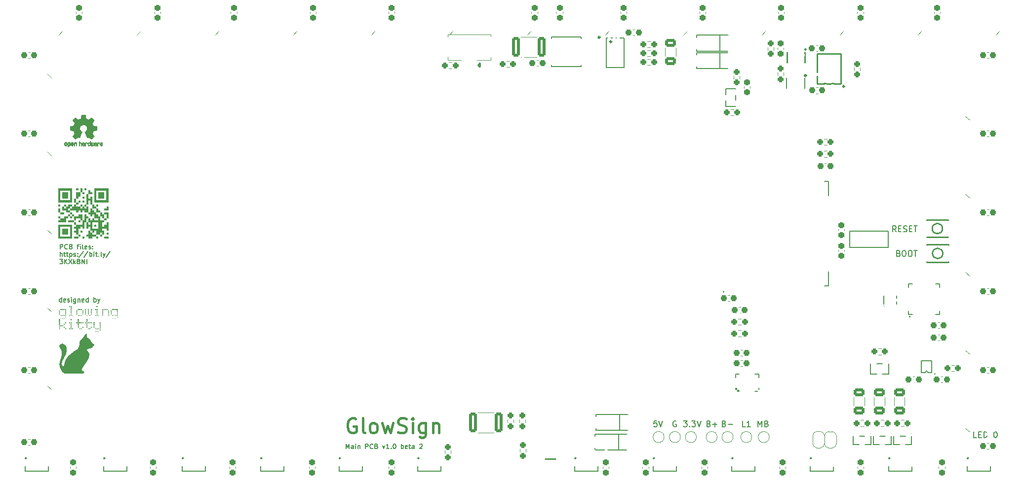
<source format=gbr>
%TF.GenerationSoftware,KiCad,Pcbnew,(6.0.6-0)*%
%TF.CreationDate,2022-08-06T22:16:54+02:00*%
%TF.ProjectId,GlowSignMainPCB,476c6f77-5369-4676-9e4d-61696e504342,rev?*%
%TF.SameCoordinates,Original*%
%TF.FileFunction,Legend,Top*%
%TF.FilePolarity,Positive*%
%FSLAX46Y46*%
G04 Gerber Fmt 4.6, Leading zero omitted, Abs format (unit mm)*
G04 Created by KiCad (PCBNEW (6.0.6-0)) date 2022-08-06 22:16:54*
%MOMM*%
%LPD*%
G01*
G04 APERTURE LIST*
G04 Aperture macros list*
%AMRoundRect*
0 Rectangle with rounded corners*
0 $1 Rounding radius*
0 $2 $3 $4 $5 $6 $7 $8 $9 X,Y pos of 4 corners*
0 Add a 4 corners polygon primitive as box body*
4,1,4,$2,$3,$4,$5,$6,$7,$8,$9,$2,$3,0*
0 Add four circle primitives for the rounded corners*
1,1,$1+$1,$2,$3*
1,1,$1+$1,$4,$5*
1,1,$1+$1,$6,$7*
1,1,$1+$1,$8,$9*
0 Add four rect primitives between the rounded corners*
20,1,$1+$1,$2,$3,$4,$5,0*
20,1,$1+$1,$4,$5,$6,$7,0*
20,1,$1+$1,$6,$7,$8,$9,0*
20,1,$1+$1,$8,$9,$2,$3,0*%
%AMFreePoly0*
4,1,22,0.500000,-0.750000,0.000000,-0.750000,0.000000,-0.745033,-0.079941,-0.743568,-0.215256,-0.701293,-0.333266,-0.622738,-0.424486,-0.514219,-0.481581,-0.384460,-0.499164,-0.250000,-0.500000,-0.250000,-0.500000,0.250000,-0.499164,0.250000,-0.499963,0.256109,-0.478152,0.396186,-0.417904,0.524511,-0.324060,0.630769,-0.204165,0.706417,-0.067858,0.745374,0.000000,0.744959,0.000000,0.750000,
0.500000,0.750000,0.500000,-0.750000,0.500000,-0.750000,$1*%
%AMFreePoly1*
4,1,20,0.000000,0.744959,0.073905,0.744508,0.209726,0.703889,0.328688,0.626782,0.421226,0.519385,0.479903,0.390333,0.500000,0.250000,0.500000,-0.250000,0.499851,-0.262216,0.476331,-0.402017,0.414519,-0.529596,0.319384,-0.634700,0.198574,-0.708877,0.061801,-0.746166,0.000000,-0.745033,0.000000,-0.750000,-0.500000,-0.750000,-0.500000,0.750000,0.000000,0.750000,0.000000,0.744959,
0.000000,0.744959,$1*%
G04 Aperture macros list end*
%ADD10C,0.150000*%
%ADD11C,0.400000*%
%ADD12C,0.120000*%
%ADD13C,0.127000*%
%ADD14C,0.200000*%
%ADD15C,0.152400*%
%ADD16C,0.059995*%
%ADD17C,0.180010*%
%ADD18C,0.254001*%
%ADD19C,0.300000*%
%ADD20C,0.131597*%
%ADD21C,0.100000*%
%ADD22C,0.010000*%
%ADD23C,0.151994*%
%ADD24RoundRect,0.237500X-0.237500X0.300000X-0.237500X-0.300000X0.237500X-0.300000X0.237500X0.300000X0*%
%ADD25RoundRect,0.237500X-0.250000X-0.237500X0.250000X-0.237500X0.250000X0.237500X-0.250000X0.237500X0*%
%ADD26RoundRect,0.250000X0.650000X-0.412500X0.650000X0.412500X-0.650000X0.412500X-0.650000X-0.412500X0*%
%ADD27R,0.900000X2.000000*%
%ADD28R,2.000000X0.900000*%
%ADD29R,1.330000X1.330000*%
%ADD30RoundRect,0.237500X0.237500X-0.250000X0.237500X0.250000X-0.237500X0.250000X-0.237500X-0.250000X0*%
%ADD31R,1.500000X1.000000*%
%ADD32RoundRect,0.237500X0.237500X-0.300000X0.237500X0.300000X-0.237500X0.300000X-0.237500X-0.300000X0*%
%ADD33RoundRect,0.237500X-0.300000X-0.237500X0.300000X-0.237500X0.300000X0.237500X-0.300000X0.237500X0*%
%ADD34R,2.046380X1.620015*%
%ADD35RoundRect,0.237500X-0.237500X0.250000X-0.237500X-0.250000X0.237500X-0.250000X0.237500X0.250000X0*%
%ADD36RoundRect,0.250000X-0.400000X-1.450000X0.400000X-1.450000X0.400000X1.450000X-0.400000X1.450000X0*%
%ADD37RoundRect,0.250000X0.400000X1.450000X-0.400000X1.450000X-0.400000X-1.450000X0.400000X-1.450000X0*%
%ADD38R,1.000000X1.500000*%
%ADD39R,0.419990X1.300000*%
%ADD40C,0.700025*%
%ADD41R,0.900000X1.200000*%
%ADD42R,1.200000X1.300000*%
%ADD43RoundRect,0.237500X0.250000X0.237500X-0.250000X0.237500X-0.250000X-0.237500X0.250000X-0.237500X0*%
%ADD44O,1.800000X0.600000*%
%ADD45R,2.289992X2.289992*%
%ADD46RoundRect,0.237500X0.300000X0.237500X-0.300000X0.237500X-0.300000X-0.237500X0.300000X-0.237500X0*%
%ADD47R,0.600000X1.070003*%
%ADD48R,0.280010X0.900000*%
%ADD49R,0.900000X0.280010*%
%ADD50R,3.300000X3.300000*%
%ADD51C,1.500000*%
%ADD52R,1.200000X0.600000*%
%ADD53R,2.500000X3.499873*%
%ADD54O,0.750013X0.250013*%
%ADD55FreePoly0,270.000000*%
%ADD56FreePoly1,270.000000*%
%ADD57R,0.700000X1.250013*%
%ADD58R,0.980010X2.470003*%
%ADD59R,3.600000X2.470003*%
%ADD60R,1.500000X0.900000*%
%ADD61R,0.419990X0.600000*%
%ADD62R,0.600000X1.300000*%
%ADD63R,0.300000X1.300000*%
%ADD64O,1.200000X1.800000*%
%ADD65O,1.200000X2.200000*%
%ADD66R,0.532004X1.072009*%
%ADD67RoundRect,0.250000X-0.650000X0.412500X-0.650000X-0.412500X0.650000X-0.412500X0.650000X0.412500X0*%
%ADD68R,0.550013X1.000000*%
%ADD69R,1.050013X0.550013*%
%ADD70R,0.450013X1.400000*%
%ADD71R,2.400000X0.450013*%
%ADD72R,1.037490X0.532004*%
%ADD73R,2.124003X4.220015*%
%ADD74R,2.100000X3.000000*%
%ADD75R,0.800000X1.600000*%
%ADD76C,1.300000*%
%ADD77C,0.600000*%
G04 APERTURE END LIST*
D10*
X188174380Y-132059371D02*
X188317238Y-132106990D01*
X188364857Y-132154609D01*
X188412476Y-132249847D01*
X188412476Y-132392704D01*
X188364857Y-132487942D01*
X188317238Y-132535561D01*
X188222000Y-132583180D01*
X187841047Y-132583180D01*
X187841047Y-131583180D01*
X188174380Y-131583180D01*
X188269619Y-131630800D01*
X188317238Y-131678419D01*
X188364857Y-131773657D01*
X188364857Y-131868895D01*
X188317238Y-131964133D01*
X188269619Y-132011752D01*
X188174380Y-132059371D01*
X187841047Y-132059371D01*
X188841047Y-132202228D02*
X189602952Y-132202228D01*
X123325576Y-136353504D02*
X123325576Y-135553504D01*
X123592242Y-136124933D01*
X123858909Y-135553504D01*
X123858909Y-136353504D01*
X124582719Y-136353504D02*
X124582719Y-135934457D01*
X124544623Y-135858266D01*
X124468433Y-135820171D01*
X124316052Y-135820171D01*
X124239861Y-135858266D01*
X124582719Y-136315409D02*
X124506528Y-136353504D01*
X124316052Y-136353504D01*
X124239861Y-136315409D01*
X124201766Y-136239219D01*
X124201766Y-136163028D01*
X124239861Y-136086838D01*
X124316052Y-136048742D01*
X124506528Y-136048742D01*
X124582719Y-136010647D01*
X124963671Y-136353504D02*
X124963671Y-135820171D01*
X124963671Y-135553504D02*
X124925576Y-135591600D01*
X124963671Y-135629695D01*
X125001766Y-135591600D01*
X124963671Y-135553504D01*
X124963671Y-135629695D01*
X125344623Y-135820171D02*
X125344623Y-136353504D01*
X125344623Y-135896361D02*
X125382719Y-135858266D01*
X125458909Y-135820171D01*
X125573195Y-135820171D01*
X125649385Y-135858266D01*
X125687480Y-135934457D01*
X125687480Y-136353504D01*
X126677957Y-136353504D02*
X126677957Y-135553504D01*
X126982719Y-135553504D01*
X127058909Y-135591600D01*
X127097004Y-135629695D01*
X127135100Y-135705885D01*
X127135100Y-135820171D01*
X127097004Y-135896361D01*
X127058909Y-135934457D01*
X126982719Y-135972552D01*
X126677957Y-135972552D01*
X127935100Y-136277314D02*
X127897004Y-136315409D01*
X127782719Y-136353504D01*
X127706528Y-136353504D01*
X127592242Y-136315409D01*
X127516052Y-136239219D01*
X127477957Y-136163028D01*
X127439861Y-136010647D01*
X127439861Y-135896361D01*
X127477957Y-135743980D01*
X127516052Y-135667790D01*
X127592242Y-135591600D01*
X127706528Y-135553504D01*
X127782719Y-135553504D01*
X127897004Y-135591600D01*
X127935100Y-135629695D01*
X128544623Y-135934457D02*
X128658909Y-135972552D01*
X128697004Y-136010647D01*
X128735100Y-136086838D01*
X128735100Y-136201123D01*
X128697004Y-136277314D01*
X128658909Y-136315409D01*
X128582719Y-136353504D01*
X128277957Y-136353504D01*
X128277957Y-135553504D01*
X128544623Y-135553504D01*
X128620814Y-135591600D01*
X128658909Y-135629695D01*
X128697004Y-135705885D01*
X128697004Y-135782076D01*
X128658909Y-135858266D01*
X128620814Y-135896361D01*
X128544623Y-135934457D01*
X128277957Y-135934457D01*
X129611290Y-135820171D02*
X129801766Y-136353504D01*
X129992242Y-135820171D01*
X130716052Y-136353504D02*
X130258909Y-136353504D01*
X130487480Y-136353504D02*
X130487480Y-135553504D01*
X130411290Y-135667790D01*
X130335100Y-135743980D01*
X130258909Y-135782076D01*
X131058909Y-136277314D02*
X131097004Y-136315409D01*
X131058909Y-136353504D01*
X131020814Y-136315409D01*
X131058909Y-136277314D01*
X131058909Y-136353504D01*
X131592242Y-135553504D02*
X131668433Y-135553504D01*
X131744623Y-135591600D01*
X131782719Y-135629695D01*
X131820814Y-135705885D01*
X131858909Y-135858266D01*
X131858909Y-136048742D01*
X131820814Y-136201123D01*
X131782719Y-136277314D01*
X131744623Y-136315409D01*
X131668433Y-136353504D01*
X131592242Y-136353504D01*
X131516052Y-136315409D01*
X131477957Y-136277314D01*
X131439861Y-136201123D01*
X131401766Y-136048742D01*
X131401766Y-135858266D01*
X131439861Y-135705885D01*
X131477957Y-135629695D01*
X131516052Y-135591600D01*
X131592242Y-135553504D01*
X132811290Y-136353504D02*
X132811290Y-135553504D01*
X132811290Y-135858266D02*
X132887480Y-135820171D01*
X133039861Y-135820171D01*
X133116052Y-135858266D01*
X133154147Y-135896361D01*
X133192242Y-135972552D01*
X133192242Y-136201123D01*
X133154147Y-136277314D01*
X133116052Y-136315409D01*
X133039861Y-136353504D01*
X132887480Y-136353504D01*
X132811290Y-136315409D01*
X133839861Y-136315409D02*
X133763671Y-136353504D01*
X133611290Y-136353504D01*
X133535100Y-136315409D01*
X133497004Y-136239219D01*
X133497004Y-135934457D01*
X133535100Y-135858266D01*
X133611290Y-135820171D01*
X133763671Y-135820171D01*
X133839861Y-135858266D01*
X133877957Y-135934457D01*
X133877957Y-136010647D01*
X133497004Y-136086838D01*
X134106528Y-135820171D02*
X134411290Y-135820171D01*
X134220814Y-135553504D02*
X134220814Y-136239219D01*
X134258909Y-136315409D01*
X134335100Y-136353504D01*
X134411290Y-136353504D01*
X135020814Y-136353504D02*
X135020814Y-135934457D01*
X134982719Y-135858266D01*
X134906528Y-135820171D01*
X134754147Y-135820171D01*
X134677957Y-135858266D01*
X135020814Y-136315409D02*
X134944623Y-136353504D01*
X134754147Y-136353504D01*
X134677957Y-136315409D01*
X134639861Y-136239219D01*
X134639861Y-136163028D01*
X134677957Y-136086838D01*
X134754147Y-136048742D01*
X134944623Y-136048742D01*
X135020814Y-136010647D01*
X135973195Y-135629695D02*
X136011290Y-135591600D01*
X136087480Y-135553504D01*
X136277957Y-135553504D01*
X136354147Y-135591600D01*
X136392242Y-135629695D01*
X136430338Y-135705885D01*
X136430338Y-135782076D01*
X136392242Y-135896361D01*
X135935100Y-136353504D01*
X136430338Y-136353504D01*
X74303576Y-102045504D02*
X74303576Y-101245504D01*
X74608338Y-101245504D01*
X74684528Y-101283600D01*
X74722623Y-101321695D01*
X74760719Y-101397885D01*
X74760719Y-101512171D01*
X74722623Y-101588361D01*
X74684528Y-101626457D01*
X74608338Y-101664552D01*
X74303576Y-101664552D01*
X75560719Y-101969314D02*
X75522623Y-102007409D01*
X75408338Y-102045504D01*
X75332147Y-102045504D01*
X75217861Y-102007409D01*
X75141671Y-101931219D01*
X75103576Y-101855028D01*
X75065480Y-101702647D01*
X75065480Y-101588361D01*
X75103576Y-101435980D01*
X75141671Y-101359790D01*
X75217861Y-101283600D01*
X75332147Y-101245504D01*
X75408338Y-101245504D01*
X75522623Y-101283600D01*
X75560719Y-101321695D01*
X76170242Y-101626457D02*
X76284528Y-101664552D01*
X76322623Y-101702647D01*
X76360719Y-101778838D01*
X76360719Y-101893123D01*
X76322623Y-101969314D01*
X76284528Y-102007409D01*
X76208338Y-102045504D01*
X75903576Y-102045504D01*
X75903576Y-101245504D01*
X76170242Y-101245504D01*
X76246433Y-101283600D01*
X76284528Y-101321695D01*
X76322623Y-101397885D01*
X76322623Y-101474076D01*
X76284528Y-101550266D01*
X76246433Y-101588361D01*
X76170242Y-101626457D01*
X75903576Y-101626457D01*
X77198814Y-101512171D02*
X77503576Y-101512171D01*
X77313100Y-102045504D02*
X77313100Y-101359790D01*
X77351195Y-101283600D01*
X77427385Y-101245504D01*
X77503576Y-101245504D01*
X77770242Y-102045504D02*
X77770242Y-101512171D01*
X77770242Y-101245504D02*
X77732147Y-101283600D01*
X77770242Y-101321695D01*
X77808338Y-101283600D01*
X77770242Y-101245504D01*
X77770242Y-101321695D01*
X78265480Y-102045504D02*
X78189290Y-102007409D01*
X78151195Y-101931219D01*
X78151195Y-101245504D01*
X78875004Y-102007409D02*
X78798814Y-102045504D01*
X78646433Y-102045504D01*
X78570242Y-102007409D01*
X78532147Y-101931219D01*
X78532147Y-101626457D01*
X78570242Y-101550266D01*
X78646433Y-101512171D01*
X78798814Y-101512171D01*
X78875004Y-101550266D01*
X78913100Y-101626457D01*
X78913100Y-101702647D01*
X78532147Y-101778838D01*
X79217861Y-102007409D02*
X79294052Y-102045504D01*
X79446433Y-102045504D01*
X79522623Y-102007409D01*
X79560719Y-101931219D01*
X79560719Y-101893123D01*
X79522623Y-101816933D01*
X79446433Y-101778838D01*
X79332147Y-101778838D01*
X79255957Y-101740742D01*
X79217861Y-101664552D01*
X79217861Y-101626457D01*
X79255957Y-101550266D01*
X79332147Y-101512171D01*
X79446433Y-101512171D01*
X79522623Y-101550266D01*
X79903576Y-101969314D02*
X79941671Y-102007409D01*
X79903576Y-102045504D01*
X79865480Y-102007409D01*
X79903576Y-101969314D01*
X79903576Y-102045504D01*
X79903576Y-101550266D02*
X79941671Y-101588361D01*
X79903576Y-101626457D01*
X79865480Y-101588361D01*
X79903576Y-101550266D01*
X79903576Y-101626457D01*
X74303576Y-103333504D02*
X74303576Y-102533504D01*
X74646433Y-103333504D02*
X74646433Y-102914457D01*
X74608338Y-102838266D01*
X74532147Y-102800171D01*
X74417861Y-102800171D01*
X74341671Y-102838266D01*
X74303576Y-102876361D01*
X74913100Y-102800171D02*
X75217861Y-102800171D01*
X75027385Y-102533504D02*
X75027385Y-103219219D01*
X75065480Y-103295409D01*
X75141671Y-103333504D01*
X75217861Y-103333504D01*
X75370242Y-102800171D02*
X75675004Y-102800171D01*
X75484528Y-102533504D02*
X75484528Y-103219219D01*
X75522623Y-103295409D01*
X75598814Y-103333504D01*
X75675004Y-103333504D01*
X75941671Y-102800171D02*
X75941671Y-103600171D01*
X75941671Y-102838266D02*
X76017861Y-102800171D01*
X76170242Y-102800171D01*
X76246433Y-102838266D01*
X76284528Y-102876361D01*
X76322623Y-102952552D01*
X76322623Y-103181123D01*
X76284528Y-103257314D01*
X76246433Y-103295409D01*
X76170242Y-103333504D01*
X76017861Y-103333504D01*
X75941671Y-103295409D01*
X76627385Y-103295409D02*
X76703576Y-103333504D01*
X76855957Y-103333504D01*
X76932147Y-103295409D01*
X76970242Y-103219219D01*
X76970242Y-103181123D01*
X76932147Y-103104933D01*
X76855957Y-103066838D01*
X76741671Y-103066838D01*
X76665480Y-103028742D01*
X76627385Y-102952552D01*
X76627385Y-102914457D01*
X76665480Y-102838266D01*
X76741671Y-102800171D01*
X76855957Y-102800171D01*
X76932147Y-102838266D01*
X77313100Y-103257314D02*
X77351195Y-103295409D01*
X77313100Y-103333504D01*
X77275004Y-103295409D01*
X77313100Y-103257314D01*
X77313100Y-103333504D01*
X77313100Y-102838266D02*
X77351195Y-102876361D01*
X77313100Y-102914457D01*
X77275004Y-102876361D01*
X77313100Y-102838266D01*
X77313100Y-102914457D01*
X78265480Y-102495409D02*
X77579766Y-103523980D01*
X79103576Y-102495409D02*
X78417861Y-103523980D01*
X79370242Y-103333504D02*
X79370242Y-102533504D01*
X79370242Y-102838266D02*
X79446433Y-102800171D01*
X79598814Y-102800171D01*
X79675004Y-102838266D01*
X79713100Y-102876361D01*
X79751195Y-102952552D01*
X79751195Y-103181123D01*
X79713100Y-103257314D01*
X79675004Y-103295409D01*
X79598814Y-103333504D01*
X79446433Y-103333504D01*
X79370242Y-103295409D01*
X80094052Y-103333504D02*
X80094052Y-102800171D01*
X80094052Y-102533504D02*
X80055957Y-102571600D01*
X80094052Y-102609695D01*
X80132147Y-102571600D01*
X80094052Y-102533504D01*
X80094052Y-102609695D01*
X80360719Y-102800171D02*
X80665480Y-102800171D01*
X80475004Y-102533504D02*
X80475004Y-103219219D01*
X80513100Y-103295409D01*
X80589290Y-103333504D01*
X80665480Y-103333504D01*
X80932147Y-103257314D02*
X80970242Y-103295409D01*
X80932147Y-103333504D01*
X80894052Y-103295409D01*
X80932147Y-103257314D01*
X80932147Y-103333504D01*
X81427385Y-103333504D02*
X81351195Y-103295409D01*
X81313100Y-103219219D01*
X81313100Y-102533504D01*
X81655957Y-102800171D02*
X81846433Y-103333504D01*
X82036909Y-102800171D02*
X81846433Y-103333504D01*
X81770242Y-103523980D01*
X81732147Y-103562076D01*
X81655957Y-103600171D01*
X82913100Y-102495409D02*
X82227385Y-103523980D01*
X74227385Y-103821504D02*
X74722623Y-103821504D01*
X74455957Y-104126266D01*
X74570242Y-104126266D01*
X74646433Y-104164361D01*
X74684528Y-104202457D01*
X74722623Y-104278647D01*
X74722623Y-104469123D01*
X74684528Y-104545314D01*
X74646433Y-104583409D01*
X74570242Y-104621504D01*
X74341671Y-104621504D01*
X74265480Y-104583409D01*
X74227385Y-104545314D01*
X75065480Y-104621504D02*
X75065480Y-103821504D01*
X75522623Y-104621504D02*
X75179766Y-104164361D01*
X75522623Y-103821504D02*
X75065480Y-104278647D01*
X75789290Y-103821504D02*
X76322623Y-104621504D01*
X76322623Y-103821504D02*
X75789290Y-104621504D01*
X76627385Y-104621504D02*
X76627385Y-103821504D01*
X76703576Y-104316742D02*
X76932147Y-104621504D01*
X76932147Y-104088171D02*
X76627385Y-104392933D01*
X77389290Y-104164361D02*
X77313100Y-104126266D01*
X77275004Y-104088171D01*
X77236909Y-104011980D01*
X77236909Y-103973885D01*
X77275004Y-103897695D01*
X77313100Y-103859600D01*
X77389290Y-103821504D01*
X77541671Y-103821504D01*
X77617861Y-103859600D01*
X77655957Y-103897695D01*
X77694052Y-103973885D01*
X77694052Y-104011980D01*
X77655957Y-104088171D01*
X77617861Y-104126266D01*
X77541671Y-104164361D01*
X77389290Y-104164361D01*
X77313100Y-104202457D01*
X77275004Y-104240552D01*
X77236909Y-104316742D01*
X77236909Y-104469123D01*
X77275004Y-104545314D01*
X77313100Y-104583409D01*
X77389290Y-104621504D01*
X77541671Y-104621504D01*
X77617861Y-104583409D01*
X77655957Y-104545314D01*
X77694052Y-104469123D01*
X77694052Y-104316742D01*
X77655957Y-104240552D01*
X77617861Y-104202457D01*
X77541671Y-104164361D01*
X78036909Y-104621504D02*
X78036909Y-103821504D01*
X78494052Y-104621504D01*
X78494052Y-103821504D01*
X78875004Y-104621504D02*
X78875004Y-103821504D01*
X218076590Y-102798571D02*
X218219447Y-102846190D01*
X218267066Y-102893809D01*
X218314685Y-102989047D01*
X218314685Y-103131904D01*
X218267066Y-103227142D01*
X218219447Y-103274761D01*
X218124209Y-103322380D01*
X217743256Y-103322380D01*
X217743256Y-102322380D01*
X218076590Y-102322380D01*
X218171828Y-102370000D01*
X218219447Y-102417619D01*
X218267066Y-102512857D01*
X218267066Y-102608095D01*
X218219447Y-102703333D01*
X218171828Y-102750952D01*
X218076590Y-102798571D01*
X217743256Y-102798571D01*
X218933733Y-102322380D02*
X219124209Y-102322380D01*
X219219447Y-102370000D01*
X219314685Y-102465238D01*
X219362304Y-102655714D01*
X219362304Y-102989047D01*
X219314685Y-103179523D01*
X219219447Y-103274761D01*
X219124209Y-103322380D01*
X218933733Y-103322380D01*
X218838494Y-103274761D01*
X218743256Y-103179523D01*
X218695637Y-102989047D01*
X218695637Y-102655714D01*
X218743256Y-102465238D01*
X218838494Y-102370000D01*
X218933733Y-102322380D01*
X219981352Y-102322380D02*
X220171828Y-102322380D01*
X220267066Y-102370000D01*
X220362304Y-102465238D01*
X220409923Y-102655714D01*
X220409923Y-102989047D01*
X220362304Y-103179523D01*
X220267066Y-103274761D01*
X220171828Y-103322380D01*
X219981352Y-103322380D01*
X219886113Y-103274761D01*
X219790875Y-103179523D01*
X219743256Y-102989047D01*
X219743256Y-102655714D01*
X219790875Y-102465238D01*
X219886113Y-102370000D01*
X219981352Y-102322380D01*
X220695637Y-102322380D02*
X221267066Y-102322380D01*
X220981352Y-103322380D02*
X220981352Y-102322380D01*
D11*
X124999161Y-131236400D02*
X124761066Y-131117352D01*
X124403923Y-131117352D01*
X124046780Y-131236400D01*
X123808685Y-131474495D01*
X123689638Y-131712590D01*
X123570590Y-132188780D01*
X123570590Y-132545923D01*
X123689638Y-133022114D01*
X123808685Y-133260209D01*
X124046780Y-133498304D01*
X124403923Y-133617352D01*
X124642019Y-133617352D01*
X124999161Y-133498304D01*
X125118209Y-133379257D01*
X125118209Y-132545923D01*
X124642019Y-132545923D01*
X126546780Y-133617352D02*
X126308685Y-133498304D01*
X126189638Y-133260209D01*
X126189638Y-131117352D01*
X127856304Y-133617352D02*
X127618209Y-133498304D01*
X127499161Y-133379257D01*
X127380114Y-133141161D01*
X127380114Y-132426876D01*
X127499161Y-132188780D01*
X127618209Y-132069733D01*
X127856304Y-131950685D01*
X128213447Y-131950685D01*
X128451542Y-132069733D01*
X128570590Y-132188780D01*
X128689638Y-132426876D01*
X128689638Y-133141161D01*
X128570590Y-133379257D01*
X128451542Y-133498304D01*
X128213447Y-133617352D01*
X127856304Y-133617352D01*
X129522971Y-131950685D02*
X129999161Y-133617352D01*
X130475352Y-132426876D01*
X130951542Y-133617352D01*
X131427733Y-131950685D01*
X132261066Y-133498304D02*
X132618209Y-133617352D01*
X133213447Y-133617352D01*
X133451542Y-133498304D01*
X133570590Y-133379257D01*
X133689638Y-133141161D01*
X133689638Y-132903066D01*
X133570590Y-132664971D01*
X133451542Y-132545923D01*
X133213447Y-132426876D01*
X132737257Y-132307828D01*
X132499161Y-132188780D01*
X132380114Y-132069733D01*
X132261066Y-131831638D01*
X132261066Y-131593542D01*
X132380114Y-131355447D01*
X132499161Y-131236400D01*
X132737257Y-131117352D01*
X133332495Y-131117352D01*
X133689638Y-131236400D01*
X134761066Y-133617352D02*
X134761066Y-131950685D01*
X134761066Y-131117352D02*
X134642019Y-131236400D01*
X134761066Y-131355447D01*
X134880114Y-131236400D01*
X134761066Y-131117352D01*
X134761066Y-131355447D01*
X137022971Y-131950685D02*
X137022971Y-133974495D01*
X136903923Y-134212590D01*
X136784876Y-134331638D01*
X136546780Y-134450685D01*
X136189638Y-134450685D01*
X135951542Y-134331638D01*
X137022971Y-133498304D02*
X136784876Y-133617352D01*
X136308685Y-133617352D01*
X136070590Y-133498304D01*
X135951542Y-133379257D01*
X135832495Y-133141161D01*
X135832495Y-132426876D01*
X135951542Y-132188780D01*
X136070590Y-132069733D01*
X136308685Y-131950685D01*
X136784876Y-131950685D01*
X137022971Y-132069733D01*
X138213447Y-131950685D02*
X138213447Y-133617352D01*
X138213447Y-132188780D02*
X138332495Y-132069733D01*
X138570590Y-131950685D01*
X138927733Y-131950685D01*
X139165828Y-132069733D01*
X139284876Y-132307828D01*
X139284876Y-133617352D01*
D10*
X217648019Y-99105980D02*
X217314685Y-98629790D01*
X217076590Y-99105980D02*
X217076590Y-98105980D01*
X217457542Y-98105980D01*
X217552780Y-98153600D01*
X217600400Y-98201219D01*
X217648019Y-98296457D01*
X217648019Y-98439314D01*
X217600400Y-98534552D01*
X217552780Y-98582171D01*
X217457542Y-98629790D01*
X217076590Y-98629790D01*
X218076590Y-98582171D02*
X218409923Y-98582171D01*
X218552780Y-99105980D02*
X218076590Y-99105980D01*
X218076590Y-98105980D01*
X218552780Y-98105980D01*
X218933733Y-99058361D02*
X219076590Y-99105980D01*
X219314685Y-99105980D01*
X219409923Y-99058361D01*
X219457542Y-99010742D01*
X219505161Y-98915504D01*
X219505161Y-98820266D01*
X219457542Y-98725028D01*
X219409923Y-98677409D01*
X219314685Y-98629790D01*
X219124209Y-98582171D01*
X219028971Y-98534552D01*
X218981352Y-98486933D01*
X218933733Y-98391695D01*
X218933733Y-98296457D01*
X218981352Y-98201219D01*
X219028971Y-98153600D01*
X219124209Y-98105980D01*
X219362304Y-98105980D01*
X219505161Y-98153600D01*
X219933733Y-98582171D02*
X220267066Y-98582171D01*
X220409923Y-99105980D02*
X219933733Y-99105980D01*
X219933733Y-98105980D01*
X220409923Y-98105980D01*
X220695638Y-98105980D02*
X221267066Y-98105980D01*
X220981352Y-99105980D02*
X220981352Y-98105980D01*
X231468800Y-134462780D02*
X230992609Y-134462780D01*
X230992609Y-133462780D01*
X231802133Y-133938971D02*
X232135466Y-133938971D01*
X232278323Y-134462780D02*
X231802133Y-134462780D01*
X231802133Y-133462780D01*
X232278323Y-133462780D01*
X232706895Y-134462780D02*
X232706895Y-133462780D01*
X232944990Y-133462780D01*
X233087847Y-133510400D01*
X233183085Y-133605638D01*
X233230704Y-133700876D01*
X233278323Y-133891352D01*
X233278323Y-134034209D01*
X233230704Y-134224685D01*
X233183085Y-134319923D01*
X233087847Y-134415161D01*
X232944990Y-134462780D01*
X232706895Y-134462780D01*
X234659276Y-133462780D02*
X234754514Y-133462780D01*
X234849752Y-133510400D01*
X234897371Y-133558019D01*
X234944990Y-133653257D01*
X234992609Y-133843733D01*
X234992609Y-134081828D01*
X234944990Y-134272304D01*
X234897371Y-134367542D01*
X234849752Y-134415161D01*
X234754514Y-134462780D01*
X234659276Y-134462780D01*
X234564038Y-134415161D01*
X234516419Y-134367542D01*
X234468800Y-134272304D01*
X234421180Y-134081828D01*
X234421180Y-133843733D01*
X234468800Y-133653257D01*
X234516419Y-133558019D01*
X234564038Y-133510400D01*
X234659276Y-133462780D01*
X191806533Y-132583180D02*
X191330342Y-132583180D01*
X191330342Y-131583180D01*
X192663676Y-132583180D02*
X192092247Y-132583180D01*
X192377961Y-132583180D02*
X192377961Y-131583180D01*
X192282723Y-131726038D01*
X192187485Y-131821276D01*
X192092247Y-131868895D01*
X181200609Y-131583180D02*
X181819657Y-131583180D01*
X181486323Y-131964133D01*
X181629180Y-131964133D01*
X181724419Y-132011752D01*
X181772038Y-132059371D01*
X181819657Y-132154609D01*
X181819657Y-132392704D01*
X181772038Y-132487942D01*
X181724419Y-132535561D01*
X181629180Y-132583180D01*
X181343466Y-132583180D01*
X181248228Y-132535561D01*
X181200609Y-132487942D01*
X182248228Y-132487942D02*
X182295847Y-132535561D01*
X182248228Y-132583180D01*
X182200609Y-132535561D01*
X182248228Y-132487942D01*
X182248228Y-132583180D01*
X182629180Y-131583180D02*
X183248228Y-131583180D01*
X182914895Y-131964133D01*
X183057752Y-131964133D01*
X183152990Y-132011752D01*
X183200609Y-132059371D01*
X183248228Y-132154609D01*
X183248228Y-132392704D01*
X183200609Y-132487942D01*
X183152990Y-132535561D01*
X183057752Y-132583180D01*
X182772038Y-132583180D01*
X182676800Y-132535561D01*
X182629180Y-132487942D01*
X183533942Y-131583180D02*
X183867276Y-132583180D01*
X184200609Y-131583180D01*
X179941504Y-131630800D02*
X179846266Y-131583180D01*
X179703409Y-131583180D01*
X179560552Y-131630800D01*
X179465314Y-131726038D01*
X179417695Y-131821276D01*
X179370076Y-132011752D01*
X179370076Y-132154609D01*
X179417695Y-132345085D01*
X179465314Y-132440323D01*
X179560552Y-132535561D01*
X179703409Y-132583180D01*
X179798647Y-132583180D01*
X179941504Y-132535561D01*
X179989123Y-132487942D01*
X179989123Y-132154609D01*
X179798647Y-132154609D01*
X185532780Y-132059371D02*
X185675638Y-132106990D01*
X185723257Y-132154609D01*
X185770876Y-132249847D01*
X185770876Y-132392704D01*
X185723257Y-132487942D01*
X185675638Y-132535561D01*
X185580400Y-132583180D01*
X185199447Y-132583180D01*
X185199447Y-131583180D01*
X185532780Y-131583180D01*
X185628019Y-131630800D01*
X185675638Y-131678419D01*
X185723257Y-131773657D01*
X185723257Y-131868895D01*
X185675638Y-131964133D01*
X185628019Y-132011752D01*
X185532780Y-132059371D01*
X185199447Y-132059371D01*
X186199447Y-132202228D02*
X186961352Y-132202228D01*
X186580400Y-132583180D02*
X186580400Y-131821276D01*
X176644323Y-131583180D02*
X176168133Y-131583180D01*
X176120514Y-132059371D01*
X176168133Y-132011752D01*
X176263371Y-131964133D01*
X176501466Y-131964133D01*
X176596704Y-132011752D01*
X176644323Y-132059371D01*
X176691942Y-132154609D01*
X176691942Y-132392704D01*
X176644323Y-132487942D01*
X176596704Y-132535561D01*
X176501466Y-132583180D01*
X176263371Y-132583180D01*
X176168133Y-132535561D01*
X176120514Y-132487942D01*
X176977657Y-131583180D02*
X177310990Y-132583180D01*
X177644323Y-131583180D01*
X74544833Y-111156704D02*
X74544833Y-110356704D01*
X74544833Y-111118609D02*
X74468642Y-111156704D01*
X74316261Y-111156704D01*
X74240071Y-111118609D01*
X74201976Y-111080514D01*
X74163880Y-111004323D01*
X74163880Y-110775752D01*
X74201976Y-110699561D01*
X74240071Y-110661466D01*
X74316261Y-110623371D01*
X74468642Y-110623371D01*
X74544833Y-110661466D01*
X75230547Y-111118609D02*
X75154357Y-111156704D01*
X75001976Y-111156704D01*
X74925785Y-111118609D01*
X74887690Y-111042419D01*
X74887690Y-110737657D01*
X74925785Y-110661466D01*
X75001976Y-110623371D01*
X75154357Y-110623371D01*
X75230547Y-110661466D01*
X75268642Y-110737657D01*
X75268642Y-110813847D01*
X74887690Y-110890038D01*
X75573404Y-111118609D02*
X75649595Y-111156704D01*
X75801976Y-111156704D01*
X75878166Y-111118609D01*
X75916261Y-111042419D01*
X75916261Y-111004323D01*
X75878166Y-110928133D01*
X75801976Y-110890038D01*
X75687690Y-110890038D01*
X75611500Y-110851942D01*
X75573404Y-110775752D01*
X75573404Y-110737657D01*
X75611500Y-110661466D01*
X75687690Y-110623371D01*
X75801976Y-110623371D01*
X75878166Y-110661466D01*
X76259119Y-111156704D02*
X76259119Y-110623371D01*
X76259119Y-110356704D02*
X76221023Y-110394800D01*
X76259119Y-110432895D01*
X76297214Y-110394800D01*
X76259119Y-110356704D01*
X76259119Y-110432895D01*
X76982928Y-110623371D02*
X76982928Y-111270990D01*
X76944833Y-111347180D01*
X76906738Y-111385276D01*
X76830547Y-111423371D01*
X76716261Y-111423371D01*
X76640071Y-111385276D01*
X76982928Y-111118609D02*
X76906738Y-111156704D01*
X76754357Y-111156704D01*
X76678166Y-111118609D01*
X76640071Y-111080514D01*
X76601976Y-111004323D01*
X76601976Y-110775752D01*
X76640071Y-110699561D01*
X76678166Y-110661466D01*
X76754357Y-110623371D01*
X76906738Y-110623371D01*
X76982928Y-110661466D01*
X77363880Y-110623371D02*
X77363880Y-111156704D01*
X77363880Y-110699561D02*
X77401976Y-110661466D01*
X77478166Y-110623371D01*
X77592452Y-110623371D01*
X77668642Y-110661466D01*
X77706738Y-110737657D01*
X77706738Y-111156704D01*
X78392452Y-111118609D02*
X78316261Y-111156704D01*
X78163880Y-111156704D01*
X78087690Y-111118609D01*
X78049595Y-111042419D01*
X78049595Y-110737657D01*
X78087690Y-110661466D01*
X78163880Y-110623371D01*
X78316261Y-110623371D01*
X78392452Y-110661466D01*
X78430547Y-110737657D01*
X78430547Y-110813847D01*
X78049595Y-110890038D01*
X79116261Y-111156704D02*
X79116261Y-110356704D01*
X79116261Y-111118609D02*
X79040071Y-111156704D01*
X78887690Y-111156704D01*
X78811500Y-111118609D01*
X78773404Y-111080514D01*
X78735309Y-111004323D01*
X78735309Y-110775752D01*
X78773404Y-110699561D01*
X78811500Y-110661466D01*
X78887690Y-110623371D01*
X79040071Y-110623371D01*
X79116261Y-110661466D01*
X80106738Y-111156704D02*
X80106738Y-110356704D01*
X80106738Y-110661466D02*
X80182928Y-110623371D01*
X80335309Y-110623371D01*
X80411500Y-110661466D01*
X80449595Y-110699561D01*
X80487690Y-110775752D01*
X80487690Y-111004323D01*
X80449595Y-111080514D01*
X80411500Y-111118609D01*
X80335309Y-111156704D01*
X80182928Y-111156704D01*
X80106738Y-111118609D01*
X80754357Y-110623371D02*
X80944833Y-111156704D01*
X81135309Y-110623371D02*
X80944833Y-111156704D01*
X80868642Y-111347180D01*
X80830547Y-111385276D01*
X80754357Y-111423371D01*
X193984666Y-132583180D02*
X193984666Y-131583180D01*
X194318000Y-132297466D01*
X194651333Y-131583180D01*
X194651333Y-132583180D01*
X195460857Y-132059371D02*
X195603714Y-132106990D01*
X195651333Y-132154609D01*
X195698952Y-132249847D01*
X195698952Y-132392704D01*
X195651333Y-132487942D01*
X195603714Y-132535561D01*
X195508476Y-132583180D01*
X195127523Y-132583180D01*
X195127523Y-131583180D01*
X195460857Y-131583180D01*
X195556095Y-131630800D01*
X195603714Y-131678419D01*
X195651333Y-131773657D01*
X195651333Y-131868895D01*
X195603714Y-131964133D01*
X195556095Y-132011752D01*
X195460857Y-132059371D01*
X195127523Y-132059371D01*
D12*
%TO.C,C30*%
X155141200Y-61321733D02*
X155141200Y-61614267D01*
X156161200Y-61321733D02*
X156161200Y-61614267D01*
%TO.C,R22*%
X175005276Y-68950100D02*
X175514724Y-68950100D01*
X175005276Y-67905100D02*
X175514724Y-67905100D01*
%TO.C,C24*%
X224178400Y-61321733D02*
X224178400Y-61614267D01*
X225198400Y-61321733D02*
X225198400Y-61614267D01*
%TO.C,C56*%
X210418000Y-128981252D02*
X210418000Y-127558748D01*
X212238000Y-128981252D02*
X212238000Y-127558748D01*
D13*
%TO.C,U4*%
X206075900Y-92872500D02*
X206075900Y-90422500D01*
X206075900Y-108422500D02*
X206075900Y-105972500D01*
X206075900Y-90422500D02*
X205425900Y-90422500D01*
X205425900Y-108422500D02*
X206075900Y-108422500D01*
D14*
X188175900Y-109422500D02*
G75*
G03*
X188175900Y-109422500I-100000J0D01*
G01*
D12*
%TO.C,R14*%
X211511606Y-71419325D02*
X211511606Y-70909877D01*
X210466606Y-71419325D02*
X210466606Y-70909877D01*
%TO.C,D17*%
X114260150Y-65325100D02*
X114869750Y-64623100D01*
%TO.C,D11*%
X194596850Y-65325100D02*
X195206450Y-64623100D01*
%TO.C,C47*%
X168404000Y-139744667D02*
X168404000Y-139452133D01*
X167384000Y-139744667D02*
X167384000Y-139452133D01*
%TO.C,C54*%
X225338953Y-125006537D02*
X225631487Y-125006537D01*
X225338953Y-123986537D02*
X225631487Y-123986537D01*
D15*
%TO.C,U6*%
X188832368Y-71061278D02*
X183430032Y-71061278D01*
X188832368Y-68333872D02*
X183430032Y-68333872D01*
X183430032Y-71061278D02*
X183430032Y-70710783D01*
X183430032Y-68333872D02*
X183430032Y-68684367D01*
X187470164Y-71061278D02*
X187470164Y-68333872D01*
D16*
X188961299Y-68322696D02*
G75*
G03*
X188961299Y-68322696I-29972J0D01*
G01*
D12*
%TO.C,C25*%
X211021200Y-61321733D02*
X211021200Y-61614267D01*
X212041200Y-61321733D02*
X212041200Y-61614267D01*
%TO.C,R16*%
X189811713Y-72287676D02*
X189811713Y-72797124D01*
X190856713Y-72287676D02*
X190856713Y-72797124D01*
%TO.C,F2*%
X153299748Y-69072700D02*
X156072252Y-69072700D01*
X153299748Y-65652700D02*
X156072252Y-65652700D01*
%TO.C,D14*%
X154428500Y-65325100D02*
X155038100Y-64623100D01*
%TO.C,R19*%
X214578476Y-119162300D02*
X215087924Y-119162300D01*
X214578476Y-120207300D02*
X215087924Y-120207300D01*
%TO.C,D8*%
X234765200Y-65325100D02*
X235374800Y-64623100D01*
%TO.C,F1*%
X148706252Y-130166800D02*
X145933748Y-130166800D01*
X148706252Y-133586800D02*
X145933748Y-133586800D01*
%TO.C,D3*%
X229546800Y-132833500D02*
X230248800Y-133443100D01*
D17*
%TO.C,D28*%
X99231200Y-140194400D02*
X95231200Y-140194400D01*
X95231200Y-140194400D02*
X95231200Y-139394400D01*
X99231200Y-139394400D02*
X99231200Y-140194400D01*
D18*
X95431200Y-137994400D02*
G75*
G03*
X95431200Y-137994400I-100000J0D01*
G01*
%TO.C,logo*%
G36*
X83898402Y-113952682D02*
G01*
X83919178Y-113965401D01*
X83930845Y-113992498D01*
X83932236Y-113997827D01*
X83931665Y-114037865D01*
X83912759Y-114069698D01*
X83881999Y-114089491D01*
X83845867Y-114093413D01*
X83810845Y-114077630D01*
X83805513Y-114072757D01*
X83786193Y-114038467D01*
X83787409Y-114001869D01*
X83805899Y-113970345D01*
X83838400Y-113951276D01*
X83860324Y-113948747D01*
X83898402Y-113952682D01*
G37*
G36*
X79685351Y-113157654D02*
G01*
X79725381Y-113163274D01*
X79749172Y-113176386D01*
X79762327Y-113194494D01*
X79775389Y-113238059D01*
X79768166Y-113277440D01*
X79745668Y-113309179D01*
X79712906Y-113329819D01*
X79674889Y-113335902D01*
X79636627Y-113323970D01*
X79609734Y-113299800D01*
X79589618Y-113262069D01*
X79589606Y-113227150D01*
X79602956Y-113185447D01*
X79625808Y-113163501D01*
X79664184Y-113156941D01*
X79685351Y-113157654D01*
G37*
G36*
X79727940Y-112627162D02*
G01*
X79763140Y-112654626D01*
X79783282Y-112697196D01*
X79783906Y-112751360D01*
X79783710Y-112752424D01*
X79771275Y-112787515D01*
X79745054Y-112809314D01*
X79731507Y-112815570D01*
X79698441Y-112828398D01*
X79675875Y-112831544D01*
X79650713Y-112825500D01*
X79633289Y-112819267D01*
X79601212Y-112794912D01*
X79581698Y-112754210D01*
X79577886Y-112704718D01*
X79579955Y-112690832D01*
X79597080Y-112654883D01*
X79630216Y-112631596D01*
X79682146Y-112618314D01*
X79727940Y-112627162D01*
G37*
G36*
X75299251Y-112368054D02*
G01*
X75326302Y-112385544D01*
X75343757Y-112419404D01*
X75350856Y-112463965D01*
X75347345Y-112508448D01*
X75332969Y-112542076D01*
X75330061Y-112545319D01*
X75299037Y-112562294D01*
X75255069Y-112571109D01*
X75209986Y-112570422D01*
X75181222Y-112562207D01*
X75151726Y-112534274D01*
X75135644Y-112492804D01*
X75133549Y-112446518D01*
X75146017Y-112404138D01*
X75169041Y-112377311D01*
X75208389Y-112361553D01*
X75255375Y-112358655D01*
X75299251Y-112368054D01*
G37*
G36*
X75039265Y-112367816D02*
G01*
X75075651Y-112394629D01*
X75092592Y-112437239D01*
X75088903Y-112493947D01*
X75086237Y-112504516D01*
X75063184Y-112544934D01*
X75024090Y-112569388D01*
X74974538Y-112575795D01*
X74925632Y-112564419D01*
X74898118Y-112541174D01*
X74878992Y-112502745D01*
X74872359Y-112459283D01*
X74874955Y-112439048D01*
X74893682Y-112393739D01*
X74924863Y-112368100D01*
X74973135Y-112358724D01*
X74984616Y-112358500D01*
X75039265Y-112367816D01*
G37*
G36*
X74513105Y-115156741D02*
G01*
X74545614Y-115186359D01*
X74560056Y-115233483D01*
X74560640Y-115247252D01*
X74552239Y-115295122D01*
X74526146Y-115325052D01*
X74481028Y-115338272D01*
X74460787Y-115339178D01*
X74420160Y-115334782D01*
X74394760Y-115319159D01*
X74387924Y-115310624D01*
X74368286Y-115264658D01*
X74369619Y-115219353D01*
X74389165Y-115180640D01*
X74424164Y-115154449D01*
X74464282Y-115146462D01*
X74513105Y-115156741D01*
G37*
G36*
X77463499Y-114092010D02*
G01*
X77469550Y-114094079D01*
X77506646Y-114111247D01*
X77527740Y-114135488D01*
X77537361Y-114159231D01*
X77546553Y-114217532D01*
X77535515Y-114267900D01*
X77505874Y-114305565D01*
X77483028Y-114318808D01*
X77452605Y-114330834D01*
X77431105Y-114334677D01*
X77406440Y-114330767D01*
X77377072Y-114322566D01*
X77335181Y-114298319D01*
X77309066Y-114257346D01*
X77301305Y-114204969D01*
X77305427Y-114174791D01*
X77318767Y-114138177D01*
X77343261Y-114113749D01*
X77367022Y-114100503D01*
X77401935Y-114085636D01*
X77429278Y-114083107D01*
X77463499Y-114092010D01*
G37*
G36*
X76227224Y-112620664D02*
G01*
X76267390Y-112640031D01*
X76296329Y-112675045D01*
X76307918Y-112722696D01*
X76307934Y-112724661D01*
X76301058Y-112763189D01*
X76285450Y-112793861D01*
X76252998Y-112816830D01*
X76209931Y-112828864D01*
X76169837Y-112826377D01*
X76166609Y-112825229D01*
X76126474Y-112799702D01*
X76106149Y-112760414D01*
X76102370Y-112723602D01*
X76106073Y-112683456D01*
X76120542Y-112656563D01*
X76137697Y-112640922D01*
X76181952Y-112619957D01*
X76227224Y-112620664D01*
G37*
G36*
X78226443Y-112886953D02*
G01*
X78265156Y-112906499D01*
X78291347Y-112941498D01*
X78299335Y-112981616D01*
X78289055Y-113030439D01*
X78259438Y-113062948D01*
X78212313Y-113077390D01*
X78198544Y-113077974D01*
X78152199Y-113070314D01*
X78127882Y-113054479D01*
X78110452Y-113020121D01*
X78105922Y-112977096D01*
X78113785Y-112935760D01*
X78133535Y-112906466D01*
X78135173Y-112905258D01*
X78181139Y-112885620D01*
X78226443Y-112886953D01*
G37*
G36*
X74246989Y-113158664D02*
G01*
X74273551Y-113169902D01*
X74278472Y-113174914D01*
X74293185Y-113209788D01*
X74294123Y-113253729D01*
X74281866Y-113294490D01*
X74272144Y-113308594D01*
X74239260Y-113328784D01*
X74197617Y-113334520D01*
X74158801Y-113325246D01*
X74144025Y-113314759D01*
X74119331Y-113274060D01*
X74114807Y-113227258D01*
X74125468Y-113194494D01*
X74143060Y-113172536D01*
X74169711Y-113161507D01*
X74202444Y-113157654D01*
X74246989Y-113158664D01*
G37*
G36*
X75290087Y-113162695D02*
G01*
X75311316Y-113175250D01*
X75328266Y-113207421D01*
X75331840Y-113248903D01*
X75322694Y-113288723D01*
X75302951Y-113314929D01*
X75259136Y-113332630D01*
X75213715Y-113330186D01*
X75177332Y-113309233D01*
X75157151Y-113274101D01*
X75152244Y-113231497D01*
X75162792Y-113192336D01*
X75175132Y-113176323D01*
X75207771Y-113160381D01*
X75250049Y-113155807D01*
X75290087Y-113162695D01*
G37*
G36*
X74474222Y-112358847D02*
G01*
X74517000Y-112367617D01*
X74547297Y-112383710D01*
X74547792Y-112384195D01*
X74569523Y-112421979D01*
X74575202Y-112468823D01*
X74565323Y-112514729D01*
X74540375Y-112549694D01*
X74539636Y-112550284D01*
X74492553Y-112573240D01*
X74442506Y-112574628D01*
X74397294Y-112554696D01*
X74386611Y-112545376D01*
X74363129Y-112506205D01*
X74356295Y-112458743D01*
X74365490Y-112412027D01*
X74390094Y-112375095D01*
X74398755Y-112368333D01*
X74430846Y-112358664D01*
X74474222Y-112358847D01*
G37*
G36*
X83396694Y-112366443D02*
G01*
X83431997Y-112391005D01*
X83449148Y-112433292D01*
X83451282Y-112461866D01*
X83440898Y-112512681D01*
X83413510Y-112550675D01*
X83374766Y-112573324D01*
X83330313Y-112578104D01*
X83285801Y-112562491D01*
X83264406Y-112545376D01*
X83240274Y-112510000D01*
X83232880Y-112464060D01*
X83232871Y-112461866D01*
X83241262Y-112410169D01*
X83267213Y-112376754D01*
X83311888Y-112360520D01*
X83342077Y-112358500D01*
X83396694Y-112366443D01*
G37*
G36*
X77217791Y-113165875D02*
G01*
X77247059Y-113196286D01*
X77258594Y-113243246D01*
X77258667Y-113247853D01*
X77247799Y-113289582D01*
X77219501Y-113318985D01*
X77180236Y-113333200D01*
X77136464Y-113329361D01*
X77107353Y-113314929D01*
X77087921Y-113294270D01*
X77079746Y-113262839D01*
X77078799Y-113238294D01*
X77084286Y-113194562D01*
X77103449Y-113168582D01*
X77140336Y-113156797D01*
X77173584Y-113155060D01*
X77217791Y-113165875D01*
G37*
G36*
X79205059Y-112628290D02*
G01*
X79205820Y-112628576D01*
X79238602Y-112645034D01*
X79255851Y-112667678D01*
X79262194Y-112704421D01*
X79262719Y-112725882D01*
X79252593Y-112776370D01*
X79223675Y-112810946D01*
X79178807Y-112827566D01*
X79124916Y-112825047D01*
X79090357Y-112806381D01*
X79067234Y-112771344D01*
X79057743Y-112727544D01*
X79064081Y-112682587D01*
X79076640Y-112657874D01*
X79110031Y-112630825D01*
X79155785Y-112620295D01*
X79205059Y-112628290D01*
G37*
G36*
X83641437Y-113422709D02*
G01*
X83671193Y-113452760D01*
X83682512Y-113499120D01*
X83682542Y-113501950D01*
X83677266Y-113542458D01*
X83658958Y-113568132D01*
X83653988Y-113571884D01*
X83609799Y-113590125D01*
X83567236Y-113584306D01*
X83541217Y-113566188D01*
X83520284Y-113530356D01*
X83517832Y-113489765D01*
X83531273Y-113451674D01*
X83558022Y-113423340D01*
X83595490Y-113412019D01*
X83596173Y-113412015D01*
X83641437Y-113422709D01*
G37*
G36*
X77740325Y-114629261D02*
G01*
X77767374Y-114646754D01*
X77783900Y-114679625D01*
X77790646Y-114723803D01*
X77787441Y-114768459D01*
X77774119Y-114802760D01*
X77769882Y-114807773D01*
X77740763Y-114823378D01*
X77698129Y-114832256D01*
X77653615Y-114832950D01*
X77623225Y-114826120D01*
X77594785Y-114801362D01*
X77578340Y-114762022D01*
X77574480Y-114716543D01*
X77583796Y-114673370D01*
X77606877Y-114640945D01*
X77610113Y-114638515D01*
X77649463Y-114622755D01*
X77696450Y-114619858D01*
X77740325Y-114629261D01*
G37*
G36*
X78700873Y-112367816D02*
G01*
X78737260Y-112394629D01*
X78754201Y-112437239D01*
X78750512Y-112493947D01*
X78747845Y-112504516D01*
X78724792Y-112544934D01*
X78685698Y-112569388D01*
X78636146Y-112575795D01*
X78587241Y-112564419D01*
X78559727Y-112541174D01*
X78540601Y-112502745D01*
X78533967Y-112459283D01*
X78536564Y-112439048D01*
X78555291Y-112393739D01*
X78586472Y-112368100D01*
X78634743Y-112358724D01*
X78646224Y-112358500D01*
X78700873Y-112367816D01*
G37*
G36*
X83643755Y-112362159D02*
G01*
X83681856Y-112383519D01*
X83682542Y-112384195D01*
X83704272Y-112421979D01*
X83709952Y-112468823D01*
X83700073Y-112514729D01*
X83675125Y-112549694D01*
X83674385Y-112550284D01*
X83627303Y-112573240D01*
X83577256Y-112574628D01*
X83532044Y-112554696D01*
X83521361Y-112545376D01*
X83495532Y-112502902D01*
X83490953Y-112453419D01*
X83507873Y-112404726D01*
X83516454Y-112392352D01*
X83551053Y-112367067D01*
X83596821Y-112356839D01*
X83643755Y-112362159D01*
G37*
G36*
X77699554Y-113417177D02*
G01*
X77743267Y-113434741D01*
X77765714Y-113466613D01*
X77767525Y-113513703D01*
X77767363Y-113514755D01*
X77750308Y-113559918D01*
X77719765Y-113585987D01*
X77681199Y-113591222D01*
X77640074Y-113573882D01*
X77624244Y-113560349D01*
X77597914Y-113522234D01*
X77597045Y-113484802D01*
X77621661Y-113446255D01*
X77625680Y-113442115D01*
X77654454Y-113419564D01*
X77683671Y-113414851D01*
X77699554Y-113417177D01*
G37*
G36*
X80439778Y-112368195D02*
G01*
X80475711Y-112396113D01*
X80492439Y-112440499D01*
X80491909Y-112480422D01*
X80474530Y-112529749D01*
X80441288Y-112562822D01*
X80397822Y-112577456D01*
X80349771Y-112571462D01*
X80311740Y-112550284D01*
X80286455Y-112515684D01*
X80276227Y-112469917D01*
X80281548Y-112422982D01*
X80302907Y-112384881D01*
X80303584Y-112384195D01*
X80337125Y-112364482D01*
X80386162Y-112358500D01*
X80439778Y-112368195D01*
G37*
G36*
X80667516Y-112886953D02*
G01*
X80706229Y-112906499D01*
X80732420Y-112941498D01*
X80740407Y-112981616D01*
X80730128Y-113030439D01*
X80700510Y-113062948D01*
X80653386Y-113077390D01*
X80639617Y-113077974D01*
X80593272Y-113070314D01*
X80568954Y-113054479D01*
X80551524Y-113020121D01*
X80546994Y-112977096D01*
X80554857Y-112935760D01*
X80574608Y-112906466D01*
X80576245Y-112905258D01*
X80622211Y-112885620D01*
X80667516Y-112886953D01*
G37*
G36*
X83894336Y-113422394D02*
G01*
X83926149Y-113448512D01*
X83945252Y-113482848D01*
X83946603Y-113512232D01*
X83926337Y-113554569D01*
X83893214Y-113581407D01*
X83853776Y-113590367D01*
X83814563Y-113579071D01*
X83798172Y-113566188D01*
X83776716Y-113529653D01*
X83774555Y-113488822D01*
X83788982Y-113450841D01*
X83817291Y-113422857D01*
X83856571Y-113412015D01*
X83894336Y-113422394D01*
G37*
G36*
X79452720Y-113419122D02*
G01*
X79485896Y-113442176D01*
X79504819Y-113480698D01*
X79507023Y-113501950D01*
X79496433Y-113546332D01*
X79468818Y-113576647D01*
X79430417Y-113589743D01*
X79387467Y-113582472D01*
X79368557Y-113571884D01*
X79347506Y-113547913D01*
X79340157Y-113510750D01*
X79340003Y-113501950D01*
X79345278Y-113461441D01*
X79363586Y-113435768D01*
X79368557Y-113432016D01*
X79411528Y-113414685D01*
X79452720Y-113419122D01*
G37*
G36*
X83898444Y-112362650D02*
G01*
X83935070Y-112377401D01*
X83961437Y-112410735D01*
X83970455Y-112458499D01*
X83963677Y-112505801D01*
X83940801Y-112545555D01*
X83901762Y-112569413D01*
X83851961Y-112575456D01*
X83801197Y-112563594D01*
X83771240Y-112539056D01*
X83754399Y-112499781D01*
X83751543Y-112453624D01*
X83763544Y-112408441D01*
X83781044Y-112381827D01*
X83810717Y-112365160D01*
X83853417Y-112358665D01*
X83898444Y-112362650D01*
G37*
G36*
X75032778Y-113434581D02*
G01*
X75044245Y-113444781D01*
X75067669Y-113483156D01*
X75066610Y-113523877D01*
X75041417Y-113562683D01*
X75034036Y-113569400D01*
X75000016Y-113588335D01*
X74961503Y-113587095D01*
X74937567Y-113579054D01*
X74908702Y-113554719D01*
X74897451Y-113514149D01*
X74901192Y-113475859D01*
X74920324Y-113436570D01*
X74952616Y-113415728D01*
X74992092Y-113414633D01*
X75032778Y-113434581D01*
G37*
G36*
X80697405Y-111835038D02*
G01*
X80737019Y-111865858D01*
X80761142Y-111911656D01*
X80766103Y-111948388D01*
X80754928Y-112001048D01*
X80724231Y-112040859D01*
X80678253Y-112064747D01*
X80621236Y-112069639D01*
X80602550Y-112066930D01*
X80565232Y-112047461D01*
X80537360Y-112009564D01*
X80523283Y-111959992D01*
X80522404Y-111942427D01*
X80529949Y-111889501D01*
X80553681Y-111853758D01*
X80592079Y-111831963D01*
X80647393Y-111822603D01*
X80697405Y-111835038D01*
G37*
G36*
X80424760Y-116217529D02*
G01*
X80437801Y-116225104D01*
X80453998Y-116253087D01*
X80456284Y-116290455D01*
X80444685Y-116325007D01*
X80437568Y-116333961D01*
X80406879Y-116350236D01*
X80369195Y-116352784D01*
X80336720Y-116341549D01*
X80328910Y-116334433D01*
X80317176Y-116306133D01*
X80314273Y-116268635D01*
X80320301Y-116234786D01*
X80328042Y-116221771D01*
X80353576Y-116210883D01*
X80390058Y-116209598D01*
X80424760Y-116217529D01*
G37*
G36*
X75258482Y-113417177D02*
G01*
X75302195Y-113434741D01*
X75324641Y-113466613D01*
X75326453Y-113513703D01*
X75326291Y-113514755D01*
X75309235Y-113559918D01*
X75278693Y-113585987D01*
X75240127Y-113591222D01*
X75199001Y-113573882D01*
X75183172Y-113560349D01*
X75156841Y-113522234D01*
X75155973Y-113484802D01*
X75180589Y-113446255D01*
X75184608Y-113442115D01*
X75213382Y-113419564D01*
X75242598Y-113414851D01*
X75258482Y-113417177D01*
G37*
G36*
X78230741Y-112621419D02*
G01*
X78270097Y-112639872D01*
X78295455Y-112673317D01*
X78306308Y-112714878D01*
X78302149Y-112757678D01*
X78282473Y-112794840D01*
X78246772Y-112819489D01*
X78245370Y-112819991D01*
X78216438Y-112829495D01*
X78196923Y-112831509D01*
X78172594Y-112826427D01*
X78158010Y-112822407D01*
X78124067Y-112801390D01*
X78103819Y-112765783D01*
X78097595Y-112722940D01*
X78105720Y-112680214D01*
X78128523Y-112644961D01*
X78149467Y-112630417D01*
X78198776Y-112619107D01*
X78230741Y-112621419D01*
G37*
G36*
X84172067Y-113427943D02*
G01*
X84193876Y-113448486D01*
X84201813Y-113485104D01*
X84202292Y-113503549D01*
X84192740Y-113550912D01*
X84167580Y-113581225D01*
X84132054Y-113592455D01*
X84091402Y-113582569D01*
X84059531Y-113558913D01*
X84036980Y-113530139D01*
X84032267Y-113500922D01*
X84034592Y-113485038D01*
X84052289Y-113441248D01*
X84084342Y-113418739D01*
X84131104Y-113417056D01*
X84172067Y-113427943D01*
G37*
G36*
X83631898Y-113954656D02*
G01*
X83650383Y-113964436D01*
X83664661Y-113990045D01*
X83669197Y-114026780D01*
X83663549Y-114061814D01*
X83654277Y-114077529D01*
X83626401Y-114091069D01*
X83590300Y-114092508D01*
X83557524Y-114082815D01*
X83541669Y-114068095D01*
X83527922Y-114023139D01*
X83534772Y-113984726D01*
X83559718Y-113958078D01*
X83599032Y-113948409D01*
X83631898Y-113954656D01*
G37*
G36*
X78951696Y-115423899D02*
G01*
X78972924Y-115436454D01*
X78989874Y-115468625D01*
X78993448Y-115510107D01*
X78984302Y-115549927D01*
X78964559Y-115576133D01*
X78920744Y-115593834D01*
X78875323Y-115591390D01*
X78838940Y-115570437D01*
X78818759Y-115535305D01*
X78813853Y-115492701D01*
X78824401Y-115453540D01*
X78836740Y-115437527D01*
X78869380Y-115421585D01*
X78911657Y-115417011D01*
X78951696Y-115423899D01*
G37*
G36*
X81651639Y-113160548D02*
G01*
X81677620Y-113179710D01*
X81689404Y-113216597D01*
X81691141Y-113249845D01*
X81680373Y-113291375D01*
X81652635Y-113320625D01*
X81614773Y-113334957D01*
X81573634Y-113331734D01*
X81536968Y-113309233D01*
X81515555Y-113271195D01*
X81513875Y-113225661D01*
X81531272Y-113183615D01*
X81551932Y-113164182D01*
X81583362Y-113156008D01*
X81607907Y-113155060D01*
X81651639Y-113160548D01*
G37*
G36*
X74505373Y-113958208D02*
G01*
X74529160Y-113986797D01*
X74534945Y-114021287D01*
X74527587Y-114063364D01*
X74503824Y-114086383D01*
X74464282Y-114092946D01*
X74431015Y-114088245D01*
X74409037Y-114077529D01*
X74396574Y-114050414D01*
X74394580Y-114013312D01*
X74402615Y-113979048D01*
X74412930Y-113964436D01*
X74440692Y-113951761D01*
X74464282Y-113948409D01*
X74505373Y-113958208D01*
G37*
G36*
X74253081Y-112894513D02*
G01*
X74277990Y-112910953D01*
X74298846Y-112948007D01*
X74303685Y-112981616D01*
X74293405Y-113030439D01*
X74263788Y-113062948D01*
X74216663Y-113077390D01*
X74202894Y-113077974D01*
X74156550Y-113070314D01*
X74132232Y-113054479D01*
X74117808Y-113025952D01*
X74111041Y-112987776D01*
X74110969Y-112983816D01*
X74121180Y-112933861D01*
X74150279Y-112900377D01*
X74195961Y-112885723D01*
X74207327Y-112885258D01*
X74253081Y-112894513D01*
G37*
G36*
X76252524Y-113164523D02*
G01*
X76283170Y-113192246D01*
X76294981Y-113237231D01*
X76295086Y-113242794D01*
X76284363Y-113287417D01*
X76256293Y-113318705D01*
X76217025Y-113333729D01*
X76172707Y-113329556D01*
X76143772Y-113314929D01*
X76122667Y-113290842D01*
X76115356Y-113253485D01*
X76115218Y-113245184D01*
X76123165Y-113196756D01*
X76148017Y-113167368D01*
X76191292Y-113155481D01*
X76204078Y-113155060D01*
X76252524Y-113164523D01*
G37*
G36*
X74749822Y-115148302D02*
G01*
X74789041Y-115166462D01*
X74809833Y-115194858D01*
X74818622Y-115235715D01*
X74815058Y-115278594D01*
X74798793Y-115313055D01*
X74794100Y-115317915D01*
X74758202Y-115335329D01*
X74713066Y-115338294D01*
X74670451Y-115327171D01*
X74650574Y-115313482D01*
X74629718Y-115276429D01*
X74624879Y-115242820D01*
X74635653Y-115196790D01*
X74664022Y-115163855D01*
X74704055Y-115146773D01*
X74749822Y-115148302D01*
G37*
G36*
X80426406Y-115684792D02*
G01*
X80455913Y-115714501D01*
X80470182Y-115754833D01*
X80470605Y-115763153D01*
X80460059Y-115807374D01*
X80432676Y-115837606D01*
X80394837Y-115850864D01*
X80352926Y-115844165D01*
X80328688Y-115829497D01*
X80304676Y-115796152D01*
X80300292Y-115756966D01*
X80312876Y-115718885D01*
X80339770Y-115688856D01*
X80378313Y-115673825D01*
X80388518Y-115673219D01*
X80426406Y-115684792D01*
G37*
G36*
X74235091Y-114882623D02*
G01*
X74274447Y-114901076D01*
X74299805Y-114934521D01*
X74310658Y-114976081D01*
X74306499Y-115018881D01*
X74286823Y-115056044D01*
X74251122Y-115080693D01*
X74249720Y-115081195D01*
X74220189Y-115090263D01*
X74202666Y-115093395D01*
X74202198Y-115093321D01*
X74184734Y-115089766D01*
X74164896Y-115085915D01*
X74136951Y-115069161D01*
X74114662Y-115036956D01*
X74101140Y-114984602D01*
X74109784Y-114938535D01*
X74137130Y-114903193D01*
X74179717Y-114883014D01*
X74234080Y-114882437D01*
X74235091Y-114882623D01*
G37*
G36*
X84168967Y-112364421D02*
G01*
X84198347Y-112379878D01*
X84199365Y-112380984D01*
X84226011Y-112428545D01*
X84228028Y-112482930D01*
X84221818Y-112507248D01*
X84196260Y-112548420D01*
X84155450Y-112571831D01*
X84104185Y-112575791D01*
X84059947Y-112564259D01*
X84031716Y-112540387D01*
X84015254Y-112501741D01*
X84011148Y-112456684D01*
X84019983Y-112413575D01*
X84042346Y-112380777D01*
X84046836Y-112377311D01*
X84082614Y-112362883D01*
X84126857Y-112358671D01*
X84168967Y-112364421D01*
G37*
G36*
X79685351Y-115418857D02*
G01*
X79725381Y-115424478D01*
X79749172Y-115437589D01*
X79762327Y-115455698D01*
X79775389Y-115499263D01*
X79768166Y-115538644D01*
X79745668Y-115570383D01*
X79712906Y-115591023D01*
X79674889Y-115597106D01*
X79636627Y-115585173D01*
X79609734Y-115561004D01*
X79589618Y-115523273D01*
X79589606Y-115488354D01*
X79602956Y-115446651D01*
X79625808Y-115424705D01*
X79664184Y-115418145D01*
X79685351Y-115418857D01*
G37*
G36*
X74253081Y-115155717D02*
G01*
X74277990Y-115172157D01*
X74298846Y-115209211D01*
X74303685Y-115242820D01*
X74293405Y-115291643D01*
X74263788Y-115324151D01*
X74216663Y-115338594D01*
X74202894Y-115339178D01*
X74156550Y-115331518D01*
X74132232Y-115315683D01*
X74117808Y-115287156D01*
X74111041Y-115248980D01*
X74110969Y-115245020D01*
X74121180Y-115195064D01*
X74150279Y-115161581D01*
X74195961Y-115146926D01*
X74207327Y-115146462D01*
X74253081Y-115155717D01*
G37*
G36*
X78947741Y-114889832D02*
G01*
X78979240Y-114907849D01*
X78998846Y-114939917D01*
X79006580Y-114982875D01*
X79002140Y-115025930D01*
X78985227Y-115058292D01*
X78983478Y-115059959D01*
X78942192Y-115082127D01*
X78890703Y-115088877D01*
X78867961Y-115086251D01*
X78833076Y-115067593D01*
X78810169Y-115032761D01*
X78801108Y-114989203D01*
X78807758Y-114944366D01*
X78824721Y-114913705D01*
X78858007Y-114890899D01*
X78902415Y-114882812D01*
X78947741Y-114889832D01*
G37*
G36*
X76242963Y-111830806D02*
G01*
X76249014Y-111832875D01*
X76286110Y-111850044D01*
X76307204Y-111874284D01*
X76316825Y-111898027D01*
X76326016Y-111956328D01*
X76314979Y-112006696D01*
X76285338Y-112044361D01*
X76262492Y-112057604D01*
X76232069Y-112069630D01*
X76210569Y-112073473D01*
X76185904Y-112069563D01*
X76156536Y-112061362D01*
X76114645Y-112037115D01*
X76088529Y-111996142D01*
X76080769Y-111943765D01*
X76084891Y-111913587D01*
X76098231Y-111876973D01*
X76122725Y-111852545D01*
X76146486Y-111839299D01*
X76181399Y-111824432D01*
X76208741Y-111821903D01*
X76242963Y-111830806D01*
G37*
G36*
X83383168Y-113958208D02*
G01*
X83406954Y-113986797D01*
X83412739Y-114021287D01*
X83405382Y-114063364D01*
X83381618Y-114086383D01*
X83342077Y-114092946D01*
X83308809Y-114088245D01*
X83286831Y-114077529D01*
X83274368Y-114050414D01*
X83272375Y-114013312D01*
X83280409Y-113979048D01*
X83290725Y-113964436D01*
X83318487Y-113951761D01*
X83342077Y-113948409D01*
X83383168Y-113958208D01*
G37*
G36*
X81911608Y-112366665D02*
G01*
X81946573Y-112391613D01*
X81947163Y-112392352D01*
X81970770Y-112438579D01*
X81972816Y-112483832D01*
X81957262Y-112524148D01*
X81928068Y-112555569D01*
X81889195Y-112574133D01*
X81844604Y-112575879D01*
X81798256Y-112556847D01*
X81789232Y-112550284D01*
X81763947Y-112515684D01*
X81753719Y-112469917D01*
X81759039Y-112422982D01*
X81780398Y-112384881D01*
X81781075Y-112384195D01*
X81818858Y-112362465D01*
X81865703Y-112356785D01*
X81911608Y-112366665D01*
G37*
G36*
X78960861Y-114629261D02*
G01*
X78987910Y-114646754D01*
X79004436Y-114679625D01*
X79011182Y-114723803D01*
X79007978Y-114768459D01*
X78994655Y-114802760D01*
X78990418Y-114807773D01*
X78961299Y-114823378D01*
X78918666Y-114832256D01*
X78874151Y-114832950D01*
X78843761Y-114826120D01*
X78815321Y-114801362D01*
X78798876Y-114762022D01*
X78795017Y-114716543D01*
X78804332Y-114673370D01*
X78827413Y-114640945D01*
X78830650Y-114638515D01*
X78869999Y-114622755D01*
X78916986Y-114619858D01*
X78960861Y-114629261D01*
G37*
G36*
X81186544Y-115148302D02*
G01*
X81225763Y-115166462D01*
X81246555Y-115194858D01*
X81255344Y-115235715D01*
X81251780Y-115278594D01*
X81235516Y-115313055D01*
X81230822Y-115317915D01*
X81194924Y-115335329D01*
X81149789Y-115338294D01*
X81107174Y-115327171D01*
X81087297Y-115313482D01*
X81066440Y-115276429D01*
X81061601Y-115242820D01*
X81072375Y-115196790D01*
X81100744Y-115163855D01*
X81140777Y-115146773D01*
X81186544Y-115148302D01*
G37*
G36*
X77975228Y-113419122D02*
G01*
X78008405Y-113442176D01*
X78027328Y-113480698D01*
X78029532Y-113501950D01*
X78018941Y-113546332D01*
X77991327Y-113576647D01*
X77952926Y-113589743D01*
X77909976Y-113582472D01*
X77891066Y-113571884D01*
X77870015Y-113547913D01*
X77862666Y-113510750D01*
X77862512Y-113501950D01*
X77867787Y-113461441D01*
X77886095Y-113435768D01*
X77891066Y-113432016D01*
X77934036Y-113414685D01*
X77975228Y-113419122D01*
G37*
G36*
X79735086Y-114627646D02*
G01*
X79770388Y-114652209D01*
X79787540Y-114694496D01*
X79789674Y-114723070D01*
X79779289Y-114773885D01*
X79751901Y-114811879D01*
X79713157Y-114834528D01*
X79668705Y-114839308D01*
X79624192Y-114823695D01*
X79602798Y-114806580D01*
X79578666Y-114771204D01*
X79571272Y-114725264D01*
X79571262Y-114723070D01*
X79579653Y-114671373D01*
X79605604Y-114637958D01*
X79650279Y-114621724D01*
X79680468Y-114619704D01*
X79735086Y-114627646D01*
G37*
G36*
X83132178Y-113161427D02*
G01*
X83160801Y-113182547D01*
X83172869Y-113221450D01*
X83173771Y-113241427D01*
X83162747Y-113285582D01*
X83133940Y-113317620D01*
X83093749Y-113334113D01*
X83048576Y-113331632D01*
X83024611Y-113321341D01*
X83003428Y-113295874D01*
X82993280Y-113257021D01*
X82995545Y-113215206D01*
X83006891Y-113187123D01*
X83026334Y-113165805D01*
X83053688Y-113156576D01*
X83083845Y-113155060D01*
X83132178Y-113161427D01*
G37*
G36*
X76249195Y-115155532D02*
G01*
X76283325Y-115184789D01*
X76300318Y-115218639D01*
X76301431Y-115251972D01*
X76291313Y-115290430D01*
X76273976Y-115321328D01*
X76265375Y-115329084D01*
X76239984Y-115336260D01*
X76202739Y-115338496D01*
X76166562Y-115335763D01*
X76146048Y-115329345D01*
X76124467Y-115304384D01*
X76107716Y-115267923D01*
X76102370Y-115238973D01*
X76110039Y-115211846D01*
X76128534Y-115180908D01*
X76128998Y-115180314D01*
X76165277Y-115151783D01*
X76207594Y-115144026D01*
X76249195Y-115155532D01*
G37*
G36*
X84154173Y-113688567D02*
G01*
X84183405Y-113714746D01*
X84196253Y-113756928D01*
X84196452Y-113763677D01*
X84189740Y-113805015D01*
X84167320Y-113828021D01*
X84125766Y-113835908D01*
X84119365Y-113835991D01*
X84084161Y-113831943D01*
X84059384Y-113822050D01*
X84057696Y-113820574D01*
X84044547Y-113793329D01*
X84041885Y-113756259D01*
X84048883Y-113720355D01*
X84064714Y-113696608D01*
X84067130Y-113695118D01*
X84113701Y-113681115D01*
X84154173Y-113688567D01*
G37*
G36*
X76242963Y-114092010D02*
G01*
X76249014Y-114094079D01*
X76286110Y-114111247D01*
X76307204Y-114135488D01*
X76316825Y-114159231D01*
X76326016Y-114217532D01*
X76314979Y-114267900D01*
X76285338Y-114305565D01*
X76262492Y-114318808D01*
X76232069Y-114330834D01*
X76210569Y-114334677D01*
X76185904Y-114330767D01*
X76156536Y-114322566D01*
X76114645Y-114298319D01*
X76088529Y-114257346D01*
X76080769Y-114204969D01*
X76084891Y-114174791D01*
X76098231Y-114138177D01*
X76122725Y-114113749D01*
X76146486Y-114100503D01*
X76181399Y-114085636D01*
X76208741Y-114083107D01*
X76242963Y-114092010D01*
G37*
G36*
X78250000Y-114627869D02*
G01*
X78284965Y-114652816D01*
X78285555Y-114653556D01*
X78305587Y-114693438D01*
X78312183Y-114731226D01*
X78301294Y-114778726D01*
X78272569Y-114813838D01*
X78231917Y-114833995D01*
X78185247Y-114836625D01*
X78138469Y-114819159D01*
X78127623Y-114811488D01*
X78102338Y-114776888D01*
X78092110Y-114731121D01*
X78097430Y-114684186D01*
X78118790Y-114646085D01*
X78119467Y-114645399D01*
X78157250Y-114623669D01*
X78204094Y-114617989D01*
X78250000Y-114627869D01*
G37*
G36*
X77740325Y-112368057D02*
G01*
X77767374Y-112385550D01*
X77783900Y-112418421D01*
X77790646Y-112462599D01*
X77787441Y-112507255D01*
X77774119Y-112541557D01*
X77769882Y-112546570D01*
X77740763Y-112562175D01*
X77698129Y-112571052D01*
X77653615Y-112571746D01*
X77623225Y-112564916D01*
X77594785Y-112540158D01*
X77578340Y-112500818D01*
X77574480Y-112455339D01*
X77583796Y-112412166D01*
X77606877Y-112379741D01*
X77610113Y-112377311D01*
X77649463Y-112361551D01*
X77696450Y-112358655D01*
X77740325Y-112368057D01*
G37*
G36*
X75287640Y-113687985D02*
G01*
X75303240Y-113697235D01*
X75314568Y-113722598D01*
X75318196Y-113760039D01*
X75314124Y-113797121D01*
X75303240Y-113820574D01*
X75275996Y-113833723D01*
X75238925Y-113836385D01*
X75203021Y-113829387D01*
X75179274Y-113813556D01*
X75177784Y-113811140D01*
X75165486Y-113768758D01*
X75169904Y-113727072D01*
X75184674Y-113702007D01*
X75213389Y-113687162D01*
X75251866Y-113682321D01*
X75287640Y-113687985D01*
G37*
G36*
X74754184Y-113420196D02*
G01*
X74776193Y-113432016D01*
X74798779Y-113461784D01*
X74806305Y-113501961D01*
X74798771Y-113542135D01*
X74776193Y-113571884D01*
X74732004Y-113590125D01*
X74689441Y-113584306D01*
X74663422Y-113566188D01*
X74639763Y-113528537D01*
X74637037Y-113489768D01*
X74651179Y-113454714D01*
X74678127Y-113428210D01*
X74713816Y-113415093D01*
X74754184Y-113420196D01*
G37*
G36*
X80673256Y-113419122D02*
G01*
X80706432Y-113442176D01*
X80725355Y-113480698D01*
X80727560Y-113501950D01*
X80716969Y-113546332D01*
X80689354Y-113576647D01*
X80650953Y-113589743D01*
X80608003Y-113582472D01*
X80589093Y-113571884D01*
X80568042Y-113547913D01*
X80560694Y-113510750D01*
X80560539Y-113501950D01*
X80565815Y-113461441D01*
X80584123Y-113435768D01*
X80589093Y-113432016D01*
X80632064Y-113414685D01*
X80673256Y-113419122D01*
G37*
G36*
X84167882Y-113162695D02*
G01*
X84189110Y-113175250D01*
X84206060Y-113207421D01*
X84209634Y-113248903D01*
X84200489Y-113288723D01*
X84180745Y-113314929D01*
X84136930Y-113332630D01*
X84091509Y-113330186D01*
X84055127Y-113309233D01*
X84034946Y-113274101D01*
X84030039Y-113231497D01*
X84040587Y-113192336D01*
X84052926Y-113176323D01*
X84085566Y-113160381D01*
X84127843Y-113155807D01*
X84167882Y-113162695D01*
G37*
G36*
X81199690Y-115420040D02*
G01*
X81224986Y-115433714D01*
X81234317Y-115444818D01*
X81252783Y-115488403D01*
X81250360Y-115529597D01*
X81231459Y-115564181D01*
X81200486Y-115587934D01*
X81161853Y-115596635D01*
X81119966Y-115586063D01*
X81100283Y-115573133D01*
X81077939Y-115542750D01*
X81071879Y-115502123D01*
X81077737Y-115455618D01*
X81097857Y-115428586D01*
X81136061Y-115417252D01*
X81158804Y-115416264D01*
X81199690Y-115420040D01*
G37*
G36*
X84171851Y-112632894D02*
G01*
X84205810Y-112662658D01*
X84221386Y-112709460D01*
X84222147Y-112724661D01*
X84211295Y-112773913D01*
X84181406Y-112808875D01*
X84136484Y-112826635D01*
X84084147Y-112825047D01*
X84048828Y-112805766D01*
X84025122Y-112767753D01*
X84016583Y-112717369D01*
X84026586Y-112669208D01*
X84056024Y-112637584D01*
X84104043Y-112623267D01*
X84121763Y-112622463D01*
X84171851Y-112632894D01*
G37*
G36*
X78700873Y-114629019D02*
G01*
X78737260Y-114655833D01*
X78754201Y-114698443D01*
X78750512Y-114755151D01*
X78747845Y-114765720D01*
X78724792Y-114806138D01*
X78685698Y-114830591D01*
X78636146Y-114836999D01*
X78587241Y-114825623D01*
X78559727Y-114802378D01*
X78540601Y-114763949D01*
X78533967Y-114720487D01*
X78536564Y-114700252D01*
X78555291Y-114654943D01*
X78586472Y-114629304D01*
X78634743Y-114619928D01*
X78646224Y-114619704D01*
X78700873Y-114629019D01*
G37*
G36*
X75006687Y-114881868D02*
G01*
X75046854Y-114901234D01*
X75075793Y-114936249D01*
X75087382Y-114983900D01*
X75087398Y-114985865D01*
X75080522Y-115024393D01*
X75064914Y-115055065D01*
X75032461Y-115078034D01*
X74989395Y-115090068D01*
X74949301Y-115087581D01*
X74946073Y-115086433D01*
X74905938Y-115060906D01*
X74885613Y-115021618D01*
X74881834Y-114984806D01*
X74885537Y-114944660D01*
X74900006Y-114917767D01*
X74917161Y-114902126D01*
X74961415Y-114881161D01*
X75006687Y-114881868D01*
G37*
G36*
X76479018Y-113417177D02*
G01*
X76522731Y-113434741D01*
X76545177Y-113466613D01*
X76546989Y-113513703D01*
X76546827Y-113514755D01*
X76529772Y-113559918D01*
X76499229Y-113585987D01*
X76460663Y-113591222D01*
X76419537Y-113573882D01*
X76403708Y-113560349D01*
X76377377Y-113522234D01*
X76376509Y-113484802D01*
X76401125Y-113446255D01*
X76405144Y-113442115D01*
X76433918Y-113419564D01*
X76463135Y-113414851D01*
X76479018Y-113417177D01*
G37*
G36*
X74251360Y-114358238D02*
G01*
X74290826Y-114382758D01*
X74317502Y-114423112D01*
X74322711Y-114461122D01*
X74316099Y-114504848D01*
X74300464Y-114543924D01*
X74278600Y-114567985D01*
X74278398Y-114568094D01*
X74237669Y-114579976D01*
X74190085Y-114580302D01*
X74146881Y-114569969D01*
X74124143Y-114555792D01*
X74095039Y-114510017D01*
X74089856Y-114455764D01*
X74097271Y-114423139D01*
X74122234Y-114382469D01*
X74160567Y-114358094D01*
X74205774Y-114350017D01*
X74251360Y-114358238D01*
G37*
G36*
X77457613Y-113422394D02*
G01*
X77489427Y-113448512D01*
X77508530Y-113482848D01*
X77509881Y-113512232D01*
X77488488Y-113556822D01*
X77452751Y-113583134D01*
X77407931Y-113588135D01*
X77387145Y-113582968D01*
X77354560Y-113560189D01*
X77338781Y-113526018D01*
X77338502Y-113487286D01*
X77352416Y-113450825D01*
X77379215Y-113423467D01*
X77417593Y-113412046D01*
X77419848Y-113412015D01*
X77457613Y-113422394D01*
G37*
G36*
X79205869Y-115684792D02*
G01*
X79235377Y-115714501D01*
X79249646Y-115754833D01*
X79250068Y-115763153D01*
X79239523Y-115807374D01*
X79212140Y-115837606D01*
X79174301Y-115850864D01*
X79132389Y-115844165D01*
X79108152Y-115829497D01*
X79084140Y-115796152D01*
X79079756Y-115756966D01*
X79092340Y-115718885D01*
X79119234Y-115688856D01*
X79157776Y-115673825D01*
X79167981Y-115673219D01*
X79205869Y-115684792D01*
G37*
G36*
X77480337Y-114629019D02*
G01*
X77516724Y-114655833D01*
X77533664Y-114698443D01*
X77529976Y-114755151D01*
X77527309Y-114765720D01*
X77504256Y-114806138D01*
X77465162Y-114830591D01*
X77415610Y-114836999D01*
X77366705Y-114825623D01*
X77339190Y-114802378D01*
X77320065Y-114763949D01*
X77313431Y-114720487D01*
X77316028Y-114700252D01*
X77334755Y-114654943D01*
X77365935Y-114629304D01*
X77414207Y-114619928D01*
X77425688Y-114619704D01*
X77480337Y-114629019D01*
G37*
G36*
X76249195Y-112894328D02*
G01*
X76283325Y-112923586D01*
X76300318Y-112957435D01*
X76301431Y-112990768D01*
X76291313Y-113029226D01*
X76273976Y-113060124D01*
X76265375Y-113067880D01*
X76239984Y-113075057D01*
X76202739Y-113077292D01*
X76166562Y-113074559D01*
X76146048Y-113068141D01*
X76124467Y-113043181D01*
X76107716Y-113006719D01*
X76102370Y-112977769D01*
X76110039Y-112950642D01*
X76128534Y-112919704D01*
X76128998Y-112919110D01*
X76165277Y-112890579D01*
X76207594Y-112882822D01*
X76249195Y-112894328D01*
G37*
G36*
X78250033Y-115422631D02*
G01*
X78278657Y-115443751D01*
X78290725Y-115482654D01*
X78291626Y-115502631D01*
X78280602Y-115546786D01*
X78251795Y-115578824D01*
X78211605Y-115595317D01*
X78166431Y-115592836D01*
X78142467Y-115582545D01*
X78121283Y-115557078D01*
X78111136Y-115518225D01*
X78113401Y-115476410D01*
X78124746Y-115448327D01*
X78144189Y-115427009D01*
X78171544Y-115417780D01*
X78201700Y-115416264D01*
X78250033Y-115422631D01*
G37*
G36*
X75031988Y-115425727D02*
G01*
X75062634Y-115453450D01*
X75074445Y-115498435D01*
X75074550Y-115503998D01*
X75063827Y-115548621D01*
X75035757Y-115579909D01*
X74996489Y-115594932D01*
X74952170Y-115590759D01*
X74923236Y-115576133D01*
X74902131Y-115552046D01*
X74894820Y-115514689D01*
X74894682Y-115506388D01*
X74902629Y-115457960D01*
X74927481Y-115428572D01*
X74970756Y-115416685D01*
X74983542Y-115416264D01*
X75031988Y-115425727D01*
G37*
G36*
X75025210Y-113957109D02*
G01*
X75045245Y-113972569D01*
X75059542Y-114009054D01*
X75053565Y-114043886D01*
X75032578Y-114072576D01*
X75001844Y-114090638D01*
X74966628Y-114093584D01*
X74932194Y-114076926D01*
X74927719Y-114072757D01*
X74909879Y-114038468D01*
X74911854Y-113997755D01*
X74924886Y-113971338D01*
X74951746Y-113953606D01*
X74989062Y-113948903D01*
X75025210Y-113957109D01*
G37*
G36*
X81645768Y-112628629D02*
G01*
X81677267Y-112646646D01*
X81696874Y-112678713D01*
X81704607Y-112721671D01*
X81700168Y-112764727D01*
X81683254Y-112797088D01*
X81681505Y-112798755D01*
X81640220Y-112820923D01*
X81588730Y-112827673D01*
X81565988Y-112825047D01*
X81531103Y-112806389D01*
X81508197Y-112771557D01*
X81499135Y-112727999D01*
X81505785Y-112683163D01*
X81522748Y-112652502D01*
X81556034Y-112629695D01*
X81600442Y-112621608D01*
X81645768Y-112628629D01*
G37*
G36*
X78690268Y-112894328D02*
G01*
X78724397Y-112923586D01*
X78741390Y-112957435D01*
X78742504Y-112990768D01*
X78732385Y-113029226D01*
X78715048Y-113060124D01*
X78706447Y-113067880D01*
X78681056Y-113075057D01*
X78643811Y-113077292D01*
X78607634Y-113074559D01*
X78587121Y-113068141D01*
X78565539Y-113043181D01*
X78548788Y-113006719D01*
X78543442Y-112977769D01*
X78551112Y-112950642D01*
X78569606Y-112919704D01*
X78570070Y-112919110D01*
X78606350Y-112890579D01*
X78648667Y-112882822D01*
X78690268Y-112894328D01*
G37*
G36*
X77998706Y-114629399D02*
G01*
X78034638Y-114657317D01*
X78051367Y-114701703D01*
X78050837Y-114741626D01*
X78033458Y-114790953D01*
X78000216Y-114824026D01*
X77956750Y-114838660D01*
X77908699Y-114832666D01*
X77870668Y-114811488D01*
X77845383Y-114776888D01*
X77835155Y-114731121D01*
X77840475Y-114684186D01*
X77861835Y-114646085D01*
X77862512Y-114645399D01*
X77896053Y-114625686D01*
X77945089Y-114619704D01*
X77998706Y-114629399D01*
G37*
G36*
X77447760Y-114881868D02*
G01*
X77487927Y-114901234D01*
X77516866Y-114936249D01*
X77528454Y-114983900D01*
X77528470Y-114985865D01*
X77521594Y-115024393D01*
X77505987Y-115055065D01*
X77473534Y-115078034D01*
X77430467Y-115090068D01*
X77390373Y-115087581D01*
X77387145Y-115086433D01*
X77347010Y-115060906D01*
X77326686Y-115021618D01*
X77322906Y-114984806D01*
X77326609Y-114944660D01*
X77341078Y-114917767D01*
X77358233Y-114902126D01*
X77402488Y-114881161D01*
X77447760Y-114881868D01*
G37*
G36*
X81201337Y-115953506D02*
G01*
X81230293Y-115981213D01*
X81241343Y-116020526D01*
X81231418Y-116065826D01*
X81228170Y-116072344D01*
X81206065Y-116089862D01*
X81170798Y-116097478D01*
X81133083Y-116094784D01*
X81103637Y-116081371D01*
X81099576Y-116077239D01*
X81087224Y-116049878D01*
X81083014Y-116020108D01*
X81092123Y-115976049D01*
X81119219Y-115950282D01*
X81157541Y-115943022D01*
X81201337Y-115953506D01*
G37*
G36*
X77699554Y-115678381D02*
G01*
X77743267Y-115695945D01*
X77765714Y-115727817D01*
X77767525Y-115774907D01*
X77767363Y-115775959D01*
X77750308Y-115821122D01*
X77719765Y-115847191D01*
X77681199Y-115852425D01*
X77640074Y-115835085D01*
X77624244Y-115821552D01*
X77597914Y-115783438D01*
X77597045Y-115746006D01*
X77621661Y-115707459D01*
X77625680Y-115703319D01*
X77654454Y-115680768D01*
X77683671Y-115676055D01*
X77699554Y-115678381D01*
G37*
G36*
X76012237Y-111838495D02*
G01*
X76038848Y-111858154D01*
X76057857Y-111892783D01*
X76064868Y-111939621D01*
X76059953Y-111988195D01*
X76043184Y-112028030D01*
X76037631Y-112034884D01*
X76013960Y-112055196D01*
X75995876Y-112063177D01*
X75970608Y-112065565D01*
X75954621Y-112068114D01*
X75919992Y-112069495D01*
X75901360Y-112067221D01*
X75864925Y-112047815D01*
X75838210Y-112011122D01*
X75823862Y-111964555D01*
X75824527Y-111915531D01*
X75835652Y-111883133D01*
X75867844Y-111847084D01*
X75913161Y-111826994D01*
X75963869Y-111823814D01*
X76012237Y-111838495D01*
G37*
G36*
X76259801Y-112367816D02*
G01*
X76296188Y-112394629D01*
X76313128Y-112437239D01*
X76309440Y-112493947D01*
X76306773Y-112504516D01*
X76283720Y-112544934D01*
X76244626Y-112569388D01*
X76195074Y-112575795D01*
X76146168Y-112564419D01*
X76118654Y-112541174D01*
X76099529Y-112502745D01*
X76092895Y-112459283D01*
X76095492Y-112439048D01*
X76114219Y-112393739D01*
X76145399Y-112368100D01*
X76193671Y-112358724D01*
X76205152Y-112358500D01*
X76259801Y-112367816D01*
G37*
G36*
X79210567Y-113160548D02*
G01*
X79236547Y-113179710D01*
X79248332Y-113216597D01*
X79250068Y-113249845D01*
X79239301Y-113291375D01*
X79211562Y-113320625D01*
X79173700Y-113334957D01*
X79132561Y-113331734D01*
X79095895Y-113309233D01*
X79074483Y-113271195D01*
X79072803Y-113225661D01*
X79090200Y-113183615D01*
X79110859Y-113164182D01*
X79142290Y-113156008D01*
X79166835Y-113155060D01*
X79210567Y-113160548D01*
G37*
G36*
X76237077Y-113422394D02*
G01*
X76268891Y-113448512D01*
X76287993Y-113482848D01*
X76289345Y-113512232D01*
X76267952Y-113556822D01*
X76232215Y-113583134D01*
X76187395Y-113588135D01*
X76166609Y-113582968D01*
X76134024Y-113560189D01*
X76118245Y-113526018D01*
X76117966Y-113487286D01*
X76131880Y-113450825D01*
X76158679Y-113423467D01*
X76197056Y-113412046D01*
X76199312Y-113412015D01*
X76237077Y-113422394D01*
G37*
G36*
X80181397Y-114629261D02*
G01*
X80208446Y-114646754D01*
X80224973Y-114679625D01*
X80231718Y-114723803D01*
X80228514Y-114768459D01*
X80215192Y-114802760D01*
X80210955Y-114807773D01*
X80181836Y-114823378D01*
X80139202Y-114832256D01*
X80094687Y-114832950D01*
X80064297Y-114826120D01*
X80035857Y-114801362D01*
X80019412Y-114762022D01*
X80015553Y-114716543D01*
X80024868Y-114673370D01*
X80047949Y-114640945D01*
X80051186Y-114638515D01*
X80090536Y-114622755D01*
X80137522Y-114619858D01*
X80181397Y-114629261D01*
G37*
G36*
X77480389Y-114360238D02*
G01*
X77518768Y-114389904D01*
X77538806Y-114436877D01*
X77541318Y-114465531D01*
X77531327Y-114520184D01*
X77502105Y-114558077D01*
X77454780Y-114578128D01*
X77420781Y-114581161D01*
X77380009Y-114577874D01*
X77353383Y-114565052D01*
X77336686Y-114547309D01*
X77312020Y-114498953D01*
X77308835Y-114449702D01*
X77324642Y-114405079D01*
X77356953Y-114370605D01*
X77403277Y-114351800D01*
X77425688Y-114349901D01*
X77480389Y-114360238D01*
G37*
G36*
X79452720Y-115680326D02*
G01*
X79485896Y-115703380D01*
X79504819Y-115741902D01*
X79507023Y-115763153D01*
X79496433Y-115807536D01*
X79468818Y-115837851D01*
X79430417Y-115850947D01*
X79387467Y-115843675D01*
X79368557Y-115833088D01*
X79347506Y-115809117D01*
X79340157Y-115771954D01*
X79340003Y-115763153D01*
X79345278Y-115722645D01*
X79363586Y-115696971D01*
X79368557Y-115693219D01*
X79411528Y-115675889D01*
X79452720Y-115680326D01*
G37*
G36*
X75302510Y-112904280D02*
G01*
X75330067Y-112936867D01*
X75340884Y-112981276D01*
X75339383Y-113000841D01*
X75328418Y-113035921D01*
X75311578Y-113060680D01*
X75310071Y-113061872D01*
X75273098Y-113076136D01*
X75228437Y-113076808D01*
X75187891Y-113064752D01*
X75170330Y-113051639D01*
X75150197Y-113013295D01*
X75147010Y-112968599D01*
X75160349Y-112927761D01*
X75176186Y-112909298D01*
X75219891Y-112887310D01*
X75263892Y-112886699D01*
X75302510Y-112904280D01*
G37*
G36*
X81652067Y-112890950D02*
G01*
X81660310Y-112895090D01*
X81688109Y-112927204D01*
X81701183Y-112970566D01*
X81698413Y-113015389D01*
X81678679Y-113051889D01*
X81678293Y-113052278D01*
X81643825Y-113071930D01*
X81600215Y-113078223D01*
X81558327Y-113070994D01*
X81532535Y-113054479D01*
X81515106Y-113020121D01*
X81510575Y-112977096D01*
X81518438Y-112935760D01*
X81538189Y-112906466D01*
X81539827Y-112905258D01*
X81574489Y-112890759D01*
X81616178Y-112885629D01*
X81652067Y-112890950D01*
G37*
G36*
X80172232Y-115423899D02*
G01*
X80193460Y-115436454D01*
X80210410Y-115468625D01*
X80213984Y-115510107D01*
X80204839Y-115549927D01*
X80185095Y-115576133D01*
X80141280Y-115593834D01*
X80095859Y-115591390D01*
X80059477Y-115570437D01*
X80039296Y-115535305D01*
X80034389Y-115492701D01*
X80044937Y-115453540D01*
X80057276Y-115437527D01*
X80089916Y-115421585D01*
X80132193Y-115417011D01*
X80172232Y-115423899D01*
G37*
G36*
X82689246Y-113164523D02*
G01*
X82719892Y-113192246D01*
X82731703Y-113237231D01*
X82731808Y-113242794D01*
X82721085Y-113287417D01*
X82693016Y-113318705D01*
X82653747Y-113333729D01*
X82609429Y-113329556D01*
X82580494Y-113314929D01*
X82559390Y-113290842D01*
X82552079Y-113253485D01*
X82551940Y-113245184D01*
X82559887Y-113196756D01*
X82584739Y-113167368D01*
X82628014Y-113155481D01*
X82640801Y-113155060D01*
X82689246Y-113164523D01*
G37*
G36*
X77469731Y-115155532D02*
G01*
X77503861Y-115184789D01*
X77520854Y-115218639D01*
X77521968Y-115251972D01*
X77511849Y-115290430D01*
X77494512Y-115321328D01*
X77485911Y-115329084D01*
X77460520Y-115336260D01*
X77423275Y-115338496D01*
X77387098Y-115335763D01*
X77366585Y-115329345D01*
X77345003Y-115304384D01*
X77328252Y-115267923D01*
X77322906Y-115238973D01*
X77330575Y-115211846D01*
X77349070Y-115180908D01*
X77349534Y-115180314D01*
X77385813Y-115151783D01*
X77428131Y-115144026D01*
X77469731Y-115155532D01*
G37*
G36*
X76259852Y-112099034D02*
G01*
X76298232Y-112128700D01*
X76318270Y-112175674D01*
X76320782Y-112204327D01*
X76310790Y-112258980D01*
X76281569Y-112296873D01*
X76234244Y-112316924D01*
X76200245Y-112319957D01*
X76159473Y-112316670D01*
X76132847Y-112303848D01*
X76116150Y-112286105D01*
X76091483Y-112237749D01*
X76088298Y-112188499D01*
X76104106Y-112143875D01*
X76136417Y-112109401D01*
X76182741Y-112090596D01*
X76205152Y-112088697D01*
X76259852Y-112099034D01*
G37*
G36*
X78949717Y-115156706D02*
G01*
X78980494Y-115181789D01*
X78998933Y-115221450D01*
X79001190Y-115265888D01*
X78987879Y-115305249D01*
X78971680Y-115323076D01*
X78942229Y-115334190D01*
X78901502Y-115338675D01*
X78862575Y-115335921D01*
X78842956Y-115329084D01*
X78823353Y-115304683D01*
X78809932Y-115266870D01*
X78806423Y-115227813D01*
X78808268Y-115215933D01*
X78829393Y-115177497D01*
X78865013Y-115153821D01*
X78907624Y-115146395D01*
X78949717Y-115156706D01*
G37*
G36*
X77202122Y-112625175D02*
G01*
X77240229Y-112644868D01*
X77251874Y-112657370D01*
X77268644Y-112700111D01*
X77268629Y-112748278D01*
X77252078Y-112789918D01*
X77249032Y-112793861D01*
X77216579Y-112816830D01*
X77173512Y-112828864D01*
X77133418Y-112826377D01*
X77130190Y-112825229D01*
X77089539Y-112799079D01*
X77069328Y-112758946D01*
X77066148Y-112725882D01*
X77069044Y-112682166D01*
X77080373Y-112654875D01*
X77104710Y-112635028D01*
X77115483Y-112629050D01*
X77156773Y-112619120D01*
X77202122Y-112625175D01*
G37*
G36*
X83149559Y-112640200D02*
G01*
X83176824Y-112676415D01*
X83185859Y-112725189D01*
X83180322Y-112761458D01*
X83162894Y-112798006D01*
X83131472Y-112818559D01*
X83127887Y-112819861D01*
X83098669Y-112829463D01*
X83079041Y-112831500D01*
X83054677Y-112826388D01*
X83040257Y-112822395D01*
X83005676Y-112800508D01*
X82984658Y-112761679D01*
X82980625Y-112712578D01*
X82981273Y-112707455D01*
X82993896Y-112661747D01*
X83018607Y-112634717D01*
X83054739Y-112621497D01*
X83107663Y-112620556D01*
X83149559Y-112640200D01*
G37*
G36*
X74765960Y-112362159D02*
G01*
X74804061Y-112383519D01*
X74804747Y-112384195D01*
X74826478Y-112421979D01*
X74832157Y-112468823D01*
X74822278Y-112514729D01*
X74797330Y-112549694D01*
X74796591Y-112550284D01*
X74749508Y-112573240D01*
X74699461Y-112574628D01*
X74654249Y-112554696D01*
X74643566Y-112545376D01*
X74617738Y-112502902D01*
X74613159Y-112453419D01*
X74630079Y-112404726D01*
X74638659Y-112392352D01*
X74673259Y-112367067D01*
X74719026Y-112356839D01*
X74765960Y-112362159D01*
G37*
G36*
X79470536Y-114627869D02*
G01*
X79505501Y-114652816D01*
X79506091Y-114653556D01*
X79529698Y-114699783D01*
X79531744Y-114745036D01*
X79516189Y-114785352D01*
X79486996Y-114816773D01*
X79448123Y-114835337D01*
X79403532Y-114837083D01*
X79357183Y-114818051D01*
X79348159Y-114811488D01*
X79322874Y-114776888D01*
X79312646Y-114731121D01*
X79317966Y-114684186D01*
X79339326Y-114646085D01*
X79340003Y-114645399D01*
X79377786Y-114623669D01*
X79424631Y-114617989D01*
X79470536Y-114627869D01*
G37*
G36*
X77207033Y-114623363D02*
G01*
X77245134Y-114644723D01*
X77245820Y-114645399D01*
X77267550Y-114683183D01*
X77273230Y-114730027D01*
X77263350Y-114775932D01*
X77238402Y-114810898D01*
X77237663Y-114811488D01*
X77190580Y-114834444D01*
X77140533Y-114835832D01*
X77095322Y-114815900D01*
X77084639Y-114806580D01*
X77058810Y-114764106D01*
X77054231Y-114714623D01*
X77071151Y-114665930D01*
X77079731Y-114653556D01*
X77114331Y-114628271D01*
X77160098Y-114618043D01*
X77207033Y-114623363D01*
G37*
G36*
X75286132Y-112628629D02*
G01*
X75317631Y-112646646D01*
X75337238Y-112678713D01*
X75344972Y-112721671D01*
X75340532Y-112764727D01*
X75323618Y-112797088D01*
X75321869Y-112798755D01*
X75280584Y-112820923D01*
X75229095Y-112827673D01*
X75206352Y-112825047D01*
X75171467Y-112806389D01*
X75148561Y-112771557D01*
X75139499Y-112727999D01*
X75146150Y-112683163D01*
X75163113Y-112652502D01*
X75196398Y-112629695D01*
X75240806Y-112621608D01*
X75286132Y-112628629D01*
G37*
G36*
X81660314Y-112368195D02*
G01*
X81696247Y-112396113D01*
X81712975Y-112440499D01*
X81712445Y-112480422D01*
X81695067Y-112529749D01*
X81661824Y-112562822D01*
X81618358Y-112577456D01*
X81570308Y-112571462D01*
X81532277Y-112550284D01*
X81506992Y-112515684D01*
X81496764Y-112469917D01*
X81502084Y-112422982D01*
X81523443Y-112384881D01*
X81524120Y-112384195D01*
X81557661Y-112364482D01*
X81606698Y-112358500D01*
X81660314Y-112368195D01*
G37*
G36*
X80708487Y-112640200D02*
G01*
X80735752Y-112676415D01*
X80744786Y-112725189D01*
X80739250Y-112761458D01*
X80721822Y-112798006D01*
X80690400Y-112818559D01*
X80686815Y-112819861D01*
X80657596Y-112829463D01*
X80637968Y-112831500D01*
X80613605Y-112826388D01*
X80599185Y-112822395D01*
X80564603Y-112800508D01*
X80543585Y-112761679D01*
X80539552Y-112712578D01*
X80540201Y-112707455D01*
X80552824Y-112661747D01*
X80577534Y-112634717D01*
X80613666Y-112621497D01*
X80666591Y-112620556D01*
X80708487Y-112640200D01*
G37*
G36*
X74238027Y-115678116D02*
G01*
X74270570Y-115701318D01*
X74288796Y-115741254D01*
X74290837Y-115763153D01*
X74280634Y-115809956D01*
X74252340Y-115841173D01*
X74209426Y-115853067D01*
X74207327Y-115853088D01*
X74176648Y-115845827D01*
X74152371Y-115833088D01*
X74129785Y-115803319D01*
X74122259Y-115763142D01*
X74129793Y-115722968D01*
X74152371Y-115693219D01*
X74196762Y-115674474D01*
X74238027Y-115678116D01*
G37*
G36*
X78957880Y-114360238D02*
G01*
X78996259Y-114389904D01*
X79016297Y-114436877D01*
X79018809Y-114465531D01*
X79008472Y-114520231D01*
X78978806Y-114558610D01*
X78931833Y-114578649D01*
X78903179Y-114581161D01*
X78856785Y-114574625D01*
X78821607Y-114552092D01*
X78819085Y-114549625D01*
X78795170Y-114514818D01*
X78787583Y-114469676D01*
X78787550Y-114465531D01*
X78797887Y-114410830D01*
X78827552Y-114372451D01*
X78874526Y-114352413D01*
X78903179Y-114349901D01*
X78957880Y-114360238D01*
G37*
G36*
X79219242Y-112368195D02*
G01*
X79255175Y-112396113D01*
X79271903Y-112440499D01*
X79271373Y-112480422D01*
X79253994Y-112529749D01*
X79220752Y-112562822D01*
X79177286Y-112577456D01*
X79129235Y-112571462D01*
X79091204Y-112550284D01*
X79065919Y-112515684D01*
X79055691Y-112469917D01*
X79061011Y-112422982D01*
X79082371Y-112384881D01*
X79083048Y-112384195D01*
X79116589Y-112364482D01*
X79165626Y-112358500D01*
X79219242Y-112368195D01*
G37*
G36*
X83372776Y-113416912D02*
G01*
X83405320Y-113440114D01*
X83423545Y-113480050D01*
X83425587Y-113501950D01*
X83415384Y-113548752D01*
X83387089Y-113579969D01*
X83344176Y-113591863D01*
X83342077Y-113591884D01*
X83311397Y-113584623D01*
X83287120Y-113571884D01*
X83266069Y-113547913D01*
X83258721Y-113510750D01*
X83258566Y-113501950D01*
X83263842Y-113461441D01*
X83282150Y-113435768D01*
X83287120Y-113432016D01*
X83331511Y-113413271D01*
X83372776Y-113416912D01*
G37*
G36*
X82673799Y-113422394D02*
G01*
X82705613Y-113448512D01*
X82724716Y-113482848D01*
X82726067Y-113512232D01*
X82706350Y-113552457D01*
X82673507Y-113579725D01*
X82634467Y-113591491D01*
X82596161Y-113585209D01*
X82573203Y-113568389D01*
X82553987Y-113531107D01*
X82553650Y-113489574D01*
X82569277Y-113451045D01*
X82597953Y-113422775D01*
X82636034Y-113412015D01*
X82673799Y-113422394D01*
G37*
G36*
X77190894Y-112887098D02*
G01*
X77230113Y-112905258D01*
X77250906Y-112933654D01*
X77259694Y-112974511D01*
X77256130Y-113017390D01*
X77239866Y-113051851D01*
X77235172Y-113056711D01*
X77199274Y-113074125D01*
X77154139Y-113077090D01*
X77111524Y-113065968D01*
X77091647Y-113052278D01*
X77070790Y-113015225D01*
X77065951Y-112981616D01*
X77076725Y-112935586D01*
X77105094Y-112902651D01*
X77145127Y-112885569D01*
X77190894Y-112887098D01*
G37*
G36*
X74265597Y-114098803D02*
G01*
X74305228Y-114128285D01*
X74326203Y-114175129D01*
X74329381Y-114208576D01*
X74318257Y-114261854D01*
X74287640Y-114302004D01*
X74241658Y-114326008D01*
X74184442Y-114330846D01*
X74165828Y-114328134D01*
X74127208Y-114308818D01*
X74100520Y-114272786D01*
X74087411Y-114226870D01*
X74089526Y-114177900D01*
X74108513Y-114132708D01*
X74116287Y-114122570D01*
X74140361Y-114099705D01*
X74167373Y-114089528D01*
X74208438Y-114087807D01*
X74265597Y-114098803D01*
G37*
G36*
X78693596Y-113164523D02*
G01*
X78724242Y-113192246D01*
X78736053Y-113237231D01*
X78736159Y-113242794D01*
X78725436Y-113287417D01*
X78697366Y-113318705D01*
X78658097Y-113333729D01*
X78613779Y-113329556D01*
X78584844Y-113314929D01*
X78563740Y-113290842D01*
X78556429Y-113253485D01*
X78556290Y-113245184D01*
X78564237Y-113196756D01*
X78589089Y-113167368D01*
X78632364Y-113155481D01*
X78645151Y-113155060D01*
X78693596Y-113164523D01*
G37*
G36*
X78668296Y-112620664D02*
G01*
X78708463Y-112640031D01*
X78737402Y-112675045D01*
X78748990Y-112722696D01*
X78749006Y-112724661D01*
X78742131Y-112763189D01*
X78726523Y-112793861D01*
X78694070Y-112816830D01*
X78651003Y-112828864D01*
X78610909Y-112826377D01*
X78607681Y-112825229D01*
X78567546Y-112799702D01*
X78547222Y-112760414D01*
X78543442Y-112723602D01*
X78547145Y-112683456D01*
X78561614Y-112656563D01*
X78578770Y-112640922D01*
X78623024Y-112619957D01*
X78668296Y-112620664D01*
G37*
G36*
X74494982Y-113416912D02*
G01*
X74527525Y-113440114D01*
X74545751Y-113480050D01*
X74547792Y-113501950D01*
X74542517Y-113542458D01*
X74524209Y-113568132D01*
X74519238Y-113571884D01*
X74475049Y-113590125D01*
X74432486Y-113584306D01*
X74406467Y-113566188D01*
X74385418Y-113530568D01*
X74380736Y-113488853D01*
X74392213Y-113450855D01*
X74409326Y-113432016D01*
X74453716Y-113413271D01*
X74494982Y-113416912D01*
G37*
G36*
X76237077Y-115683597D02*
G01*
X76268891Y-115709716D01*
X76287993Y-115744051D01*
X76289345Y-115773436D01*
X76267952Y-115818026D01*
X76232215Y-115844338D01*
X76187395Y-115849339D01*
X76166609Y-115844172D01*
X76134024Y-115821393D01*
X76118245Y-115787222D01*
X76117966Y-115748489D01*
X76131880Y-115712028D01*
X76158679Y-115684671D01*
X76197056Y-115673249D01*
X76199312Y-115673219D01*
X76237077Y-115683597D01*
G37*
G36*
X75984179Y-115683913D02*
G01*
X76013934Y-115713964D01*
X76025254Y-115760324D01*
X76025283Y-115763153D01*
X76020008Y-115803662D01*
X76001700Y-115829336D01*
X75996729Y-115833088D01*
X75952540Y-115851329D01*
X75909977Y-115845510D01*
X75883958Y-115827392D01*
X75863026Y-115791559D01*
X75860573Y-115750969D01*
X75874015Y-115712878D01*
X75900763Y-115684544D01*
X75938231Y-115673222D01*
X75938914Y-115673219D01*
X75984179Y-115683913D01*
G37*
G36*
X74261311Y-114628531D02*
G01*
X74297214Y-114655096D01*
X74314665Y-114699521D01*
X74316533Y-114725492D01*
X74305971Y-114775364D01*
X74278177Y-114812566D01*
X74238992Y-114834565D01*
X74194252Y-114838829D01*
X74149799Y-114822823D01*
X74129656Y-114806580D01*
X74105524Y-114771204D01*
X74098131Y-114725264D01*
X74098121Y-114723070D01*
X74106562Y-114671312D01*
X74132614Y-114637854D01*
X74177367Y-114621655D01*
X74206826Y-114619704D01*
X74261311Y-114628531D01*
G37*
G36*
X82690073Y-112895473D02*
G01*
X82722662Y-112924779D01*
X82736579Y-112971170D01*
X82736948Y-112981616D01*
X82726699Y-113030883D01*
X82697526Y-113063695D01*
X82651787Y-113077650D01*
X82642339Y-113077974D01*
X82604613Y-113073676D01*
X82575340Y-113063194D01*
X82573374Y-113061872D01*
X82556344Y-113038663D01*
X82544606Y-113003918D01*
X82544062Y-113000841D01*
X82546768Y-112950502D01*
X82570128Y-112911800D01*
X82610394Y-112889212D01*
X82640815Y-112885258D01*
X82690073Y-112895473D01*
G37*
G36*
X79219242Y-114629399D02*
G01*
X79255175Y-114657317D01*
X79271903Y-114701703D01*
X79271373Y-114741626D01*
X79253994Y-114790953D01*
X79220752Y-114824026D01*
X79177286Y-114838660D01*
X79129235Y-114832666D01*
X79091204Y-114811488D01*
X79065919Y-114776888D01*
X79055691Y-114731121D01*
X79061011Y-114684186D01*
X79082371Y-114646085D01*
X79083048Y-114645399D01*
X79116589Y-114625686D01*
X79165626Y-114619704D01*
X79219242Y-114629399D01*
G37*
G36*
X77975228Y-115680326D02*
G01*
X78008405Y-115703380D01*
X78027328Y-115741902D01*
X78029532Y-115763153D01*
X78018941Y-115807536D01*
X77991327Y-115837851D01*
X77952926Y-115850947D01*
X77909976Y-115843675D01*
X77891066Y-115833088D01*
X77870015Y-115809117D01*
X77862666Y-115771954D01*
X77862512Y-115763153D01*
X77867787Y-115722645D01*
X77886095Y-115696971D01*
X77891066Y-115693219D01*
X77934036Y-115675889D01*
X77975228Y-115680326D01*
G37*
G36*
X77998706Y-112368195D02*
G01*
X78034638Y-112396113D01*
X78051367Y-112440499D01*
X78050837Y-112480422D01*
X78033458Y-112529749D01*
X78000216Y-112562822D01*
X77956750Y-112577456D01*
X77908699Y-112571462D01*
X77870668Y-112550284D01*
X77845383Y-112515684D01*
X77835155Y-112469917D01*
X77840475Y-112422982D01*
X77861835Y-112384881D01*
X77862512Y-112384195D01*
X77896053Y-112364482D01*
X77945089Y-112358500D01*
X77998706Y-112368195D01*
G37*
G36*
X79735086Y-112366443D02*
G01*
X79770388Y-112391005D01*
X79787540Y-112433292D01*
X79789674Y-112461866D01*
X79779289Y-112512681D01*
X79751901Y-112550675D01*
X79713157Y-112573324D01*
X79668705Y-112578104D01*
X79624192Y-112562491D01*
X79602798Y-112545376D01*
X79578666Y-112510000D01*
X79571272Y-112464060D01*
X79571262Y-112461866D01*
X79579653Y-112410169D01*
X79605604Y-112376754D01*
X79650279Y-112360520D01*
X79680468Y-112358500D01*
X79735086Y-112366443D01*
G37*
G36*
X83108588Y-112886953D02*
G01*
X83147301Y-112906499D01*
X83173492Y-112941498D01*
X83181480Y-112981616D01*
X83171200Y-113030439D01*
X83141582Y-113062948D01*
X83094458Y-113077390D01*
X83080689Y-113077974D01*
X83034344Y-113070314D01*
X83010026Y-113054479D01*
X82992597Y-113020121D01*
X82988066Y-112977096D01*
X82995930Y-112935760D01*
X83015680Y-112906466D01*
X83017318Y-112905258D01*
X83063284Y-112885620D01*
X83108588Y-112886953D01*
G37*
G36*
X84168296Y-112896054D02*
G01*
X84202361Y-112924602D01*
X84219172Y-112965138D01*
X84215281Y-113011898D01*
X84207376Y-113030639D01*
X84186802Y-113060272D01*
X84159937Y-113074214D01*
X84119365Y-113077580D01*
X84084965Y-113075043D01*
X84061469Y-113068860D01*
X84060262Y-113068141D01*
X84035440Y-113038650D01*
X84021976Y-112997677D01*
X84022916Y-112964359D01*
X84043896Y-112917532D01*
X84079146Y-112891725D01*
X84120424Y-112885258D01*
X84168296Y-112896054D01*
G37*
G36*
X80673256Y-115680326D02*
G01*
X80706432Y-115703380D01*
X80725355Y-115741902D01*
X80727560Y-115763153D01*
X80716969Y-115807536D01*
X80689354Y-115837851D01*
X80650953Y-115850947D01*
X80608003Y-115843675D01*
X80589093Y-115833088D01*
X80568042Y-115809117D01*
X80560694Y-115771954D01*
X80560539Y-115763153D01*
X80565815Y-115722645D01*
X80584123Y-115696971D01*
X80589093Y-115693219D01*
X80632064Y-115675889D01*
X80673256Y-115680326D01*
G37*
G36*
X75299251Y-114629258D02*
G01*
X75326302Y-114646748D01*
X75343757Y-114680608D01*
X75350856Y-114725168D01*
X75347345Y-114769652D01*
X75332969Y-114803280D01*
X75330061Y-114806523D01*
X75299037Y-114823498D01*
X75255069Y-114832313D01*
X75209986Y-114831626D01*
X75181222Y-114823411D01*
X75151726Y-114795478D01*
X75135644Y-114754008D01*
X75133549Y-114707722D01*
X75146017Y-114665341D01*
X75169041Y-114638515D01*
X75208389Y-114622757D01*
X75255375Y-114619859D01*
X75299251Y-114629258D01*
G37*
G36*
X76259801Y-114629019D02*
G01*
X76296188Y-114655833D01*
X76313128Y-114698443D01*
X76309440Y-114755151D01*
X76306773Y-114765720D01*
X76283720Y-114806138D01*
X76244626Y-114830591D01*
X76195074Y-114836999D01*
X76146168Y-114825623D01*
X76118654Y-114802378D01*
X76099529Y-114763949D01*
X76092895Y-114720487D01*
X76095492Y-114700252D01*
X76114219Y-114654943D01*
X76145399Y-114629304D01*
X76193671Y-114619928D01*
X76205152Y-114619704D01*
X76259801Y-114629019D01*
G37*
G36*
X80170253Y-115156706D02*
G01*
X80201030Y-115181789D01*
X80219469Y-115221450D01*
X80221726Y-115265888D01*
X80208416Y-115305249D01*
X80192216Y-115323076D01*
X80162765Y-115334190D01*
X80122038Y-115338675D01*
X80083111Y-115335921D01*
X80063492Y-115329084D01*
X80043889Y-115304683D01*
X80030468Y-115266870D01*
X80026959Y-115227813D01*
X80028804Y-115215933D01*
X80049929Y-115177497D01*
X80085550Y-115153821D01*
X80128160Y-115146395D01*
X80170253Y-115156706D01*
G37*
G36*
X81207644Y-114888045D02*
G01*
X81237190Y-114909755D01*
X81258857Y-114936524D01*
X81265627Y-114964676D01*
X81263287Y-114995033D01*
X81254755Y-115032565D01*
X81242344Y-115060394D01*
X81239071Y-115064432D01*
X81210274Y-115080370D01*
X81170335Y-115089366D01*
X81133463Y-115088660D01*
X81125840Y-115086433D01*
X81085189Y-115060283D01*
X81064978Y-115020150D01*
X81061798Y-114987085D01*
X81064749Y-114943179D01*
X81076082Y-114915847D01*
X81100134Y-114896290D01*
X81108936Y-114891430D01*
X81159659Y-114877322D01*
X81207644Y-114888045D01*
G37*
G36*
X76227224Y-114881868D02*
G01*
X76267390Y-114901234D01*
X76296329Y-114936249D01*
X76307918Y-114983900D01*
X76307934Y-114985865D01*
X76301058Y-115024393D01*
X76285450Y-115055065D01*
X76252998Y-115078034D01*
X76209931Y-115090068D01*
X76169837Y-115087581D01*
X76166609Y-115086433D01*
X76126474Y-115060906D01*
X76106149Y-115021618D01*
X76102370Y-114984806D01*
X76106073Y-114944660D01*
X76120542Y-114917767D01*
X76137697Y-114902126D01*
X76181952Y-114881161D01*
X76227224Y-114881868D01*
G37*
G36*
X80691072Y-112366665D02*
G01*
X80726037Y-112391613D01*
X80726627Y-112392352D01*
X80750234Y-112438579D01*
X80752280Y-112483832D01*
X80736726Y-112524148D01*
X80707532Y-112555569D01*
X80668659Y-112574133D01*
X80624068Y-112575879D01*
X80577719Y-112556847D01*
X80568695Y-112550284D01*
X80543410Y-112515684D01*
X80533182Y-112469917D01*
X80538503Y-112422982D01*
X80559862Y-112384881D01*
X80560539Y-112384195D01*
X80598322Y-112362465D01*
X80645167Y-112356785D01*
X80691072Y-112366665D01*
G37*
G36*
X78956004Y-114092282D02*
G01*
X78996449Y-114119677D01*
X79021486Y-114164681D01*
X79023437Y-114171990D01*
X79026728Y-114230738D01*
X79009191Y-114278713D01*
X78974564Y-114312679D01*
X78926584Y-114329400D01*
X78868987Y-114325641D01*
X78851835Y-114320544D01*
X78812877Y-114295130D01*
X78789230Y-114255813D01*
X78781043Y-114209435D01*
X78788468Y-114162841D01*
X78811656Y-114122875D01*
X78846928Y-114097888D01*
X78904661Y-114084388D01*
X78956004Y-114092282D01*
G37*
G36*
X74246989Y-115419868D02*
G01*
X74273551Y-115431106D01*
X74278472Y-115436118D01*
X74293185Y-115470992D01*
X74294123Y-115514933D01*
X74281866Y-115555694D01*
X74272144Y-115569798D01*
X74239260Y-115589988D01*
X74197617Y-115595724D01*
X74158801Y-115586450D01*
X74144025Y-115575963D01*
X74119331Y-115535264D01*
X74114807Y-115488461D01*
X74125468Y-115455698D01*
X74143060Y-115433740D01*
X74169711Y-115422710D01*
X74202444Y-115418857D01*
X74246989Y-115419868D01*
G37*
G36*
X81190906Y-115681399D02*
G01*
X81212915Y-115693219D01*
X81235501Y-115722988D01*
X81243027Y-115763165D01*
X81235493Y-115803339D01*
X81212915Y-115833088D01*
X81168727Y-115851329D01*
X81126164Y-115845510D01*
X81100144Y-115827392D01*
X81076485Y-115789741D01*
X81073759Y-115750971D01*
X81087901Y-115715917D01*
X81114849Y-115689414D01*
X81150539Y-115676297D01*
X81190906Y-115681399D01*
G37*
G36*
X75984179Y-113422709D02*
G01*
X76013934Y-113452760D01*
X76025254Y-113499120D01*
X76025283Y-113501950D01*
X76020008Y-113542458D01*
X76001700Y-113568132D01*
X75996729Y-113571884D01*
X75952540Y-113590125D01*
X75909977Y-113584306D01*
X75883958Y-113566188D01*
X75863026Y-113530356D01*
X75860573Y-113489765D01*
X75874015Y-113451674D01*
X75900763Y-113423340D01*
X75938231Y-113412019D01*
X75938914Y-113412015D01*
X75984179Y-113422709D01*
G37*
G36*
X80691106Y-113161427D02*
G01*
X80719729Y-113182547D01*
X80731797Y-113221450D01*
X80732699Y-113241427D01*
X80721674Y-113285582D01*
X80692867Y-113317620D01*
X80652677Y-113334113D01*
X80607503Y-113331632D01*
X80583539Y-113321341D01*
X80562355Y-113295874D01*
X80552208Y-113257021D01*
X80554473Y-113215206D01*
X80565818Y-113187123D01*
X80585261Y-113165805D01*
X80612616Y-113156576D01*
X80642772Y-113155060D01*
X80691106Y-113161427D01*
G37*
G36*
X75986497Y-114623363D02*
G01*
X76024598Y-114644723D01*
X76025283Y-114645399D01*
X76047014Y-114683183D01*
X76052694Y-114730027D01*
X76042814Y-114775932D01*
X76017866Y-114810898D01*
X76017127Y-114811488D01*
X75970044Y-114834444D01*
X75919997Y-114835832D01*
X75874786Y-114815900D01*
X75864103Y-114806580D01*
X75838274Y-114764106D01*
X75833695Y-114714623D01*
X75850615Y-114665930D01*
X75859195Y-114653556D01*
X75893795Y-114628271D01*
X75939562Y-114618043D01*
X75986497Y-114623363D01*
G37*
G36*
X80942096Y-116219412D02*
G01*
X80965882Y-116248001D01*
X80971667Y-116282491D01*
X80964310Y-116324568D01*
X80940546Y-116347587D01*
X80901004Y-116354150D01*
X80867737Y-116349449D01*
X80845759Y-116338733D01*
X80833296Y-116311618D01*
X80831303Y-116274515D01*
X80839337Y-116240251D01*
X80849653Y-116225640D01*
X80877414Y-116212965D01*
X80901004Y-116209613D01*
X80942096Y-116219412D01*
G37*
G36*
X80931704Y-115678116D02*
G01*
X80964248Y-115701318D01*
X80982473Y-115741254D01*
X80984515Y-115763153D01*
X80974312Y-115809956D01*
X80946017Y-115841173D01*
X80903103Y-115853067D01*
X80901004Y-115853088D01*
X80870325Y-115845827D01*
X80846048Y-115833088D01*
X80824997Y-115809117D01*
X80817649Y-115771954D01*
X80817494Y-115763153D01*
X80822770Y-115722645D01*
X80841078Y-115696971D01*
X80846048Y-115693219D01*
X80890439Y-115674474D01*
X80931704Y-115678116D01*
G37*
G36*
X82423219Y-112362159D02*
G01*
X82461320Y-112383519D01*
X82462006Y-112384195D01*
X82483736Y-112421979D01*
X82489416Y-112468823D01*
X82479536Y-112514729D01*
X82454589Y-112549694D01*
X82453849Y-112550284D01*
X82406766Y-112573240D01*
X82356719Y-112574628D01*
X82311508Y-112554696D01*
X82300825Y-112545376D01*
X82274996Y-112502902D01*
X82270417Y-112453419D01*
X82287337Y-112404726D01*
X82295918Y-112392352D01*
X82330517Y-112367067D01*
X82376285Y-112356839D01*
X82423219Y-112362159D01*
G37*
G36*
X78920091Y-113417177D02*
G01*
X78963803Y-113434741D01*
X78986250Y-113466613D01*
X78988061Y-113513703D01*
X78987900Y-113514755D01*
X78970844Y-113559918D01*
X78940301Y-113585987D01*
X78901735Y-113591222D01*
X78860610Y-113573882D01*
X78844780Y-113560349D01*
X78818450Y-113522234D01*
X78817581Y-113484802D01*
X78842197Y-113446255D01*
X78846216Y-113442115D01*
X78874990Y-113419564D01*
X78904207Y-113414851D01*
X78920091Y-113417177D01*
G37*
G36*
X81202683Y-114623363D02*
G01*
X81240784Y-114644723D01*
X81241470Y-114645399D01*
X81263200Y-114683183D01*
X81268880Y-114730027D01*
X81259000Y-114775932D01*
X81234052Y-114810898D01*
X81233313Y-114811488D01*
X81186230Y-114834444D01*
X81136183Y-114835832D01*
X81090972Y-114815900D01*
X81080289Y-114806580D01*
X81054460Y-114764106D01*
X81049881Y-114714623D01*
X81066801Y-114665930D01*
X81075381Y-114653556D01*
X81109981Y-114628271D01*
X81155748Y-114618043D01*
X81202683Y-114623363D01*
G37*
G36*
X80426406Y-113423588D02*
G01*
X80455913Y-113453298D01*
X80470182Y-113493629D01*
X80470605Y-113501950D01*
X80460059Y-113546171D01*
X80432676Y-113576402D01*
X80394837Y-113589660D01*
X80352926Y-113582962D01*
X80328688Y-113568293D01*
X80304676Y-113534948D01*
X80300292Y-113495762D01*
X80312876Y-113457681D01*
X80339770Y-113427652D01*
X80378313Y-113412621D01*
X80388518Y-113412015D01*
X80426406Y-113423588D01*
G37*
G36*
X80931704Y-113416912D02*
G01*
X80964248Y-113440114D01*
X80982473Y-113480050D01*
X80984515Y-113501950D01*
X80974312Y-113548752D01*
X80946017Y-113579969D01*
X80903103Y-113591863D01*
X80901004Y-113591884D01*
X80870325Y-113584623D01*
X80846048Y-113571884D01*
X80824997Y-113547913D01*
X80817649Y-113510750D01*
X80817494Y-113501950D01*
X80822770Y-113461441D01*
X80841078Y-113435768D01*
X80846048Y-113432016D01*
X80890439Y-113413271D01*
X80931704Y-113416912D01*
G37*
G36*
X76252524Y-115425727D02*
G01*
X76283170Y-115453450D01*
X76294981Y-115498435D01*
X76295086Y-115503998D01*
X76284363Y-115548621D01*
X76256293Y-115579909D01*
X76217025Y-115594932D01*
X76172707Y-115590759D01*
X76143772Y-115576133D01*
X76122667Y-115552046D01*
X76115356Y-115514689D01*
X76115218Y-115506388D01*
X76123165Y-115457960D01*
X76148017Y-115428572D01*
X76191292Y-115416685D01*
X76204078Y-115416264D01*
X76252524Y-115425727D01*
G37*
G36*
X74765625Y-113956038D02*
G01*
X74790109Y-113981407D01*
X74797921Y-114017916D01*
X74788729Y-114052377D01*
X74764979Y-114078744D01*
X74730898Y-114091941D01*
X74695617Y-114090878D01*
X74668266Y-114074463D01*
X74663470Y-114067341D01*
X74652322Y-114026607D01*
X74658881Y-113987694D01*
X74681239Y-113959845D01*
X74686262Y-113956980D01*
X74729375Y-113946373D01*
X74765625Y-113956038D01*
G37*
G36*
X77473060Y-115425727D02*
G01*
X77503706Y-115453450D01*
X77515517Y-115498435D01*
X77515622Y-115503998D01*
X77504899Y-115548621D01*
X77476829Y-115579909D01*
X77437561Y-115594932D01*
X77393243Y-115590759D01*
X77364308Y-115576133D01*
X77343204Y-115552046D01*
X77335893Y-115514689D01*
X77335754Y-115506388D01*
X77343701Y-115457960D01*
X77368553Y-115428572D01*
X77411828Y-115416685D01*
X77424615Y-115416264D01*
X77473060Y-115425727D01*
G37*
G36*
X75258482Y-115678381D02*
G01*
X75302195Y-115695945D01*
X75324641Y-115727817D01*
X75326453Y-115774907D01*
X75326291Y-115775959D01*
X75309235Y-115821122D01*
X75278693Y-115847191D01*
X75240127Y-115852425D01*
X75199001Y-115835085D01*
X75183172Y-115821552D01*
X75156841Y-115783438D01*
X75155973Y-115746006D01*
X75180589Y-115707459D01*
X75184608Y-115703319D01*
X75213382Y-115680768D01*
X75242598Y-115676055D01*
X75258482Y-115678381D01*
G37*
G36*
X82176158Y-112366443D02*
G01*
X82211460Y-112391005D01*
X82228612Y-112433292D01*
X82230746Y-112461866D01*
X82220362Y-112512681D01*
X82192974Y-112550675D01*
X82154230Y-112573324D01*
X82109777Y-112578104D01*
X82065264Y-112562491D01*
X82043870Y-112545376D01*
X82019738Y-112510000D01*
X82012344Y-112464060D01*
X82012335Y-112461866D01*
X82020726Y-112410169D01*
X82046676Y-112376754D01*
X82091352Y-112360520D01*
X82121540Y-112358500D01*
X82176158Y-112366443D01*
G37*
G36*
X82663946Y-112620664D02*
G01*
X82704113Y-112640031D01*
X82733052Y-112675045D01*
X82744640Y-112722696D01*
X82744656Y-112724661D01*
X82737781Y-112763189D01*
X82722173Y-112793861D01*
X82689720Y-112816830D01*
X82646653Y-112828864D01*
X82606559Y-112826377D01*
X82603331Y-112825229D01*
X82563196Y-112799702D01*
X82542872Y-112760414D01*
X82539092Y-112723602D01*
X82542795Y-112683456D01*
X82557264Y-112656563D01*
X82574420Y-112640922D01*
X82618674Y-112619957D01*
X82663946Y-112620664D01*
G37*
G36*
X78250033Y-113161427D02*
G01*
X78278657Y-113182547D01*
X78290725Y-113221450D01*
X78291626Y-113241427D01*
X78280602Y-113285582D01*
X78251795Y-113317620D01*
X78211605Y-113334113D01*
X78166431Y-113331632D01*
X78142467Y-113321341D01*
X78121283Y-113295874D01*
X78111136Y-113257021D01*
X78113401Y-113215206D01*
X78124746Y-113187123D01*
X78144189Y-113165805D01*
X78171544Y-113156576D01*
X78201700Y-113155060D01*
X78250033Y-113161427D01*
G37*
G36*
X74235091Y-112621419D02*
G01*
X74274447Y-112639872D01*
X74299805Y-112673317D01*
X74310658Y-112714878D01*
X74306499Y-112757678D01*
X74286823Y-112794840D01*
X74251122Y-112819489D01*
X74249720Y-112819991D01*
X74220189Y-112829059D01*
X74202666Y-112832191D01*
X74202198Y-112832117D01*
X74184734Y-112828562D01*
X74164896Y-112824711D01*
X74136951Y-112807958D01*
X74114662Y-112775752D01*
X74101140Y-112723398D01*
X74109784Y-112677331D01*
X74137130Y-112641989D01*
X74179717Y-112621811D01*
X74234080Y-112621233D01*
X74235091Y-112621419D01*
G37*
G36*
X81646942Y-113423588D02*
G01*
X81676449Y-113453298D01*
X81690718Y-113493629D01*
X81691141Y-113501950D01*
X81680595Y-113546171D01*
X81653212Y-113576402D01*
X81615374Y-113589660D01*
X81573462Y-113582962D01*
X81549224Y-113568293D01*
X81525212Y-113534948D01*
X81520828Y-113495762D01*
X81533413Y-113457681D01*
X81560306Y-113427652D01*
X81598849Y-113412621D01*
X81609054Y-113412015D01*
X81646942Y-113423588D01*
G37*
G36*
X79189159Y-112888131D02*
G01*
X79229182Y-112906366D01*
X79236720Y-112913376D01*
X79258119Y-112952644D01*
X79261595Y-112998335D01*
X79247111Y-113040002D01*
X79237221Y-113052278D01*
X79202752Y-113071930D01*
X79159142Y-113078223D01*
X79117255Y-113070994D01*
X79091463Y-113054479D01*
X79074033Y-113020121D01*
X79069503Y-112977096D01*
X79077366Y-112935760D01*
X79097117Y-112906466D01*
X79098754Y-112905258D01*
X79142324Y-112887564D01*
X79189159Y-112888131D01*
G37*
G36*
X78877484Y-117276328D02*
G01*
X78925663Y-117285325D01*
X78972512Y-117298743D01*
X79032999Y-117322598D01*
X79099269Y-117353247D01*
X79163462Y-117387049D01*
X79217723Y-117420362D01*
X79219197Y-117421372D01*
X79300745Y-117483490D01*
X79378371Y-117555750D01*
X79454246Y-117640867D01*
X79530539Y-117741555D01*
X79609419Y-117860528D01*
X79693055Y-118000502D01*
X79720039Y-118048140D01*
X79769710Y-118134490D01*
X79811138Y-118200404D01*
X79846877Y-118248761D01*
X79879480Y-118282443D01*
X79911501Y-118304329D01*
X79945494Y-118317301D01*
X79961881Y-118320954D01*
X80034391Y-118345134D01*
X80090448Y-118385424D01*
X80128183Y-118438128D01*
X80145726Y-118499546D01*
X80141209Y-118565980D01*
X80116647Y-118627163D01*
X80043445Y-118734469D01*
X79949843Y-118839221D01*
X79841082Y-118937161D01*
X79722399Y-119024029D01*
X79599035Y-119095565D01*
X79476800Y-119147318D01*
X79437002Y-119157362D01*
X79380449Y-119167301D01*
X79316048Y-119175705D01*
X79276376Y-119179495D01*
X79189188Y-119189290D01*
X79120163Y-119202905D01*
X79080866Y-119215998D01*
X79026917Y-119247819D01*
X78975428Y-119291730D01*
X78934487Y-119340050D01*
X78916609Y-119371967D01*
X78910793Y-119389440D01*
X78911720Y-119405163D01*
X78922197Y-119423863D01*
X78945030Y-119450265D01*
X78983024Y-119489093D01*
X78990764Y-119496841D01*
X79099764Y-119622647D01*
X79185094Y-119758215D01*
X79246730Y-119903257D01*
X79284650Y-120057482D01*
X79298830Y-120220602D01*
X79289247Y-120392326D01*
X79255879Y-120572366D01*
X79198703Y-120760431D01*
X79117695Y-120956232D01*
X79108151Y-120976502D01*
X79075793Y-121043400D01*
X79044699Y-121104813D01*
X79013147Y-121163372D01*
X78979414Y-121221710D01*
X78941779Y-121282456D01*
X78898519Y-121348242D01*
X78847912Y-121421699D01*
X78788236Y-121505460D01*
X78717769Y-121602154D01*
X78634788Y-121714413D01*
X78555495Y-121820867D01*
X78444442Y-121971403D01*
X78349237Y-122104540D01*
X78268771Y-122222187D01*
X78201936Y-122326251D01*
X78147624Y-122418640D01*
X78104725Y-122501262D01*
X78072131Y-122576025D01*
X78048734Y-122644835D01*
X78033425Y-122709602D01*
X78031051Y-122723377D01*
X78025749Y-122812914D01*
X78041174Y-122887486D01*
X78077399Y-122947411D01*
X78083307Y-122953799D01*
X78109983Y-122976762D01*
X78142868Y-122994362D01*
X78187534Y-123008621D01*
X78249552Y-123021561D01*
X78287780Y-123028003D01*
X78334507Y-123046406D01*
X78380540Y-123082552D01*
X78418638Y-123129336D01*
X78441267Y-123178557D01*
X78446661Y-123245211D01*
X78429692Y-123311228D01*
X78393155Y-123370741D01*
X78339846Y-123417884D01*
X78322457Y-123427983D01*
X78314105Y-123430733D01*
X78299290Y-123433192D01*
X78276716Y-123435374D01*
X78245092Y-123437293D01*
X78203122Y-123438961D01*
X78149512Y-123440393D01*
X78082970Y-123441601D01*
X78002201Y-123442600D01*
X77905911Y-123443403D01*
X77792807Y-123444023D01*
X77661594Y-123444474D01*
X77510979Y-123444770D01*
X77339668Y-123444924D01*
X77146368Y-123444949D01*
X76929783Y-123444859D01*
X76722912Y-123444700D01*
X76523538Y-123444437D01*
X76330694Y-123444022D01*
X76146007Y-123443465D01*
X75971104Y-123442778D01*
X75807614Y-123441974D01*
X75657163Y-123441063D01*
X75521380Y-123440058D01*
X75401891Y-123438971D01*
X75300324Y-123437812D01*
X75218307Y-123436595D01*
X75157468Y-123435330D01*
X75119433Y-123434030D01*
X75106669Y-123433004D01*
X74985588Y-123395956D01*
X74868305Y-123334959D01*
X74756127Y-123251638D01*
X74650356Y-123147617D01*
X74552297Y-123024522D01*
X74463254Y-122883977D01*
X74384531Y-122727608D01*
X74317431Y-122557039D01*
X74266286Y-122385850D01*
X74234672Y-122243373D01*
X74211032Y-122096692D01*
X74195769Y-121951276D01*
X74189286Y-121812593D01*
X74191987Y-121686110D01*
X74204275Y-121577296D01*
X74205963Y-121568039D01*
X74225905Y-121476130D01*
X74255131Y-121361558D01*
X74293311Y-121225490D01*
X74340113Y-121069092D01*
X74395206Y-120893530D01*
X74413070Y-120838014D01*
X74443094Y-120743360D01*
X74474491Y-120641187D01*
X74504834Y-120539615D01*
X74531696Y-120446759D01*
X74551384Y-120375495D01*
X74571445Y-120299280D01*
X74585676Y-120240386D01*
X74595064Y-120191362D01*
X74600590Y-120144752D01*
X74603238Y-120093104D01*
X74603991Y-120028964D01*
X74603931Y-119977215D01*
X74602538Y-119881427D01*
X74598512Y-119803296D01*
X74591165Y-119734854D01*
X74579810Y-119668136D01*
X74575377Y-119646595D01*
X74533433Y-119481822D01*
X74482346Y-119339742D01*
X74421437Y-119218788D01*
X74350029Y-119117393D01*
X74342740Y-119108796D01*
X74302817Y-119057331D01*
X74263438Y-118998243D01*
X74235913Y-118949590D01*
X74216118Y-118907558D01*
X74203885Y-118872755D01*
X74197447Y-118836345D01*
X74195037Y-118789493D01*
X74194805Y-118744026D01*
X74199089Y-118658392D01*
X74213307Y-118589892D01*
X74240288Y-118530968D01*
X74282858Y-118474061D01*
X74304598Y-118450468D01*
X74382911Y-118387000D01*
X74474736Y-118343928D01*
X74577066Y-118321961D01*
X74686897Y-118321810D01*
X74779451Y-118338207D01*
X74912905Y-118385212D01*
X75039229Y-118454593D01*
X75155333Y-118543350D01*
X75258124Y-118648482D01*
X75344511Y-118766990D01*
X75411404Y-118895872D01*
X75442286Y-118981515D01*
X75457249Y-119055850D01*
X75464596Y-119150207D01*
X75464640Y-119260168D01*
X75457699Y-119381314D01*
X75444087Y-119509228D01*
X75424120Y-119639491D01*
X75398113Y-119767684D01*
X75381301Y-119835890D01*
X75356534Y-119926060D01*
X75331339Y-120008725D01*
X75304152Y-120087304D01*
X75273408Y-120165219D01*
X75237542Y-120245892D01*
X75194990Y-120332742D01*
X75144187Y-120429191D01*
X75083569Y-120538661D01*
X75011571Y-120664571D01*
X74967941Y-120739691D01*
X74880151Y-120894643D01*
X74807488Y-121033162D01*
X74748646Y-121158567D01*
X74702317Y-121274176D01*
X74667196Y-121383309D01*
X74641975Y-121489286D01*
X74625348Y-121595426D01*
X74623054Y-121615872D01*
X74616511Y-121729621D01*
X74620855Y-121836513D01*
X74635299Y-121933137D01*
X74659056Y-122016082D01*
X74691340Y-122081937D01*
X74731363Y-122127290D01*
X74742855Y-122135252D01*
X74803076Y-122158080D01*
X74865968Y-122157651D01*
X74926470Y-122135213D01*
X74979519Y-122092013D01*
X74994682Y-122073199D01*
X75012551Y-122045940D01*
X75024415Y-122018734D01*
X75032102Y-121984478D01*
X75037439Y-121936068D01*
X75040388Y-121895554D01*
X75062843Y-121722279D01*
X75108031Y-121537144D01*
X75175928Y-121340225D01*
X75266511Y-121131597D01*
X75281034Y-121101393D01*
X75414037Y-120851418D01*
X75560491Y-120621922D01*
X75722232Y-120410883D01*
X75901092Y-120216282D01*
X76098907Y-120036098D01*
X76317510Y-119868310D01*
X76523727Y-119732266D01*
X76645853Y-119656757D01*
X76748583Y-119592777D01*
X76834517Y-119538571D01*
X76906254Y-119492383D01*
X76966393Y-119452458D01*
X77017533Y-119417041D01*
X77062275Y-119384376D01*
X77103217Y-119352708D01*
X77142958Y-119320282D01*
X77178845Y-119289861D01*
X77273553Y-119205110D01*
X77349664Y-119128755D01*
X77410910Y-119056484D01*
X77461025Y-118983982D01*
X77494427Y-118925188D01*
X77525315Y-118861719D01*
X77548651Y-118801728D01*
X77565835Y-118739159D01*
X77578262Y-118667952D01*
X77587332Y-118582052D01*
X77593203Y-118497107D01*
X77598854Y-118417817D01*
X77606229Y-118338344D01*
X77614498Y-118266419D01*
X77622834Y-118209772D01*
X77625572Y-118195185D01*
X77670009Y-118024412D01*
X77730100Y-117867270D01*
X77804590Y-117725655D01*
X77892219Y-117601460D01*
X77991733Y-117496579D01*
X78101872Y-117412907D01*
X78170001Y-117374902D01*
X78215094Y-117350548D01*
X78241180Y-117329466D01*
X78253679Y-117306961D01*
X78255199Y-117301097D01*
X78281807Y-117214936D01*
X78323522Y-117123532D01*
X78377478Y-117030302D01*
X78440806Y-116938662D01*
X78510640Y-116852027D01*
X78584112Y-116773813D01*
X78658356Y-116707438D01*
X78730504Y-116656315D01*
X78797690Y-116623862D01*
X78830803Y-116615318D01*
X78877484Y-116607743D01*
X78877484Y-117276328D01*
G37*
G36*
X76479018Y-115678381D02*
G01*
X76522731Y-115695945D01*
X76545177Y-115727817D01*
X76546989Y-115774907D01*
X76546827Y-115775959D01*
X76529772Y-115821122D01*
X76499229Y-115847191D01*
X76460663Y-115852425D01*
X76419537Y-115835085D01*
X76403708Y-115821552D01*
X76377377Y-115783438D01*
X76376509Y-115746006D01*
X76401125Y-115707459D01*
X76405144Y-115703319D01*
X76433918Y-115680768D01*
X76463135Y-115676055D01*
X76479018Y-115678381D01*
G37*
G36*
X80670804Y-116212078D02*
G01*
X80697625Y-116233679D01*
X80712003Y-116271457D01*
X80712377Y-116274780D01*
X80710853Y-116309759D01*
X80701511Y-116335291D01*
X80701168Y-116335718D01*
X80676095Y-116349405D01*
X80639760Y-116353643D01*
X80604928Y-116348087D01*
X80588804Y-116338733D01*
X80577998Y-116315784D01*
X80573389Y-116281897D01*
X80573387Y-116281214D01*
X80582832Y-116241220D01*
X80606693Y-116216159D01*
X80638255Y-116206341D01*
X80670804Y-116212078D01*
G37*
G36*
X79729291Y-112895537D02*
G01*
X79761800Y-112925155D01*
X79776243Y-112972280D01*
X79776826Y-112986048D01*
X79768425Y-113033918D01*
X79742333Y-113063848D01*
X79697214Y-113077068D01*
X79676973Y-113077974D01*
X79636346Y-113073578D01*
X79610946Y-113057955D01*
X79604110Y-113049420D01*
X79584472Y-113003454D01*
X79585805Y-112958149D01*
X79605351Y-112919436D01*
X79640350Y-112893245D01*
X79680468Y-112885258D01*
X79729291Y-112895537D01*
G37*
G36*
X77480337Y-112367816D02*
G01*
X77516724Y-112394629D01*
X77533664Y-112437239D01*
X77529976Y-112493947D01*
X77527309Y-112504516D01*
X77504256Y-112544934D01*
X77465162Y-112569388D01*
X77415610Y-112575795D01*
X77366705Y-112564419D01*
X77339190Y-112541174D01*
X77320065Y-112502745D01*
X77313431Y-112459283D01*
X77316028Y-112439048D01*
X77334755Y-112393739D01*
X77365935Y-112368100D01*
X77414207Y-112358724D01*
X77425688Y-112358500D01*
X77480337Y-112367816D01*
G37*
G36*
X80168277Y-114889832D02*
G01*
X80199776Y-114907849D01*
X80219382Y-114939917D01*
X80227116Y-114982875D01*
X80222677Y-115025930D01*
X80205763Y-115058292D01*
X80204014Y-115059959D01*
X80162729Y-115082127D01*
X80111239Y-115088877D01*
X80088497Y-115086251D01*
X80053612Y-115067593D01*
X80030705Y-115032761D01*
X80021644Y-114989203D01*
X80028294Y-114944366D01*
X80045257Y-114913705D01*
X80078543Y-114890899D01*
X80122951Y-114882812D01*
X80168277Y-114889832D01*
G37*
%TO.C,SW3*%
X159232602Y-138075794D02*
X157454598Y-138075794D01*
D12*
%TO.C,D18*%
X100870700Y-65325100D02*
X101480300Y-64623100D01*
%TO.C,R2*%
X141340100Y-136702076D02*
X141340100Y-137211524D01*
X140295100Y-136702076D02*
X140295100Y-137211524D01*
%TO.C,R20*%
X215545124Y-131455900D02*
X215035676Y-131455900D01*
X215545124Y-132500900D02*
X215035676Y-132500900D01*
D15*
%TO.C,U5*%
X167988441Y-65821993D02*
X171031265Y-65821993D01*
X167988441Y-70874419D02*
X167988441Y-65821993D01*
X171031265Y-70874419D02*
X167988441Y-70874419D01*
X171031265Y-65821993D02*
X171031265Y-70874419D01*
D19*
X166887551Y-65696695D02*
G75*
G03*
X166887551Y-65696695I-150114J0D01*
G01*
X168890853Y-66443202D02*
G75*
G03*
X168890853Y-66443202I-150114J0D01*
G01*
D16*
X166539825Y-65898117D02*
G75*
G03*
X166539825Y-65898117I-29972J0D01*
G01*
D12*
%TO.C,C41*%
X68839033Y-135739600D02*
X69131567Y-135739600D01*
X68839033Y-134719600D02*
X69131567Y-134719600D01*
%TO.C,C7*%
X208790000Y-102215733D02*
X208790000Y-102508267D01*
X207770000Y-102215733D02*
X207770000Y-102508267D01*
%TO.C,D20*%
X74091800Y-65325100D02*
X74701400Y-64623100D01*
%TO.C,R18*%
X218999524Y-131455900D02*
X218490076Y-131455900D01*
X218999524Y-132500900D02*
X218490076Y-132500900D01*
%TO.C,C37*%
X68839033Y-82780600D02*
X69131567Y-82780600D01*
X68839033Y-81760600D02*
X69131567Y-81760600D01*
%TO.C,C12*%
X156305467Y-70614000D02*
X156012933Y-70614000D01*
X156305467Y-69594000D02*
X156012933Y-69594000D01*
%TO.C,D12*%
X181207400Y-65325100D02*
X181817000Y-64623100D01*
%TO.C,R17*%
X175003376Y-67426100D02*
X175512824Y-67426100D01*
X175003376Y-66381100D02*
X175512824Y-66381100D01*
D15*
%TO.C,U12*%
X214377802Y-121805927D02*
X215288598Y-121805927D01*
X213297005Y-121805927D02*
X213297005Y-123558327D01*
X216369395Y-121805927D02*
X216369395Y-123558327D01*
X213297005Y-123558327D02*
X214338610Y-123558327D01*
X216369395Y-123558327D02*
X215327790Y-123558327D01*
D16*
X216323192Y-121282127D02*
G75*
G03*
X216323192Y-121282127I-29997J0D01*
G01*
D14*
%TO.C,U7*%
X225102984Y-113320517D02*
X225102984Y-112670530D01*
X224452997Y-113320517D02*
X225102984Y-113320517D01*
X219803010Y-113320517D02*
X219803010Y-112670530D01*
X219803010Y-108020543D02*
X219803010Y-108670530D01*
X225102984Y-108020543D02*
X224452997Y-108020543D01*
X220452997Y-113320517D02*
X219803010Y-113320517D01*
X220452997Y-108020543D02*
X219803010Y-108020543D01*
X225102984Y-108670530D02*
X225102984Y-108020543D01*
D19*
X220004432Y-113670276D02*
G75*
G03*
X220001892Y-113670276I-1270J-161288D01*
G01*
D12*
%TO.C,D10*%
X207986300Y-65325100D02*
X208595900Y-64623100D01*
%TO.C,D5*%
X229546800Y-106055500D02*
X230248800Y-106665100D01*
%TO.C,TP1*%
X192923200Y-134366000D02*
G75*
G03*
X192923200Y-134366000I-950000J0D01*
G01*
%TO.C,C31*%
X130604800Y-61321733D02*
X130604800Y-61614267D01*
X131624800Y-61321733D02*
X131624800Y-61614267D01*
%TO.C,R12*%
X189266689Y-78065100D02*
X189776137Y-78065100D01*
X189266689Y-79110100D02*
X189776137Y-79110100D01*
%TO.C,C39*%
X68839033Y-108837000D02*
X69131567Y-108837000D01*
X68839033Y-109857000D02*
X69131567Y-109857000D01*
%TO.C,C46*%
X131676700Y-139744667D02*
X131676700Y-139452133D01*
X130656700Y-139744667D02*
X130656700Y-139452133D01*
D18*
%TO.C,U10*%
X204109068Y-68544690D02*
X208209144Y-68544690D01*
X204109068Y-73644512D02*
X204109068Y-68544436D01*
X208209144Y-68544690D02*
X208209144Y-73644766D01*
X205359004Y-73644512D02*
X204109068Y-73644512D01*
X206959208Y-73644512D02*
X208209144Y-73644512D01*
X205359004Y-73594474D02*
G75*
G03*
X206959208Y-73594474I800102J1683851D01*
G01*
D16*
X209139040Y-73548754D02*
G75*
G03*
X209139040Y-73548754I-29972J0D01*
G01*
D18*
X208829413Y-74124573D02*
G75*
G03*
X208829413Y-74124573I-170180J0D01*
G01*
D12*
%TO.C,TP4*%
X186979600Y-134366000D02*
G75*
G03*
X186979600Y-134366000I-950000J0D01*
G01*
D14*
%TO.C,U3*%
X223138388Y-123287640D02*
X223784362Y-123287640D01*
X222630387Y-123287640D02*
X221984337Y-123287640D01*
X221984337Y-121271638D02*
X221984337Y-123271587D01*
X223784362Y-121271638D02*
X221984337Y-121271638D01*
X223784362Y-123271587D02*
X223784362Y-121271638D01*
X223138363Y-123287615D02*
G75*
G03*
X222630361Y-123287615I-254001J0D01*
G01*
D20*
X224372687Y-123524239D02*
G75*
G03*
X224372687Y-123524239I-65798J0D01*
G01*
D12*
%TO.C,D24*%
X72828400Y-112789700D02*
X72126400Y-112180100D01*
%TO.C,C36*%
X68839033Y-69242400D02*
X69131567Y-69242400D01*
X68839033Y-68222400D02*
X69131567Y-68222400D01*
%TO.C,C26*%
X198426800Y-61321733D02*
X198426800Y-61614267D01*
X197406800Y-61321733D02*
X197406800Y-61614267D01*
D17*
%TO.C,D34*%
X189465200Y-140194400D02*
X189465200Y-139394400D01*
X193465200Y-139394400D02*
X193465200Y-140194400D01*
X193465200Y-140194400D02*
X189465200Y-140194400D01*
D18*
X189665200Y-137994400D02*
G75*
G03*
X189665200Y-137994400I-100000J0D01*
G01*
D17*
%TO.C,D26*%
X72307200Y-140194400D02*
X68307200Y-140194400D01*
X72307200Y-139394400D02*
X72307200Y-140194400D01*
X68307200Y-140194400D02*
X68307200Y-139394400D01*
D18*
X68507200Y-137994400D02*
G75*
G03*
X68507200Y-137994400I-100000J0D01*
G01*
D12*
%TO.C,JP2*%
X207400400Y-134123200D02*
X207400400Y-135523200D01*
X205400400Y-135523200D02*
X205400400Y-134123200D01*
X206100400Y-133423200D02*
X206700400Y-133423200D01*
X206700400Y-136223200D02*
X206100400Y-136223200D01*
X206700400Y-136223200D02*
G75*
G03*
X207400400Y-135523200I0J700000D01*
G01*
X206100400Y-133423200D02*
G75*
G03*
X205400400Y-134123200I-1J-699999D01*
G01*
X207400400Y-134123200D02*
G75*
G03*
X206700400Y-133423200I-699999J1D01*
G01*
X205400400Y-135523200D02*
G75*
G03*
X206100400Y-136223200I700000J0D01*
G01*
%TO.C,C48*%
X175211200Y-139744667D02*
X175211200Y-139452133D01*
X174191200Y-139744667D02*
X174191200Y-139452133D01*
D17*
%TO.C,D32*%
X166541200Y-139394400D02*
X166541200Y-140194400D01*
X162541200Y-140194400D02*
X162541200Y-139394400D01*
X166541200Y-140194400D02*
X162541200Y-140194400D01*
D18*
X162741200Y-137994400D02*
G75*
G03*
X162741200Y-137994400I-100000J0D01*
G01*
D15*
%TO.C,U16*%
X210309787Y-134198587D02*
X210309787Y-135651013D01*
X211380602Y-134198587D02*
X212291398Y-134198587D01*
X213362213Y-134198587D02*
X213362213Y-135651013D01*
X213362213Y-135651013D02*
X212330590Y-135651013D01*
X210309787Y-135651013D02*
X211341410Y-135651013D01*
D16*
X213316061Y-133724902D02*
G75*
G03*
X213316061Y-133724902I-29972J0D01*
G01*
D15*
%TO.C,U15*%
X188832368Y-65336697D02*
X183430032Y-65336697D01*
X188832368Y-68064103D02*
X183430032Y-68064103D01*
X187470164Y-68064103D02*
X187470164Y-65336697D01*
X183430032Y-68064103D02*
X183430032Y-67713608D01*
X183430032Y-65336697D02*
X183430032Y-65687192D01*
D16*
X188961299Y-65325521D02*
G75*
G03*
X188961299Y-65325521I-29972J0D01*
G01*
D15*
%TO.C,U18*%
X216330613Y-101771150D02*
X209678187Y-101771150D01*
X209678187Y-101771150D02*
X209678187Y-99028350D01*
X216330613Y-99028350D02*
X216330613Y-101771150D01*
X209678187Y-99028350D02*
X216330613Y-99028350D01*
D12*
%TO.C,R11*%
X151022905Y-131826724D02*
X151022905Y-131317276D01*
X152067905Y-131826724D02*
X152067905Y-131317276D01*
%TO.C,C44*%
X104371150Y-139744667D02*
X104371150Y-139452133D01*
X103351150Y-139744667D02*
X103351150Y-139452133D01*
%TO.C,D23*%
X72828400Y-99400700D02*
X72126400Y-98791100D01*
%TO.C,C3*%
X217326800Y-128981252D02*
X217326800Y-127558748D01*
X219146800Y-128981252D02*
X219146800Y-127558748D01*
%TO.C,D15*%
X141039050Y-65325100D02*
X141648650Y-64623100D01*
%TO.C,C38*%
X68839033Y-96318800D02*
X69131567Y-96318800D01*
X68839033Y-95298800D02*
X69131567Y-95298800D01*
%TO.C,C40*%
X68839033Y-122375200D02*
X69131567Y-122375200D01*
X68839033Y-123395200D02*
X69131567Y-123395200D01*
D17*
%TO.C,D37*%
X233851200Y-139394400D02*
X233851200Y-140194400D01*
X233851200Y-140194400D02*
X229851200Y-140194400D01*
X229851200Y-140194400D02*
X229851200Y-139394400D01*
D18*
X230051200Y-137994400D02*
G75*
G03*
X230051200Y-137994400I-100000J0D01*
G01*
%TO.C,SW1*%
X222889213Y-100052000D02*
X226589187Y-100052000D01*
X222889213Y-97052000D02*
X226589213Y-97052000D01*
X222889213Y-97052000D02*
X222889213Y-97120834D01*
X226589213Y-99983166D02*
X226589213Y-100052000D01*
X226589213Y-97052000D02*
X226589213Y-97120834D01*
X222889213Y-99983166D02*
X222889213Y-100052000D01*
X225628202Y-98552000D02*
G75*
G03*
X225628202Y-98552000I-889002J0D01*
G01*
D12*
%TO.C,R8*%
X151333924Y-69784700D02*
X150824476Y-69784700D01*
X151333924Y-70829700D02*
X150824476Y-70829700D01*
D17*
%TO.C,D33*%
X176003200Y-140194400D02*
X176003200Y-139394400D01*
X180003200Y-140194400D02*
X176003200Y-140194400D01*
X180003200Y-139394400D02*
X180003200Y-140194400D01*
D18*
X176203200Y-137994400D02*
G75*
G03*
X176203200Y-137994400I-100000J0D01*
G01*
D12*
%TO.C,D4*%
X229546800Y-119444500D02*
X230248800Y-120054100D01*
%TO.C,C19*%
X233572267Y-122375200D02*
X233279733Y-122375200D01*
X233572267Y-123395200D02*
X233279733Y-123395200D01*
%TO.C,C32*%
X118213600Y-61321733D02*
X118213600Y-61614267D01*
X117193600Y-61321733D02*
X117193600Y-61614267D01*
%TO.C,C14*%
X203942839Y-68104601D02*
X204235373Y-68104601D01*
X203942839Y-67084601D02*
X204235373Y-67084601D01*
%TO.C,D19*%
X87481250Y-65325100D02*
X88090850Y-64623100D01*
%TO.C,C34*%
X91492800Y-61321733D02*
X91492800Y-61614267D01*
X90472800Y-61321733D02*
X90472800Y-61614267D01*
D15*
%TO.C,U17*%
X170248964Y-133240503D02*
X170248964Y-130513097D01*
X171611168Y-133240503D02*
X166208832Y-133240503D01*
X166208832Y-130513097D02*
X166208832Y-130863592D01*
X166208832Y-133240503D02*
X166208832Y-132890008D01*
X171611168Y-130513097D02*
X166208832Y-130513097D01*
D16*
X171740099Y-130501921D02*
G75*
G03*
X171740099Y-130501921I-29972J0D01*
G01*
D12*
%TO.C,R9*%
X141478724Y-71032900D02*
X140969276Y-71032900D01*
X141478724Y-69987900D02*
X140969276Y-69987900D01*
%TO.C,C49*%
X185333100Y-139744667D02*
X185333100Y-139452133D01*
X184313100Y-139744667D02*
X184313100Y-139452133D01*
%TO.C,D16*%
X127649600Y-65325100D02*
X128259200Y-64623100D01*
%TO.C,C53*%
X191306667Y-120448800D02*
X191014133Y-120448800D01*
X191306667Y-119428800D02*
X191014133Y-119428800D01*
D17*
%TO.C,D29*%
X112693200Y-140194400D02*
X108693200Y-140194400D01*
X112693200Y-139394400D02*
X112693200Y-140194400D01*
X108693200Y-140194400D02*
X108693200Y-139394400D01*
D18*
X108893200Y-137994400D02*
G75*
G03*
X108893200Y-137994400I-100000J0D01*
G01*
D14*
%TO.C,U8*%
X217792997Y-110099671D02*
X217792997Y-111499671D01*
X215592997Y-110099671D02*
X215592997Y-111499671D01*
X215598788Y-111893143D02*
G75*
G03*
X215598788Y-111890603I-134405J1270D01*
G01*
D16*
X215623070Y-111853113D02*
G75*
G03*
X215623070Y-111853113I-29997J0D01*
G01*
D17*
%TO.C,D36*%
X220389200Y-139394400D02*
X220389200Y-140194400D01*
X216389200Y-140194400D02*
X216389200Y-139394400D01*
X220389200Y-140194400D02*
X216389200Y-140194400D01*
D18*
X216589200Y-137994400D02*
G75*
G03*
X216589200Y-137994400I-100000J0D01*
G01*
D12*
%TO.C,C15*%
X197368706Y-67483734D02*
X197368706Y-67776268D01*
X198388706Y-67483734D02*
X198388706Y-67776268D01*
%TO.C,TP7*%
X180680400Y-134366000D02*
G75*
G03*
X180680400Y-134366000I-950000J0D01*
G01*
%TO.C,TP8*%
X177886400Y-134366000D02*
G75*
G03*
X177886400Y-134366000I-950000J0D01*
G01*
%TO.C,C16*%
X172522933Y-64361600D02*
X172815467Y-64361600D01*
X172522933Y-65381600D02*
X172815467Y-65381600D01*
%TO.C,D9*%
X221375750Y-65325100D02*
X221985350Y-64623100D01*
%TO.C,TP2*%
X195920400Y-134366000D02*
G75*
G03*
X195920400Y-134366000I-950000J0D01*
G01*
%TO.C,D7*%
X229546800Y-79277500D02*
X230248800Y-79887100D01*
%TO.C,C42*%
X77065600Y-139744667D02*
X77065600Y-139452133D01*
X76045600Y-139744667D02*
X76045600Y-139452133D01*
%TO.C,R1*%
X227110096Y-123037837D02*
X227619544Y-123037837D01*
X227110096Y-121992837D02*
X227619544Y-121992837D01*
%TO.C,C22*%
X233572267Y-82780600D02*
X233279733Y-82780600D01*
X233572267Y-81760600D02*
X233279733Y-81760600D01*
%TO.C,R3*%
X154192500Y-136397276D02*
X154192500Y-136906724D01*
X153147500Y-136397276D02*
X153147500Y-136906724D01*
%TO.C,C20*%
X233572267Y-108837000D02*
X233279733Y-108837000D01*
X233572267Y-109857000D02*
X233279733Y-109857000D01*
%TO.C,C29*%
X159459200Y-61321733D02*
X159459200Y-61614267D01*
X160479200Y-61321733D02*
X160479200Y-61614267D01*
%TO.C,D25*%
X72828400Y-126178700D02*
X72126400Y-125569100D01*
%TO.C,D22*%
X72828400Y-86011700D02*
X72126400Y-85402100D01*
D15*
%TO.C,U14*%
X213789587Y-134198587D02*
X213789587Y-135651013D01*
X216842013Y-134198587D02*
X216842013Y-135651013D01*
X213789587Y-135651013D02*
X214821210Y-135651013D01*
X216842013Y-135651013D02*
X215810390Y-135651013D01*
X214860402Y-134198587D02*
X215771198Y-134198587D01*
D16*
X216795861Y-133724902D02*
G75*
G03*
X216795861Y-133724902I-29972J0D01*
G01*
D17*
%TO.C,D35*%
X206927200Y-139394400D02*
X206927200Y-140194400D01*
X202927200Y-140194400D02*
X202927200Y-139394400D01*
X206927200Y-140194400D02*
X202927200Y-140194400D01*
D18*
X203127200Y-137994400D02*
G75*
G03*
X203127200Y-137994400I-100000J0D01*
G01*
D15*
%TO.C,U2*%
X171458768Y-136593303D02*
X166056432Y-136593303D01*
X166056432Y-133865897D02*
X166056432Y-134216392D01*
X166056432Y-136593303D02*
X166056432Y-136242808D01*
X171458768Y-133865897D02*
X166056432Y-133865897D01*
X170096564Y-136593303D02*
X170096564Y-133865897D01*
D16*
X171587699Y-133854721D02*
G75*
G03*
X171587699Y-133854721I-29972J0D01*
G01*
D12*
%TO.C,D6*%
X229546800Y-92666500D02*
X230248800Y-93276100D01*
%TO.C,C28*%
X171452000Y-61321733D02*
X171452000Y-61614267D01*
X170432000Y-61321733D02*
X170432000Y-61614267D01*
D15*
%TO.C,U11*%
X201988698Y-72664996D02*
X201988698Y-74443406D01*
X198910314Y-72664996D02*
X198910314Y-74443406D01*
D21*
X201962562Y-72154201D02*
G75*
G03*
X201962562Y-72154201I-50013J0D01*
G01*
D19*
X202267895Y-72252702D02*
G75*
G03*
X202267895Y-72252702I-150114J0D01*
G01*
%TO.C,qrcode*%
G36*
X77420614Y-91995145D02*
G01*
X77075740Y-91995145D01*
X77075740Y-91650270D01*
X77420614Y-91650270D01*
X77420614Y-91995145D01*
G37*
G36*
X82593730Y-100272130D02*
G01*
X81903982Y-100272130D01*
X81903982Y-99927256D01*
X82593730Y-99927256D01*
X82593730Y-100272130D01*
G37*
G36*
X76385991Y-97858010D02*
G01*
X76385991Y-100272130D01*
X73971870Y-100272130D01*
X73971870Y-99910012D01*
X74333988Y-99910012D01*
X76023873Y-99910012D01*
X76023873Y-98220128D01*
X74333988Y-98220128D01*
X74333988Y-99910012D01*
X73971870Y-99910012D01*
X73971870Y-97858010D01*
X76385991Y-97858010D01*
G37*
G36*
X78455238Y-94064391D02*
G01*
X78110363Y-94064391D01*
X78110363Y-93719517D01*
X78455238Y-93719517D01*
X78455238Y-94064391D01*
G37*
G36*
X75696242Y-99582382D02*
G01*
X74661619Y-99582382D01*
X74661619Y-98547758D01*
X75696242Y-98547758D01*
X75696242Y-99582382D01*
G37*
G36*
X74316745Y-95788763D02*
G01*
X73971870Y-95788763D01*
X73971870Y-95099014D01*
X74316745Y-95099014D01*
X74316745Y-95788763D01*
G37*
G36*
X77765489Y-93029768D02*
G01*
X77420614Y-93029768D01*
X77420614Y-93374642D01*
X77075740Y-93374642D01*
X77075740Y-92340019D01*
X77765489Y-92340019D01*
X77765489Y-93029768D01*
G37*
G36*
X77765489Y-97513135D02*
G01*
X77420614Y-97513135D01*
X77420614Y-97168261D01*
X77765489Y-97168261D01*
X77765489Y-97513135D01*
G37*
G36*
X75006494Y-96133638D02*
G01*
X74316745Y-96133638D01*
X74316745Y-95788763D01*
X75006494Y-95788763D01*
X75006494Y-96133638D01*
G37*
G36*
X74316745Y-94754140D02*
G01*
X73971870Y-94754140D01*
X73971870Y-94409266D01*
X74316745Y-94409266D01*
X74316745Y-94754140D01*
G37*
G36*
X77765489Y-99927256D02*
G01*
X77420614Y-99927256D01*
X77420614Y-99582382D01*
X77765489Y-99582382D01*
X77765489Y-99927256D01*
G37*
G36*
X82593730Y-95443889D02*
G01*
X81903982Y-95443889D01*
X81903982Y-95099014D01*
X82248856Y-95099014D01*
X82248856Y-94754140D01*
X82593730Y-94754140D01*
X82593730Y-95443889D01*
G37*
G36*
X75696242Y-93374642D02*
G01*
X74661619Y-93374642D01*
X74661619Y-92340019D01*
X75696242Y-92340019D01*
X75696242Y-93374642D01*
G37*
G36*
X77420614Y-100272130D02*
G01*
X76730866Y-100272130D01*
X76730866Y-99927256D01*
X77420614Y-99927256D01*
X77420614Y-100272130D01*
G37*
G36*
X76385991Y-91650270D02*
G01*
X76385991Y-94064391D01*
X73971870Y-94064391D01*
X73971870Y-93702273D01*
X74333988Y-93702273D01*
X76023873Y-93702273D01*
X76023873Y-92012388D01*
X74333988Y-92012388D01*
X74333988Y-93702273D01*
X73971870Y-93702273D01*
X73971870Y-91650270D01*
X76385991Y-91650270D01*
G37*
G36*
X78455238Y-100272130D02*
G01*
X78110363Y-100272130D01*
X78110363Y-99927256D01*
X78455238Y-99927256D01*
X78455238Y-100272130D01*
G37*
G36*
X75696242Y-96823386D02*
G01*
X75351368Y-96823386D01*
X75351368Y-97513135D01*
X73971870Y-97513135D01*
X73971870Y-97168261D01*
X74316745Y-97168261D01*
X74316745Y-96823386D01*
X75006494Y-96823386D01*
X75006494Y-96478512D01*
X75696242Y-96478512D01*
X75696242Y-96823386D01*
G37*
G36*
X80524484Y-98202884D02*
G01*
X80179610Y-98202884D01*
X80179610Y-97858010D01*
X80524484Y-97858010D01*
X80524484Y-98202884D01*
G37*
G36*
X80869358Y-94754140D02*
G01*
X80524484Y-94754140D01*
X80524484Y-94409266D01*
X80869358Y-94409266D01*
X80869358Y-94754140D01*
G37*
G36*
X81903982Y-93374642D02*
G01*
X80869358Y-93374642D01*
X80869358Y-92340019D01*
X81903982Y-92340019D01*
X81903982Y-93374642D01*
G37*
G36*
X77075740Y-94064391D02*
G01*
X76730866Y-94064391D01*
X76730866Y-93374642D01*
X77075740Y-93374642D01*
X77075740Y-94064391D01*
G37*
G36*
X74316745Y-96823386D02*
G01*
X73971870Y-96823386D01*
X73971870Y-96478512D01*
X74316745Y-96478512D01*
X74316745Y-96823386D01*
G37*
G36*
X82593730Y-99582382D02*
G01*
X82248856Y-99582382D01*
X82248856Y-99237507D01*
X82593730Y-99237507D01*
X82593730Y-99582382D01*
G37*
G36*
X76730866Y-96133638D02*
G01*
X76730866Y-96478512D01*
X77420614Y-96478512D01*
X77420614Y-96133638D01*
X78110363Y-96133638D01*
X78110363Y-97168261D01*
X78455238Y-97168261D01*
X78455238Y-96133638D01*
X78800112Y-96133638D01*
X78800112Y-96478512D01*
X79144986Y-96478512D01*
X79144986Y-96823386D01*
X78800112Y-96823386D01*
X78800112Y-97513135D01*
X78455238Y-97513135D01*
X78455238Y-98547758D01*
X78110363Y-98547758D01*
X78110363Y-98202884D01*
X77765489Y-98202884D01*
X77765489Y-98547758D01*
X77420614Y-98547758D01*
X77420614Y-99582382D01*
X77075740Y-99582382D01*
X77075740Y-99237507D01*
X76730866Y-99237507D01*
X76730866Y-98892633D01*
X77075740Y-98892633D01*
X77075740Y-98547758D01*
X76730866Y-98547758D01*
X76730866Y-98202884D01*
X77075740Y-98202884D01*
X77075740Y-97858010D01*
X76730866Y-97858010D01*
X76730866Y-97513135D01*
X77075740Y-97513135D01*
X77075740Y-97858010D01*
X78110363Y-97858010D01*
X78110363Y-97168261D01*
X77765489Y-97168261D01*
X77765489Y-96823386D01*
X77075740Y-96823386D01*
X77075740Y-97168261D01*
X76730866Y-97168261D01*
X76730866Y-97513135D01*
X75696242Y-97513135D01*
X75696242Y-97168261D01*
X76730866Y-97168261D01*
X76730866Y-96478512D01*
X76385991Y-96478512D01*
X76385991Y-96823386D01*
X76041117Y-96823386D01*
X76041117Y-96478512D01*
X76385991Y-96478512D01*
X76385991Y-96133638D01*
X76730866Y-96133638D01*
G37*
G36*
X76385991Y-96133638D02*
G01*
X76041117Y-96133638D01*
X76041117Y-96478512D01*
X75696242Y-96478512D01*
X75696242Y-96133638D01*
X76041117Y-96133638D01*
X76041117Y-95788763D01*
X76385991Y-95788763D01*
X76385991Y-96133638D01*
G37*
G36*
X80179610Y-95788763D02*
G01*
X80524484Y-95788763D01*
X80524484Y-95099014D01*
X80869358Y-95099014D01*
X80869358Y-95443889D01*
X81214233Y-95443889D01*
X81214233Y-95788763D01*
X80524484Y-95788763D01*
X80524484Y-96133638D01*
X80869358Y-96133638D01*
X80869358Y-96478512D01*
X81214233Y-96478512D01*
X81214233Y-95788763D01*
X81559107Y-95788763D01*
X81559107Y-96133638D01*
X81903982Y-96133638D01*
X81903982Y-95788763D01*
X82593730Y-95788763D01*
X82593730Y-96823386D01*
X82248856Y-96823386D01*
X82248856Y-97168261D01*
X81903982Y-97168261D01*
X81903982Y-97513135D01*
X81559107Y-97513135D01*
X81559107Y-98202884D01*
X81903982Y-98202884D01*
X81903982Y-97858010D01*
X82248856Y-97858010D01*
X82248856Y-97513135D01*
X82593730Y-97513135D01*
X82593730Y-98892633D01*
X82248856Y-98892633D01*
X82248856Y-98547758D01*
X81559107Y-98547758D01*
X81559107Y-98892633D01*
X81903982Y-98892633D01*
X81903982Y-99582382D01*
X81559107Y-99582382D01*
X81559107Y-99927256D01*
X81214233Y-99927256D01*
X81214233Y-99582382D01*
X81559107Y-99582382D01*
X81559107Y-99237507D01*
X81214233Y-99237507D01*
X81214233Y-99582382D01*
X80524484Y-99582382D01*
X80524484Y-99927256D01*
X79834735Y-99927256D01*
X79834735Y-100272130D01*
X79144986Y-100272130D01*
X79144986Y-99927256D01*
X78800112Y-99927256D01*
X78800112Y-99582382D01*
X79144986Y-99582382D01*
X79834735Y-99582382D01*
X80524484Y-99582382D01*
X80524484Y-98892633D01*
X80179610Y-98892633D01*
X80179610Y-99237507D01*
X79834735Y-99237507D01*
X79834735Y-99582382D01*
X79144986Y-99582382D01*
X79144986Y-99237507D01*
X79489861Y-99237507D01*
X79834735Y-99237507D01*
X79834735Y-98892633D01*
X79489861Y-98892633D01*
X79489861Y-99237507D01*
X79144986Y-99237507D01*
X79144986Y-98892633D01*
X79489861Y-98892633D01*
X79489861Y-98547758D01*
X79834735Y-98547758D01*
X80869358Y-98547758D01*
X80869358Y-97513135D01*
X79834735Y-97513135D01*
X79834735Y-98547758D01*
X79489861Y-98547758D01*
X79489861Y-98202884D01*
X79144986Y-98202884D01*
X79144986Y-98547758D01*
X78800112Y-98547758D01*
X78800112Y-97858010D01*
X79144986Y-97858010D01*
X79489861Y-97858010D01*
X79489861Y-97513135D01*
X79144986Y-97513135D01*
X79144986Y-97858010D01*
X78800112Y-97858010D01*
X78800112Y-97513135D01*
X79144986Y-97513135D01*
X79144986Y-96823386D01*
X79489861Y-96823386D01*
X79489861Y-97168261D01*
X79834735Y-97168261D01*
X80179610Y-97168261D01*
X80869358Y-97168261D01*
X81214233Y-97168261D01*
X81903982Y-97168261D01*
X81903982Y-96823386D01*
X82248856Y-96823386D01*
X82248856Y-96133638D01*
X81903982Y-96133638D01*
X81903982Y-96823386D01*
X81559107Y-96823386D01*
X81559107Y-96478512D01*
X81214233Y-96478512D01*
X81214233Y-97168261D01*
X80869358Y-97168261D01*
X80869358Y-96823386D01*
X80179610Y-96823386D01*
X80179610Y-97168261D01*
X79834735Y-97168261D01*
X79834735Y-96823386D01*
X80179610Y-96823386D01*
X80179610Y-96133638D01*
X79834735Y-96133638D01*
X79834735Y-96478512D01*
X79489861Y-96478512D01*
X79489861Y-96133638D01*
X79144986Y-96133638D01*
X79144986Y-95788763D01*
X78455238Y-95788763D01*
X78455238Y-95443889D01*
X78110363Y-95443889D01*
X78110363Y-95788763D01*
X77765489Y-95788763D01*
X77765489Y-95443889D01*
X77420614Y-95443889D01*
X77420614Y-95788763D01*
X77075740Y-95788763D01*
X77075740Y-95443889D01*
X76041117Y-95443889D01*
X76041117Y-95788763D01*
X75351368Y-95788763D01*
X75351368Y-95443889D01*
X75696242Y-95443889D01*
X76041117Y-95443889D01*
X76041117Y-95099014D01*
X76385991Y-95099014D01*
X77765489Y-95099014D01*
X78110363Y-95099014D01*
X78455238Y-95099014D01*
X78800112Y-95099014D01*
X78800112Y-94754140D01*
X79144986Y-94754140D01*
X79144986Y-95788763D01*
X79489861Y-95788763D01*
X79489861Y-95099014D01*
X79834735Y-95099014D01*
X79834735Y-94409266D01*
X79489861Y-94409266D01*
X79489861Y-93719517D01*
X79144986Y-93719517D01*
X79144986Y-94409266D01*
X78800112Y-94409266D01*
X78800112Y-94754140D01*
X78455238Y-94754140D01*
X78455238Y-95099014D01*
X78110363Y-95099014D01*
X78110363Y-94754140D01*
X77765489Y-94754140D01*
X77765489Y-95099014D01*
X76385991Y-95099014D01*
X76385991Y-94754140D01*
X76041117Y-94754140D01*
X76041117Y-95099014D01*
X75696242Y-95099014D01*
X75696242Y-95443889D01*
X75351368Y-95443889D01*
X74661619Y-95443889D01*
X74661619Y-95099014D01*
X75006494Y-95099014D01*
X75351368Y-95099014D01*
X75351368Y-94754140D01*
X75006494Y-94754140D01*
X75006494Y-95099014D01*
X74661619Y-95099014D01*
X74661619Y-94754140D01*
X75006494Y-94754140D01*
X75006494Y-94409266D01*
X75351368Y-94409266D01*
X75351368Y-94754140D01*
X75696242Y-94754140D01*
X75696242Y-94409266D01*
X76385991Y-94409266D01*
X76385991Y-94754140D01*
X76730866Y-94754140D01*
X76730866Y-94409266D01*
X77075740Y-94409266D01*
X77075740Y-94754140D01*
X77765489Y-94754140D01*
X77765489Y-94409266D01*
X78110363Y-94409266D01*
X78110363Y-94754140D01*
X78455238Y-94754140D01*
X78455238Y-94409266D01*
X78800112Y-94409266D01*
X78800112Y-92684894D01*
X79144986Y-92684894D01*
X79144986Y-93374642D01*
X79489861Y-93374642D01*
X79489861Y-93029768D01*
X79834735Y-93029768D01*
X79834735Y-94409266D01*
X80179610Y-94409266D01*
X80179610Y-94754140D01*
X80524484Y-94754140D01*
X80524484Y-95099014D01*
X79834735Y-95099014D01*
X79834735Y-95443889D01*
X80179610Y-95443889D01*
X80179610Y-95788763D01*
G37*
G36*
X78455238Y-93374642D02*
G01*
X78110363Y-93374642D01*
X78110363Y-93029768D01*
X78455238Y-93029768D01*
X78455238Y-93374642D01*
G37*
G36*
X82593730Y-91650270D02*
G01*
X82593730Y-94064391D01*
X80179610Y-94064391D01*
X80179610Y-93702273D01*
X80541728Y-93702273D01*
X82231612Y-93702273D01*
X82231612Y-92012388D01*
X80541728Y-92012388D01*
X80541728Y-93702273D01*
X80179610Y-93702273D01*
X80179610Y-91650270D01*
X82593730Y-91650270D01*
G37*
G36*
X77765489Y-94064391D02*
G01*
X77420614Y-94064391D01*
X77420614Y-93719517D01*
X77765489Y-93719517D01*
X77765489Y-94064391D01*
G37*
G36*
X78110363Y-99237507D02*
G01*
X77765489Y-99237507D01*
X77765489Y-98892633D01*
X78110363Y-98892633D01*
X78110363Y-99237507D01*
G37*
G36*
X80869358Y-100272130D02*
G01*
X80524484Y-100272130D01*
X80524484Y-99927256D01*
X80869358Y-99927256D01*
X80869358Y-100272130D01*
G37*
G36*
X78110363Y-92340019D02*
G01*
X77765489Y-92340019D01*
X77765489Y-91650270D01*
X78110363Y-91650270D01*
X78110363Y-92340019D01*
G37*
G36*
X78800112Y-91995145D02*
G01*
X78455238Y-91995145D01*
X78455238Y-91650270D01*
X78800112Y-91650270D01*
X78800112Y-91995145D01*
G37*
G36*
X79489861Y-92340019D02*
G01*
X79834735Y-92340019D01*
X79834735Y-92684894D01*
X79144986Y-92684894D01*
X79144986Y-91995145D01*
X79489861Y-91995145D01*
X79489861Y-92340019D01*
G37*
G36*
X78455238Y-92684894D02*
G01*
X78110363Y-92684894D01*
X78110363Y-92340019D01*
X78455238Y-92340019D01*
X78455238Y-92684894D01*
G37*
G36*
X77420614Y-94409266D02*
G01*
X77075740Y-94409266D01*
X77075740Y-94064391D01*
X77420614Y-94064391D01*
X77420614Y-94409266D01*
G37*
%TO.C,OSHW logo*%
G36*
X78812726Y-83737755D02*
G01*
X78878658Y-83762084D01*
X78932073Y-83805117D01*
X78952964Y-83835409D01*
X78975739Y-83890994D01*
X78975266Y-83931186D01*
X78951362Y-83958217D01*
X78942517Y-83962813D01*
X78904330Y-83977144D01*
X78884828Y-83973472D01*
X78878222Y-83949407D01*
X78877886Y-83936114D01*
X78865792Y-83887210D01*
X78834271Y-83852999D01*
X78790459Y-83836476D01*
X78741495Y-83840634D01*
X78701694Y-83862227D01*
X78688250Y-83874544D01*
X78678721Y-83889487D01*
X78672285Y-83912075D01*
X78668117Y-83947328D01*
X78665397Y-84000266D01*
X78663302Y-84075907D01*
X78662760Y-84099857D01*
X78660781Y-84181790D01*
X78658531Y-84239455D01*
X78655157Y-84277608D01*
X78649806Y-84301004D01*
X78641624Y-84314398D01*
X78629759Y-84322545D01*
X78622162Y-84326144D01*
X78589902Y-84338452D01*
X78570911Y-84342514D01*
X78564636Y-84328948D01*
X78560806Y-84287934D01*
X78559400Y-84218999D01*
X78560398Y-84121669D01*
X78560708Y-84106657D01*
X78562901Y-84017859D01*
X78565493Y-83953019D01*
X78569182Y-83907067D01*
X78574664Y-83874935D01*
X78582635Y-83851553D01*
X78593793Y-83831852D01*
X78599630Y-83823410D01*
X78633096Y-83786057D01*
X78670527Y-83757003D01*
X78675109Y-83754467D01*
X78742226Y-83734443D01*
X78812726Y-83737755D01*
G37*
D22*
X78812726Y-83737755D02*
X78878658Y-83762084D01*
X78932073Y-83805117D01*
X78952964Y-83835409D01*
X78975739Y-83890994D01*
X78975266Y-83931186D01*
X78951362Y-83958217D01*
X78942517Y-83962813D01*
X78904330Y-83977144D01*
X78884828Y-83973472D01*
X78878222Y-83949407D01*
X78877886Y-83936114D01*
X78865792Y-83887210D01*
X78834271Y-83852999D01*
X78790459Y-83836476D01*
X78741495Y-83840634D01*
X78701694Y-83862227D01*
X78688250Y-83874544D01*
X78678721Y-83889487D01*
X78672285Y-83912075D01*
X78668117Y-83947328D01*
X78665397Y-84000266D01*
X78663302Y-84075907D01*
X78662760Y-84099857D01*
X78660781Y-84181790D01*
X78658531Y-84239455D01*
X78655157Y-84277608D01*
X78649806Y-84301004D01*
X78641624Y-84314398D01*
X78629759Y-84322545D01*
X78622162Y-84326144D01*
X78589902Y-84338452D01*
X78570911Y-84342514D01*
X78564636Y-84328948D01*
X78560806Y-84287934D01*
X78559400Y-84218999D01*
X78560398Y-84121669D01*
X78560708Y-84106657D01*
X78562901Y-84017859D01*
X78565493Y-83953019D01*
X78569182Y-83907067D01*
X78574664Y-83874935D01*
X78582635Y-83851553D01*
X78593793Y-83831852D01*
X78599630Y-83823410D01*
X78633096Y-83786057D01*
X78670527Y-83757003D01*
X78675109Y-83754467D01*
X78742226Y-83734443D01*
X78812726Y-83737755D01*
G36*
X75576477Y-83938333D02*
G01*
X75579250Y-83890958D01*
X75583188Y-83857290D01*
X75588649Y-83833498D01*
X75595992Y-83815753D01*
X75605577Y-83800224D01*
X75609687Y-83794381D01*
X75664205Y-83739185D01*
X75733136Y-83707890D01*
X75812872Y-83699165D01*
X75882544Y-83707918D01*
X75938001Y-83735568D01*
X75986948Y-83786480D01*
X76000429Y-83805338D01*
X76015114Y-83830015D01*
X76024642Y-83856816D01*
X76030093Y-83892587D01*
X76032547Y-83944169D01*
X76033086Y-84012267D01*
X76030652Y-84105588D01*
X76022194Y-84175657D01*
X76005974Y-84227931D01*
X75980254Y-84267869D01*
X75943297Y-84300929D01*
X75940582Y-84302886D01*
X75904160Y-84322908D01*
X75860302Y-84332815D01*
X75804524Y-84335257D01*
X75713848Y-84335257D01*
X75713810Y-84423283D01*
X75712966Y-84472308D01*
X75707824Y-84501065D01*
X75694387Y-84518311D01*
X75668658Y-84532808D01*
X75662479Y-84535769D01*
X75633564Y-84549648D01*
X75611176Y-84558414D01*
X75594529Y-84559171D01*
X75582836Y-84549023D01*
X75575310Y-84525073D01*
X75571166Y-84484426D01*
X75569615Y-84424186D01*
X75569871Y-84341455D01*
X75571149Y-84233339D01*
X75571548Y-84201000D01*
X75572985Y-84089524D01*
X75574272Y-84016603D01*
X75713771Y-84016603D01*
X75714555Y-84078499D01*
X75718040Y-84118997D01*
X75725924Y-84145708D01*
X75739905Y-84166244D01*
X75749397Y-84176260D01*
X75788204Y-84205567D01*
X75822563Y-84207952D01*
X75858016Y-84183750D01*
X75858914Y-84182857D01*
X75873339Y-84164153D01*
X75882113Y-84138732D01*
X75886539Y-84099584D01*
X75887918Y-84039697D01*
X75887943Y-84026430D01*
X75884612Y-83943901D01*
X75873769Y-83886691D01*
X75854140Y-83851766D01*
X75824450Y-83836094D01*
X75807291Y-83834514D01*
X75766566Y-83841926D01*
X75738632Y-83866330D01*
X75721817Y-83910980D01*
X75714450Y-83979130D01*
X75713771Y-84016603D01*
X75574272Y-84016603D01*
X75574508Y-84003245D01*
X75576477Y-83938333D01*
G37*
X75576477Y-83938333D02*
X75579250Y-83890958D01*
X75583188Y-83857290D01*
X75588649Y-83833498D01*
X75595992Y-83815753D01*
X75605577Y-83800224D01*
X75609687Y-83794381D01*
X75664205Y-83739185D01*
X75733136Y-83707890D01*
X75812872Y-83699165D01*
X75882544Y-83707918D01*
X75938001Y-83735568D01*
X75986948Y-83786480D01*
X76000429Y-83805338D01*
X76015114Y-83830015D01*
X76024642Y-83856816D01*
X76030093Y-83892587D01*
X76032547Y-83944169D01*
X76033086Y-84012267D01*
X76030652Y-84105588D01*
X76022194Y-84175657D01*
X76005974Y-84227931D01*
X75980254Y-84267869D01*
X75943297Y-84300929D01*
X75940582Y-84302886D01*
X75904160Y-84322908D01*
X75860302Y-84332815D01*
X75804524Y-84335257D01*
X75713848Y-84335257D01*
X75713810Y-84423283D01*
X75712966Y-84472308D01*
X75707824Y-84501065D01*
X75694387Y-84518311D01*
X75668658Y-84532808D01*
X75662479Y-84535769D01*
X75633564Y-84549648D01*
X75611176Y-84558414D01*
X75594529Y-84559171D01*
X75582836Y-84549023D01*
X75575310Y-84525073D01*
X75571166Y-84484426D01*
X75569615Y-84424186D01*
X75569871Y-84341455D01*
X75571149Y-84233339D01*
X75571548Y-84201000D01*
X75572985Y-84089524D01*
X75574272Y-84016603D01*
X75713771Y-84016603D01*
X75714555Y-84078499D01*
X75718040Y-84118997D01*
X75725924Y-84145708D01*
X75739905Y-84166244D01*
X75749397Y-84176260D01*
X75788204Y-84205567D01*
X75822563Y-84207952D01*
X75858016Y-84183750D01*
X75858914Y-84182857D01*
X75873339Y-84164153D01*
X75882113Y-84138732D01*
X75886539Y-84099584D01*
X75887918Y-84039697D01*
X75887943Y-84026430D01*
X75884612Y-83943901D01*
X75873769Y-83886691D01*
X75854140Y-83851766D01*
X75824450Y-83836094D01*
X75807291Y-83834514D01*
X75766566Y-83841926D01*
X75738632Y-83866330D01*
X75721817Y-83910980D01*
X75714450Y-83979130D01*
X75713771Y-84016603D01*
X75574272Y-84016603D01*
X75574508Y-84003245D01*
X75576477Y-83938333D01*
G36*
X75019896Y-83896159D02*
G01*
X75024868Y-83859949D01*
X75033513Y-83833299D01*
X75046805Y-83809722D01*
X75049743Y-83805338D01*
X75099113Y-83746249D01*
X75152909Y-83711947D01*
X75218402Y-83698331D01*
X75240642Y-83697665D01*
X75323915Y-83709962D01*
X75391945Y-83745733D01*
X75442151Y-83803301D01*
X75459985Y-83840312D01*
X75473863Y-83895882D01*
X75480967Y-83966096D01*
X75481640Y-84042727D01*
X75476227Y-84117552D01*
X75465070Y-84182342D01*
X75448514Y-84228873D01*
X75443426Y-84236887D01*
X75383155Y-84296707D01*
X75311569Y-84332535D01*
X75233892Y-84343020D01*
X75155348Y-84326810D01*
X75133489Y-84317092D01*
X75090922Y-84287143D01*
X75053563Y-84247433D01*
X75050032Y-84242397D01*
X75035681Y-84218124D01*
X75026194Y-84192178D01*
X75020590Y-84158022D01*
X75017886Y-84109119D01*
X75017099Y-84038935D01*
X75017086Y-84023200D01*
X75017122Y-84018192D01*
X75162229Y-84018192D01*
X75163073Y-84084430D01*
X75166396Y-84128386D01*
X75173383Y-84156779D01*
X75185216Y-84176325D01*
X75191257Y-84182857D01*
X75225986Y-84207680D01*
X75259703Y-84206548D01*
X75293795Y-84185016D01*
X75314129Y-84162029D01*
X75326171Y-84128478D01*
X75332934Y-84075569D01*
X75333398Y-84069399D01*
X75334552Y-83973513D01*
X75322488Y-83902299D01*
X75297370Y-83856194D01*
X75259360Y-83835635D01*
X75245792Y-83834514D01*
X75210164Y-83840152D01*
X75185794Y-83859686D01*
X75170893Y-83897042D01*
X75163675Y-83956150D01*
X75162229Y-84018192D01*
X75017122Y-84018192D01*
X75017626Y-83948413D01*
X75019896Y-83896159D01*
G37*
X75019896Y-83896159D02*
X75024868Y-83859949D01*
X75033513Y-83833299D01*
X75046805Y-83809722D01*
X75049743Y-83805338D01*
X75099113Y-83746249D01*
X75152909Y-83711947D01*
X75218402Y-83698331D01*
X75240642Y-83697665D01*
X75323915Y-83709962D01*
X75391945Y-83745733D01*
X75442151Y-83803301D01*
X75459985Y-83840312D01*
X75473863Y-83895882D01*
X75480967Y-83966096D01*
X75481640Y-84042727D01*
X75476227Y-84117552D01*
X75465070Y-84182342D01*
X75448514Y-84228873D01*
X75443426Y-84236887D01*
X75383155Y-84296707D01*
X75311569Y-84332535D01*
X75233892Y-84343020D01*
X75155348Y-84326810D01*
X75133489Y-84317092D01*
X75090922Y-84287143D01*
X75053563Y-84247433D01*
X75050032Y-84242397D01*
X75035681Y-84218124D01*
X75026194Y-84192178D01*
X75020590Y-84158022D01*
X75017886Y-84109119D01*
X75017099Y-84038935D01*
X75017086Y-84023200D01*
X75017122Y-84018192D01*
X75162229Y-84018192D01*
X75163073Y-84084430D01*
X75166396Y-84128386D01*
X75173383Y-84156779D01*
X75185216Y-84176325D01*
X75191257Y-84182857D01*
X75225986Y-84207680D01*
X75259703Y-84206548D01*
X75293795Y-84185016D01*
X75314129Y-84162029D01*
X75326171Y-84128478D01*
X75332934Y-84075569D01*
X75333398Y-84069399D01*
X75334552Y-83973513D01*
X75322488Y-83902299D01*
X75297370Y-83856194D01*
X75259360Y-83835635D01*
X75245792Y-83834514D01*
X75210164Y-83840152D01*
X75185794Y-83859686D01*
X75170893Y-83897042D01*
X75163675Y-83956150D01*
X75162229Y-84018192D01*
X75017122Y-84018192D01*
X75017626Y-83948413D01*
X75019896Y-83896159D01*
G36*
X78322544Y-83738968D02*
G01*
X78379416Y-83760087D01*
X78380067Y-83760493D01*
X78415240Y-83786380D01*
X78441207Y-83816633D01*
X78459470Y-83856058D01*
X78471532Y-83909462D01*
X78478896Y-83981651D01*
X78483064Y-84077432D01*
X78483429Y-84091078D01*
X78488676Y-84296842D01*
X78444516Y-84319678D01*
X78412563Y-84335110D01*
X78393270Y-84342423D01*
X78392378Y-84342514D01*
X78389039Y-84329022D01*
X78386387Y-84292626D01*
X78384756Y-84239452D01*
X78384400Y-84196393D01*
X78384392Y-84126641D01*
X78381203Y-84082837D01*
X78370088Y-84061944D01*
X78346301Y-84060925D01*
X78305096Y-84076741D01*
X78242886Y-84105815D01*
X78197141Y-84129963D01*
X78173613Y-84150913D01*
X78166696Y-84173747D01*
X78166686Y-84174877D01*
X78178099Y-84214212D01*
X78211892Y-84235462D01*
X78263609Y-84238539D01*
X78300861Y-84238006D01*
X78320503Y-84248735D01*
X78332752Y-84274505D01*
X78339802Y-84307337D01*
X78329642Y-84325966D01*
X78325817Y-84328632D01*
X78289801Y-84339340D01*
X78239366Y-84340856D01*
X78187426Y-84333759D01*
X78150622Y-84320788D01*
X78099738Y-84277585D01*
X78070814Y-84217446D01*
X78065086Y-84170462D01*
X78069457Y-84128082D01*
X78085275Y-84093488D01*
X78116597Y-84062763D01*
X78167478Y-84031990D01*
X78241976Y-83997252D01*
X78246514Y-83995288D01*
X78313621Y-83964287D01*
X78355032Y-83938862D01*
X78372781Y-83916014D01*
X78368907Y-83892745D01*
X78345443Y-83866056D01*
X78338427Y-83859914D01*
X78291430Y-83836100D01*
X78242733Y-83837103D01*
X78200322Y-83860451D01*
X78172184Y-83903675D01*
X78169569Y-83912160D01*
X78144108Y-83953308D01*
X78111801Y-83973128D01*
X78065086Y-83992770D01*
X78065086Y-83941950D01*
X78079296Y-83868082D01*
X78121475Y-83800327D01*
X78143424Y-83777661D01*
X78193317Y-83748569D01*
X78256767Y-83735400D01*
X78322544Y-83738968D01*
G37*
X78322544Y-83738968D02*
X78379416Y-83760087D01*
X78380067Y-83760493D01*
X78415240Y-83786380D01*
X78441207Y-83816633D01*
X78459470Y-83856058D01*
X78471532Y-83909462D01*
X78478896Y-83981651D01*
X78483064Y-84077432D01*
X78483429Y-84091078D01*
X78488676Y-84296842D01*
X78444516Y-84319678D01*
X78412563Y-84335110D01*
X78393270Y-84342423D01*
X78392378Y-84342514D01*
X78389039Y-84329022D01*
X78386387Y-84292626D01*
X78384756Y-84239452D01*
X78384400Y-84196393D01*
X78384392Y-84126641D01*
X78381203Y-84082837D01*
X78370088Y-84061944D01*
X78346301Y-84060925D01*
X78305096Y-84076741D01*
X78242886Y-84105815D01*
X78197141Y-84129963D01*
X78173613Y-84150913D01*
X78166696Y-84173747D01*
X78166686Y-84174877D01*
X78178099Y-84214212D01*
X78211892Y-84235462D01*
X78263609Y-84238539D01*
X78300861Y-84238006D01*
X78320503Y-84248735D01*
X78332752Y-84274505D01*
X78339802Y-84307337D01*
X78329642Y-84325966D01*
X78325817Y-84328632D01*
X78289801Y-84339340D01*
X78239366Y-84340856D01*
X78187426Y-84333759D01*
X78150622Y-84320788D01*
X78099738Y-84277585D01*
X78070814Y-84217446D01*
X78065086Y-84170462D01*
X78069457Y-84128082D01*
X78085275Y-84093488D01*
X78116597Y-84062763D01*
X78167478Y-84031990D01*
X78241976Y-83997252D01*
X78246514Y-83995288D01*
X78313621Y-83964287D01*
X78355032Y-83938862D01*
X78372781Y-83916014D01*
X78368907Y-83892745D01*
X78345443Y-83866056D01*
X78338427Y-83859914D01*
X78291430Y-83836100D01*
X78242733Y-83837103D01*
X78200322Y-83860451D01*
X78172184Y-83903675D01*
X78169569Y-83912160D01*
X78144108Y-83953308D01*
X78111801Y-83973128D01*
X78065086Y-83992770D01*
X78065086Y-83941950D01*
X78079296Y-83868082D01*
X78121475Y-83800327D01*
X78143424Y-83777661D01*
X78193317Y-83748569D01*
X78256767Y-83735400D01*
X78322544Y-83738968D01*
G36*
X81150996Y-83883384D02*
G01*
X81164684Y-83834695D01*
X81186896Y-83798849D01*
X81219374Y-83770513D01*
X81233533Y-83761355D01*
X81297853Y-83737507D01*
X81368273Y-83736006D01*
X81436395Y-83754966D01*
X81493821Y-83792497D01*
X81521519Y-83826096D01*
X81543462Y-83887064D01*
X81545205Y-83935308D01*
X81541257Y-83999816D01*
X81392486Y-84064934D01*
X81320149Y-84098202D01*
X81272884Y-84124964D01*
X81248307Y-84148144D01*
X81244037Y-84170667D01*
X81257689Y-84195455D01*
X81272743Y-84211886D01*
X81316546Y-84238235D01*
X81364189Y-84240081D01*
X81407945Y-84219546D01*
X81440089Y-84178752D01*
X81445838Y-84164347D01*
X81473376Y-84119356D01*
X81505058Y-84100182D01*
X81548514Y-84083779D01*
X81548514Y-84145966D01*
X81544672Y-84188283D01*
X81529623Y-84223969D01*
X81498080Y-84264943D01*
X81493392Y-84270267D01*
X81458306Y-84306720D01*
X81428147Y-84326283D01*
X81390415Y-84335283D01*
X81359135Y-84338230D01*
X81303185Y-84338965D01*
X81263355Y-84329660D01*
X81238508Y-84315846D01*
X81199456Y-84285467D01*
X81172425Y-84252613D01*
X81155317Y-84211294D01*
X81146038Y-84155521D01*
X81142493Y-84079305D01*
X81142210Y-84040622D01*
X81143172Y-83994247D01*
X81230807Y-83994247D01*
X81231823Y-84019126D01*
X81234356Y-84023200D01*
X81251074Y-84017665D01*
X81287049Y-84003017D01*
X81335131Y-83982190D01*
X81345186Y-83977714D01*
X81405952Y-83946814D01*
X81439432Y-83919657D01*
X81446790Y-83894220D01*
X81429191Y-83868481D01*
X81414656Y-83857109D01*
X81362210Y-83834364D01*
X81313122Y-83838122D01*
X81272027Y-83865884D01*
X81243558Y-83915152D01*
X81234431Y-83954257D01*
X81230807Y-83994247D01*
X81143172Y-83994247D01*
X81144085Y-83950249D01*
X81150996Y-83883384D01*
G37*
X81150996Y-83883384D02*
X81164684Y-83834695D01*
X81186896Y-83798849D01*
X81219374Y-83770513D01*
X81233533Y-83761355D01*
X81297853Y-83737507D01*
X81368273Y-83736006D01*
X81436395Y-83754966D01*
X81493821Y-83792497D01*
X81521519Y-83826096D01*
X81543462Y-83887064D01*
X81545205Y-83935308D01*
X81541257Y-83999816D01*
X81392486Y-84064934D01*
X81320149Y-84098202D01*
X81272884Y-84124964D01*
X81248307Y-84148144D01*
X81244037Y-84170667D01*
X81257689Y-84195455D01*
X81272743Y-84211886D01*
X81316546Y-84238235D01*
X81364189Y-84240081D01*
X81407945Y-84219546D01*
X81440089Y-84178752D01*
X81445838Y-84164347D01*
X81473376Y-84119356D01*
X81505058Y-84100182D01*
X81548514Y-84083779D01*
X81548514Y-84145966D01*
X81544672Y-84188283D01*
X81529623Y-84223969D01*
X81498080Y-84264943D01*
X81493392Y-84270267D01*
X81458306Y-84306720D01*
X81428147Y-84326283D01*
X81390415Y-84335283D01*
X81359135Y-84338230D01*
X81303185Y-84338965D01*
X81263355Y-84329660D01*
X81238508Y-84315846D01*
X81199456Y-84285467D01*
X81172425Y-84252613D01*
X81155317Y-84211294D01*
X81146038Y-84155521D01*
X81142493Y-84079305D01*
X81142210Y-84040622D01*
X81143172Y-83994247D01*
X81230807Y-83994247D01*
X81231823Y-84019126D01*
X81234356Y-84023200D01*
X81251074Y-84017665D01*
X81287049Y-84003017D01*
X81335131Y-83982190D01*
X81345186Y-83977714D01*
X81405952Y-83946814D01*
X81439432Y-83919657D01*
X81446790Y-83894220D01*
X81429191Y-83868481D01*
X81414656Y-83857109D01*
X81362210Y-83834364D01*
X81313122Y-83838122D01*
X81272027Y-83865884D01*
X81243558Y-83915152D01*
X81234431Y-83954257D01*
X81230807Y-83994247D01*
X81143172Y-83994247D01*
X81144085Y-83950249D01*
X81150996Y-83883384D01*
G36*
X76154350Y-83824212D02*
G01*
X76188256Y-83775302D01*
X76249453Y-83725878D01*
X76316863Y-83701359D01*
X76385680Y-83699797D01*
X76451103Y-83719239D01*
X76508327Y-83757735D01*
X76552549Y-83813335D01*
X76578967Y-83884086D01*
X76584310Y-83936162D01*
X76583703Y-83957893D01*
X76578622Y-83974531D01*
X76564655Y-83989437D01*
X76537389Y-84005973D01*
X76492412Y-84027498D01*
X76425311Y-84057374D01*
X76424971Y-84057524D01*
X76363207Y-84085813D01*
X76312559Y-84110933D01*
X76278204Y-84130179D01*
X76265318Y-84140848D01*
X76265314Y-84140934D01*
X76276672Y-84164166D01*
X76303231Y-84189774D01*
X76333723Y-84208221D01*
X76349170Y-84211886D01*
X76391315Y-84199212D01*
X76427608Y-84167471D01*
X76445317Y-84132572D01*
X76462352Y-84106845D01*
X76495722Y-84077546D01*
X76534949Y-84052235D01*
X76569556Y-84038471D01*
X76576793Y-84037714D01*
X76584939Y-84050160D01*
X76585430Y-84081972D01*
X76579443Y-84124866D01*
X76568157Y-84170558D01*
X76552750Y-84210761D01*
X76551971Y-84212322D01*
X76505604Y-84277062D01*
X76445511Y-84321097D01*
X76377265Y-84342711D01*
X76306438Y-84340185D01*
X76238604Y-84311804D01*
X76235588Y-84309808D01*
X76182227Y-84261448D01*
X76147140Y-84198352D01*
X76127722Y-84115387D01*
X76125116Y-84092078D01*
X76120501Y-83982055D01*
X76126033Y-83930748D01*
X76265314Y-83930748D01*
X76267124Y-83962753D01*
X76277022Y-83972093D01*
X76301698Y-83965105D01*
X76340595Y-83948587D01*
X76384075Y-83927881D01*
X76385156Y-83927333D01*
X76422009Y-83907949D01*
X76436800Y-83895013D01*
X76433153Y-83881451D01*
X76417795Y-83863632D01*
X76378723Y-83837845D01*
X76336646Y-83835950D01*
X76298903Y-83854717D01*
X76272834Y-83890915D01*
X76265314Y-83930748D01*
X76126033Y-83930748D01*
X76129994Y-83894027D01*
X76154350Y-83824212D01*
G37*
X76154350Y-83824212D02*
X76188256Y-83775302D01*
X76249453Y-83725878D01*
X76316863Y-83701359D01*
X76385680Y-83699797D01*
X76451103Y-83719239D01*
X76508327Y-83757735D01*
X76552549Y-83813335D01*
X76578967Y-83884086D01*
X76584310Y-83936162D01*
X76583703Y-83957893D01*
X76578622Y-83974531D01*
X76564655Y-83989437D01*
X76537389Y-84005973D01*
X76492412Y-84027498D01*
X76425311Y-84057374D01*
X76424971Y-84057524D01*
X76363207Y-84085813D01*
X76312559Y-84110933D01*
X76278204Y-84130179D01*
X76265318Y-84140848D01*
X76265314Y-84140934D01*
X76276672Y-84164166D01*
X76303231Y-84189774D01*
X76333723Y-84208221D01*
X76349170Y-84211886D01*
X76391315Y-84199212D01*
X76427608Y-84167471D01*
X76445317Y-84132572D01*
X76462352Y-84106845D01*
X76495722Y-84077546D01*
X76534949Y-84052235D01*
X76569556Y-84038471D01*
X76576793Y-84037714D01*
X76584939Y-84050160D01*
X76585430Y-84081972D01*
X76579443Y-84124866D01*
X76568157Y-84170558D01*
X76552750Y-84210761D01*
X76551971Y-84212322D01*
X76505604Y-84277062D01*
X76445511Y-84321097D01*
X76377265Y-84342711D01*
X76306438Y-84340185D01*
X76238604Y-84311804D01*
X76235588Y-84309808D01*
X76182227Y-84261448D01*
X76147140Y-84198352D01*
X76127722Y-84115387D01*
X76125116Y-84092078D01*
X76120501Y-83982055D01*
X76126033Y-83930748D01*
X76265314Y-83930748D01*
X76267124Y-83962753D01*
X76277022Y-83972093D01*
X76301698Y-83965105D01*
X76340595Y-83948587D01*
X76384075Y-83927881D01*
X76385156Y-83927333D01*
X76422009Y-83907949D01*
X76436800Y-83895013D01*
X76433153Y-83881451D01*
X76417795Y-83863632D01*
X76378723Y-83837845D01*
X76336646Y-83835950D01*
X76298903Y-83854717D01*
X76272834Y-83890915D01*
X76265314Y-83930748D01*
X76126033Y-83930748D01*
X76129994Y-83894027D01*
X76154350Y-83824212D01*
G36*
X80427676Y-83744335D02*
G01*
X80469467Y-83763344D01*
X80502269Y-83786378D01*
X80526303Y-83812133D01*
X80542897Y-83845358D01*
X80553377Y-83890800D01*
X80559071Y-83953207D01*
X80561307Y-84037327D01*
X80561543Y-84092721D01*
X80561543Y-84308826D01*
X80524574Y-84325670D01*
X80495456Y-84337981D01*
X80481031Y-84342514D01*
X80478272Y-84329025D01*
X80476082Y-84292653D01*
X80474742Y-84239542D01*
X80474457Y-84197372D01*
X80473234Y-84136447D01*
X80469936Y-84088115D01*
X80465121Y-84058518D01*
X80461296Y-84052229D01*
X80435583Y-84058652D01*
X80395218Y-84075125D01*
X80348479Y-84097458D01*
X80303645Y-84121457D01*
X80268993Y-84142930D01*
X80252802Y-84157685D01*
X80252738Y-84157845D01*
X80254130Y-84185152D01*
X80266618Y-84211219D01*
X80288543Y-84232392D01*
X80320543Y-84239474D01*
X80347892Y-84238649D01*
X80386626Y-84238042D01*
X80406958Y-84247116D01*
X80419169Y-84271092D01*
X80420709Y-84275613D01*
X80426003Y-84309806D01*
X80411847Y-84330568D01*
X80374948Y-84340462D01*
X80335089Y-84342292D01*
X80263362Y-84328727D01*
X80226232Y-84309355D01*
X80180376Y-84263845D01*
X80156056Y-84207983D01*
X80153873Y-84148957D01*
X80174429Y-84093953D01*
X80205349Y-84059486D01*
X80236220Y-84040189D01*
X80284742Y-84015759D01*
X80341285Y-83990985D01*
X80350710Y-83987199D01*
X80412819Y-83959791D01*
X80448622Y-83935634D01*
X80460137Y-83911619D01*
X80449380Y-83884635D01*
X80430914Y-83863543D01*
X80387269Y-83837572D01*
X80339246Y-83835624D01*
X80295206Y-83855637D01*
X80263509Y-83895551D01*
X80259349Y-83905848D01*
X80235127Y-83943724D01*
X80199765Y-83971842D01*
X80155143Y-83994917D01*
X80155143Y-83929485D01*
X80157769Y-83889506D01*
X80169030Y-83857997D01*
X80193999Y-83824378D01*
X80217969Y-83798484D01*
X80255241Y-83761817D01*
X80284201Y-83742121D01*
X80315305Y-83734220D01*
X80350513Y-83732914D01*
X80427676Y-83744335D01*
G37*
X80427676Y-83744335D02*
X80469467Y-83763344D01*
X80502269Y-83786378D01*
X80526303Y-83812133D01*
X80542897Y-83845358D01*
X80553377Y-83890800D01*
X80559071Y-83953207D01*
X80561307Y-84037327D01*
X80561543Y-84092721D01*
X80561543Y-84308826D01*
X80524574Y-84325670D01*
X80495456Y-84337981D01*
X80481031Y-84342514D01*
X80478272Y-84329025D01*
X80476082Y-84292653D01*
X80474742Y-84239542D01*
X80474457Y-84197372D01*
X80473234Y-84136447D01*
X80469936Y-84088115D01*
X80465121Y-84058518D01*
X80461296Y-84052229D01*
X80435583Y-84058652D01*
X80395218Y-84075125D01*
X80348479Y-84097458D01*
X80303645Y-84121457D01*
X80268993Y-84142930D01*
X80252802Y-84157685D01*
X80252738Y-84157845D01*
X80254130Y-84185152D01*
X80266618Y-84211219D01*
X80288543Y-84232392D01*
X80320543Y-84239474D01*
X80347892Y-84238649D01*
X80386626Y-84238042D01*
X80406958Y-84247116D01*
X80419169Y-84271092D01*
X80420709Y-84275613D01*
X80426003Y-84309806D01*
X80411847Y-84330568D01*
X80374948Y-84340462D01*
X80335089Y-84342292D01*
X80263362Y-84328727D01*
X80226232Y-84309355D01*
X80180376Y-84263845D01*
X80156056Y-84207983D01*
X80153873Y-84148957D01*
X80174429Y-84093953D01*
X80205349Y-84059486D01*
X80236220Y-84040189D01*
X80284742Y-84015759D01*
X80341285Y-83990985D01*
X80350710Y-83987199D01*
X80412819Y-83959791D01*
X80448622Y-83935634D01*
X80460137Y-83911619D01*
X80449380Y-83884635D01*
X80430914Y-83863543D01*
X80387269Y-83837572D01*
X80339246Y-83835624D01*
X80295206Y-83855637D01*
X80263509Y-83895551D01*
X80259349Y-83905848D01*
X80235127Y-83943724D01*
X80199765Y-83971842D01*
X80155143Y-83994917D01*
X80155143Y-83929485D01*
X80157769Y-83889506D01*
X80169030Y-83857997D01*
X80193999Y-83824378D01*
X80217969Y-83798484D01*
X80255241Y-83761817D01*
X80284201Y-83742121D01*
X80315305Y-83734220D01*
X80350513Y-83732914D01*
X80427676Y-83744335D01*
G36*
X78386710Y-79030348D02*
G01*
X78465254Y-79030778D01*
X78522098Y-79031942D01*
X78560905Y-79034207D01*
X78585338Y-79037940D01*
X78599062Y-79043506D01*
X78605740Y-79051273D01*
X78609036Y-79061605D01*
X78609356Y-79062943D01*
X78614362Y-79087079D01*
X78623629Y-79134701D01*
X78636192Y-79200741D01*
X78651087Y-79280128D01*
X78667351Y-79367796D01*
X78667919Y-79370875D01*
X78684210Y-79456789D01*
X78699452Y-79532696D01*
X78712661Y-79594045D01*
X78722854Y-79636282D01*
X78729048Y-79654855D01*
X78729343Y-79655184D01*
X78747588Y-79664253D01*
X78785205Y-79679367D01*
X78834071Y-79697262D01*
X78834343Y-79697358D01*
X78895893Y-79720493D01*
X78968457Y-79749965D01*
X79036857Y-79779597D01*
X79040094Y-79781062D01*
X79151502Y-79831626D01*
X79398199Y-79663160D01*
X79473877Y-79611803D01*
X79542431Y-79565889D01*
X79599888Y-79528030D01*
X79642276Y-79500837D01*
X79665625Y-79486921D01*
X79667842Y-79485889D01*
X79684810Y-79490484D01*
X79716501Y-79512655D01*
X79764152Y-79553447D01*
X79828998Y-79613905D01*
X79895197Y-79678227D01*
X79959014Y-79741612D01*
X80016129Y-79799451D01*
X80063105Y-79848175D01*
X80096503Y-79884210D01*
X80112885Y-79903984D01*
X80113494Y-79905002D01*
X80115305Y-79918572D01*
X80108483Y-79940733D01*
X80091340Y-79974478D01*
X80062193Y-80022800D01*
X80019355Y-80088692D01*
X79962248Y-80173517D01*
X79911566Y-80248177D01*
X79866261Y-80315140D01*
X79828950Y-80370516D01*
X79802252Y-80410420D01*
X79788785Y-80430962D01*
X79787937Y-80432356D01*
X79789581Y-80452038D01*
X79802045Y-80490293D01*
X79822848Y-80539889D01*
X79830262Y-80555728D01*
X79862614Y-80626290D01*
X79897128Y-80706353D01*
X79925165Y-80775629D01*
X79945368Y-80827045D01*
X79961415Y-80866119D01*
X79970688Y-80886541D01*
X79971841Y-80888114D01*
X79988896Y-80890721D01*
X80029098Y-80897863D01*
X80087102Y-80908523D01*
X80157563Y-80921685D01*
X80235135Y-80936333D01*
X80314472Y-80951449D01*
X80390231Y-80966018D01*
X80457064Y-80979022D01*
X80509628Y-80989445D01*
X80542576Y-80996270D01*
X80550657Y-80998199D01*
X80559005Y-81002962D01*
X80565306Y-81013718D01*
X80569845Y-81034098D01*
X80572904Y-81067734D01*
X80574767Y-81118255D01*
X80575718Y-81189292D01*
X80576040Y-81284476D01*
X80576057Y-81323492D01*
X80576057Y-81640799D01*
X80499857Y-81655839D01*
X80457463Y-81663995D01*
X80394200Y-81675899D01*
X80317762Y-81690116D01*
X80235843Y-81705210D01*
X80213200Y-81709355D01*
X80137606Y-81724053D01*
X80071753Y-81738505D01*
X80021166Y-81751375D01*
X79991374Y-81761322D01*
X79986412Y-81764287D01*
X79974226Y-81785283D01*
X79956753Y-81825967D01*
X79937377Y-81878322D01*
X79933534Y-81889600D01*
X79908139Y-81959523D01*
X79876617Y-82038418D01*
X79845769Y-82109266D01*
X79845617Y-82109595D01*
X79794247Y-82220733D01*
X79963199Y-82469253D01*
X80132152Y-82717772D01*
X79915229Y-82935058D01*
X79849619Y-82999726D01*
X79789779Y-83056733D01*
X79739067Y-83103033D01*
X79700846Y-83135584D01*
X79678475Y-83151343D01*
X79675266Y-83152343D01*
X79656426Y-83144469D01*
X79617980Y-83122578D01*
X79564130Y-83089267D01*
X79499076Y-83047131D01*
X79428740Y-82999943D01*
X79357355Y-82951810D01*
X79293708Y-82909928D01*
X79241841Y-82876871D01*
X79205795Y-82855218D01*
X79189667Y-82847543D01*
X79169989Y-82854037D01*
X79132675Y-82871150D01*
X79085421Y-82895326D01*
X79080412Y-82898013D01*
X79016777Y-82929927D01*
X78973141Y-82945579D01*
X78946002Y-82945745D01*
X78931857Y-82931204D01*
X78931775Y-82931000D01*
X78924705Y-82913779D01*
X78907842Y-82872899D01*
X78882495Y-82811525D01*
X78849971Y-82732819D01*
X78811578Y-82639947D01*
X78768622Y-82536072D01*
X78727022Y-82435502D01*
X78681304Y-82324516D01*
X78639326Y-82221703D01*
X78602348Y-82130215D01*
X78571627Y-82053201D01*
X78548422Y-81993815D01*
X78533990Y-81955209D01*
X78529543Y-81940800D01*
X78540696Y-81924272D01*
X78569869Y-81897930D01*
X78608771Y-81868887D01*
X78719557Y-81777039D01*
X78806151Y-81671759D01*
X78867516Y-81555266D01*
X78902615Y-81429776D01*
X78910408Y-81297507D01*
X78904743Y-81236457D01*
X78873878Y-81109795D01*
X78820720Y-80997941D01*
X78748567Y-80902001D01*
X78660717Y-80823076D01*
X78560465Y-80762270D01*
X78451110Y-80720687D01*
X78335947Y-80699428D01*
X78218275Y-80699599D01*
X78101390Y-80722301D01*
X77988589Y-80768638D01*
X77883169Y-80839713D01*
X77839168Y-80879911D01*
X77754779Y-80983129D01*
X77696022Y-81095925D01*
X77662504Y-81215010D01*
X77653835Y-81337095D01*
X77669623Y-81458893D01*
X77709478Y-81577116D01*
X77773007Y-81688475D01*
X77859821Y-81789684D01*
X77956829Y-81868887D01*
X77997237Y-81899162D01*
X78025782Y-81925219D01*
X78036057Y-81940825D01*
X78030677Y-81957843D01*
X78015375Y-81998500D01*
X77991412Y-82059642D01*
X77960044Y-82138119D01*
X77922532Y-82230780D01*
X77880133Y-82334472D01*
X77838463Y-82435526D01*
X77792490Y-82546607D01*
X77749907Y-82649541D01*
X77712021Y-82741165D01*
X77680140Y-82818316D01*
X77655571Y-82877831D01*
X77639620Y-82916544D01*
X77633710Y-82931000D01*
X77619748Y-82945685D01*
X77592740Y-82945642D01*
X77549213Y-82930099D01*
X77485690Y-82898284D01*
X77485188Y-82898013D01*
X77437360Y-82873323D01*
X77398697Y-82855338D01*
X77376895Y-82847614D01*
X77375933Y-82847543D01*
X77359521Y-82855378D01*
X77323287Y-82877165D01*
X77271274Y-82910328D01*
X77207525Y-82952291D01*
X77136860Y-82999943D01*
X77064916Y-83048191D01*
X77000074Y-83090151D01*
X76946535Y-83123227D01*
X76908497Y-83144821D01*
X76890333Y-83152343D01*
X76873608Y-83142457D01*
X76839980Y-83114826D01*
X76792810Y-83072495D01*
X76735458Y-83018505D01*
X76671284Y-82955899D01*
X76650297Y-82934983D01*
X76433299Y-82717623D01*
X76598468Y-82475220D01*
X76648664Y-82400781D01*
X76692719Y-82333972D01*
X76728162Y-82278665D01*
X76752519Y-82238729D01*
X76763322Y-82218036D01*
X76763638Y-82216563D01*
X76757943Y-82197058D01*
X76742626Y-82157822D01*
X76720337Y-82105430D01*
X76704693Y-82070355D01*
X76675441Y-82003201D01*
X76647894Y-81935358D01*
X76626537Y-81878034D01*
X76620735Y-81860572D01*
X76604252Y-81813938D01*
X76588140Y-81777905D01*
X76579290Y-81764287D01*
X76559760Y-81755952D01*
X76517134Y-81744137D01*
X76456945Y-81730181D01*
X76384722Y-81715422D01*
X76352400Y-81709355D01*
X76270322Y-81694273D01*
X76191595Y-81679669D01*
X76123909Y-81666980D01*
X76074960Y-81657642D01*
X76065743Y-81655839D01*
X75989543Y-81640799D01*
X75989543Y-81323492D01*
X75989714Y-81219154D01*
X75990416Y-81140213D01*
X75991934Y-81083038D01*
X75994549Y-81043999D01*
X75998546Y-81019465D01*
X76004209Y-81005805D01*
X76011820Y-80999389D01*
X76014943Y-80998199D01*
X76033778Y-80993980D01*
X76075388Y-80985562D01*
X76134430Y-80973961D01*
X76205557Y-80960195D01*
X76283425Y-80945280D01*
X76362687Y-80930232D01*
X76437998Y-80916069D01*
X76504013Y-80903806D01*
X76555387Y-80894461D01*
X76586775Y-80889050D01*
X76593759Y-80888114D01*
X76600085Y-80875596D01*
X76614090Y-80842246D01*
X76633155Y-80794377D01*
X76640434Y-80775629D01*
X76669796Y-80703195D01*
X76704371Y-80623170D01*
X76735337Y-80555728D01*
X76758123Y-80504159D01*
X76773282Y-80461785D01*
X76778342Y-80435834D01*
X76777536Y-80432356D01*
X76766841Y-80415936D01*
X76742420Y-80379417D01*
X76706895Y-80326687D01*
X76662887Y-80261635D01*
X76613017Y-80188151D01*
X76603156Y-80173645D01*
X76545292Y-80087704D01*
X76502756Y-80022261D01*
X76473854Y-79974304D01*
X76456890Y-79940820D01*
X76450167Y-79918795D01*
X76451990Y-79905217D01*
X76452036Y-79905131D01*
X76466386Y-79887297D01*
X76498123Y-79852817D01*
X76543810Y-79805268D01*
X76600004Y-79748222D01*
X76663268Y-79685255D01*
X76670402Y-79678227D01*
X76750130Y-79601020D01*
X76811657Y-79544330D01*
X76856221Y-79507110D01*
X76885057Y-79488315D01*
X76897758Y-79485889D01*
X76916294Y-79496471D01*
X76954761Y-79520916D01*
X77009186Y-79556612D01*
X77075598Y-79600947D01*
X77150025Y-79651311D01*
X77167401Y-79663160D01*
X77414097Y-79831626D01*
X77525506Y-79781062D01*
X77593257Y-79751595D01*
X77665983Y-79721959D01*
X77728503Y-79698330D01*
X77731257Y-79697358D01*
X77780160Y-79679457D01*
X77817857Y-79664320D01*
X77836225Y-79655210D01*
X77836256Y-79655184D01*
X77842085Y-79638717D01*
X77851992Y-79598219D01*
X77864995Y-79538242D01*
X77880109Y-79463340D01*
X77896352Y-79378064D01*
X77897681Y-79370875D01*
X77913975Y-79283014D01*
X77928933Y-79203260D01*
X77941591Y-79136681D01*
X77950986Y-79088347D01*
X77956154Y-79063325D01*
X77956244Y-79062943D01*
X77959389Y-79052299D01*
X77965504Y-79044262D01*
X77978253Y-79038467D01*
X78001300Y-79034547D01*
X78038309Y-79032135D01*
X78092944Y-79030865D01*
X78168867Y-79030371D01*
X78269744Y-79030286D01*
X78282800Y-79030286D01*
X78386710Y-79030348D01*
G37*
X78386710Y-79030348D02*
X78465254Y-79030778D01*
X78522098Y-79031942D01*
X78560905Y-79034207D01*
X78585338Y-79037940D01*
X78599062Y-79043506D01*
X78605740Y-79051273D01*
X78609036Y-79061605D01*
X78609356Y-79062943D01*
X78614362Y-79087079D01*
X78623629Y-79134701D01*
X78636192Y-79200741D01*
X78651087Y-79280128D01*
X78667351Y-79367796D01*
X78667919Y-79370875D01*
X78684210Y-79456789D01*
X78699452Y-79532696D01*
X78712661Y-79594045D01*
X78722854Y-79636282D01*
X78729048Y-79654855D01*
X78729343Y-79655184D01*
X78747588Y-79664253D01*
X78785205Y-79679367D01*
X78834071Y-79697262D01*
X78834343Y-79697358D01*
X78895893Y-79720493D01*
X78968457Y-79749965D01*
X79036857Y-79779597D01*
X79040094Y-79781062D01*
X79151502Y-79831626D01*
X79398199Y-79663160D01*
X79473877Y-79611803D01*
X79542431Y-79565889D01*
X79599888Y-79528030D01*
X79642276Y-79500837D01*
X79665625Y-79486921D01*
X79667842Y-79485889D01*
X79684810Y-79490484D01*
X79716501Y-79512655D01*
X79764152Y-79553447D01*
X79828998Y-79613905D01*
X79895197Y-79678227D01*
X79959014Y-79741612D01*
X80016129Y-79799451D01*
X80063105Y-79848175D01*
X80096503Y-79884210D01*
X80112885Y-79903984D01*
X80113494Y-79905002D01*
X80115305Y-79918572D01*
X80108483Y-79940733D01*
X80091340Y-79974478D01*
X80062193Y-80022800D01*
X80019355Y-80088692D01*
X79962248Y-80173517D01*
X79911566Y-80248177D01*
X79866261Y-80315140D01*
X79828950Y-80370516D01*
X79802252Y-80410420D01*
X79788785Y-80430962D01*
X79787937Y-80432356D01*
X79789581Y-80452038D01*
X79802045Y-80490293D01*
X79822848Y-80539889D01*
X79830262Y-80555728D01*
X79862614Y-80626290D01*
X79897128Y-80706353D01*
X79925165Y-80775629D01*
X79945368Y-80827045D01*
X79961415Y-80866119D01*
X79970688Y-80886541D01*
X79971841Y-80888114D01*
X79988896Y-80890721D01*
X80029098Y-80897863D01*
X80087102Y-80908523D01*
X80157563Y-80921685D01*
X80235135Y-80936333D01*
X80314472Y-80951449D01*
X80390231Y-80966018D01*
X80457064Y-80979022D01*
X80509628Y-80989445D01*
X80542576Y-80996270D01*
X80550657Y-80998199D01*
X80559005Y-81002962D01*
X80565306Y-81013718D01*
X80569845Y-81034098D01*
X80572904Y-81067734D01*
X80574767Y-81118255D01*
X80575718Y-81189292D01*
X80576040Y-81284476D01*
X80576057Y-81323492D01*
X80576057Y-81640799D01*
X80499857Y-81655839D01*
X80457463Y-81663995D01*
X80394200Y-81675899D01*
X80317762Y-81690116D01*
X80235843Y-81705210D01*
X80213200Y-81709355D01*
X80137606Y-81724053D01*
X80071753Y-81738505D01*
X80021166Y-81751375D01*
X79991374Y-81761322D01*
X79986412Y-81764287D01*
X79974226Y-81785283D01*
X79956753Y-81825967D01*
X79937377Y-81878322D01*
X79933534Y-81889600D01*
X79908139Y-81959523D01*
X79876617Y-82038418D01*
X79845769Y-82109266D01*
X79845617Y-82109595D01*
X79794247Y-82220733D01*
X79963199Y-82469253D01*
X80132152Y-82717772D01*
X79915229Y-82935058D01*
X79849619Y-82999726D01*
X79789779Y-83056733D01*
X79739067Y-83103033D01*
X79700846Y-83135584D01*
X79678475Y-83151343D01*
X79675266Y-83152343D01*
X79656426Y-83144469D01*
X79617980Y-83122578D01*
X79564130Y-83089267D01*
X79499076Y-83047131D01*
X79428740Y-82999943D01*
X79357355Y-82951810D01*
X79293708Y-82909928D01*
X79241841Y-82876871D01*
X79205795Y-82855218D01*
X79189667Y-82847543D01*
X79169989Y-82854037D01*
X79132675Y-82871150D01*
X79085421Y-82895326D01*
X79080412Y-82898013D01*
X79016777Y-82929927D01*
X78973141Y-82945579D01*
X78946002Y-82945745D01*
X78931857Y-82931204D01*
X78931775Y-82931000D01*
X78924705Y-82913779D01*
X78907842Y-82872899D01*
X78882495Y-82811525D01*
X78849971Y-82732819D01*
X78811578Y-82639947D01*
X78768622Y-82536072D01*
X78727022Y-82435502D01*
X78681304Y-82324516D01*
X78639326Y-82221703D01*
X78602348Y-82130215D01*
X78571627Y-82053201D01*
X78548422Y-81993815D01*
X78533990Y-81955209D01*
X78529543Y-81940800D01*
X78540696Y-81924272D01*
X78569869Y-81897930D01*
X78608771Y-81868887D01*
X78719557Y-81777039D01*
X78806151Y-81671759D01*
X78867516Y-81555266D01*
X78902615Y-81429776D01*
X78910408Y-81297507D01*
X78904743Y-81236457D01*
X78873878Y-81109795D01*
X78820720Y-80997941D01*
X78748567Y-80902001D01*
X78660717Y-80823076D01*
X78560465Y-80762270D01*
X78451110Y-80720687D01*
X78335947Y-80699428D01*
X78218275Y-80699599D01*
X78101390Y-80722301D01*
X77988589Y-80768638D01*
X77883169Y-80839713D01*
X77839168Y-80879911D01*
X77754779Y-80983129D01*
X77696022Y-81095925D01*
X77662504Y-81215010D01*
X77653835Y-81337095D01*
X77669623Y-81458893D01*
X77709478Y-81577116D01*
X77773007Y-81688475D01*
X77859821Y-81789684D01*
X77956829Y-81868887D01*
X77997237Y-81899162D01*
X78025782Y-81925219D01*
X78036057Y-81940825D01*
X78030677Y-81957843D01*
X78015375Y-81998500D01*
X77991412Y-82059642D01*
X77960044Y-82138119D01*
X77922532Y-82230780D01*
X77880133Y-82334472D01*
X77838463Y-82435526D01*
X77792490Y-82546607D01*
X77749907Y-82649541D01*
X77712021Y-82741165D01*
X77680140Y-82818316D01*
X77655571Y-82877831D01*
X77639620Y-82916544D01*
X77633710Y-82931000D01*
X77619748Y-82945685D01*
X77592740Y-82945642D01*
X77549213Y-82930099D01*
X77485690Y-82898284D01*
X77485188Y-82898013D01*
X77437360Y-82873323D01*
X77398697Y-82855338D01*
X77376895Y-82847614D01*
X77375933Y-82847543D01*
X77359521Y-82855378D01*
X77323287Y-82877165D01*
X77271274Y-82910328D01*
X77207525Y-82952291D01*
X77136860Y-82999943D01*
X77064916Y-83048191D01*
X77000074Y-83090151D01*
X76946535Y-83123227D01*
X76908497Y-83144821D01*
X76890333Y-83152343D01*
X76873608Y-83142457D01*
X76839980Y-83114826D01*
X76792810Y-83072495D01*
X76735458Y-83018505D01*
X76671284Y-82955899D01*
X76650297Y-82934983D01*
X76433299Y-82717623D01*
X76598468Y-82475220D01*
X76648664Y-82400781D01*
X76692719Y-82333972D01*
X76728162Y-82278665D01*
X76752519Y-82238729D01*
X76763322Y-82218036D01*
X76763638Y-82216563D01*
X76757943Y-82197058D01*
X76742626Y-82157822D01*
X76720337Y-82105430D01*
X76704693Y-82070355D01*
X76675441Y-82003201D01*
X76647894Y-81935358D01*
X76626537Y-81878034D01*
X76620735Y-81860572D01*
X76604252Y-81813938D01*
X76588140Y-81777905D01*
X76579290Y-81764287D01*
X76559760Y-81755952D01*
X76517134Y-81744137D01*
X76456945Y-81730181D01*
X76384722Y-81715422D01*
X76352400Y-81709355D01*
X76270322Y-81694273D01*
X76191595Y-81679669D01*
X76123909Y-81666980D01*
X76074960Y-81657642D01*
X76065743Y-81655839D01*
X75989543Y-81640799D01*
X75989543Y-81323492D01*
X75989714Y-81219154D01*
X75990416Y-81140213D01*
X75991934Y-81083038D01*
X75994549Y-81043999D01*
X75998546Y-81019465D01*
X76004209Y-81005805D01*
X76011820Y-80999389D01*
X76014943Y-80998199D01*
X76033778Y-80993980D01*
X76075388Y-80985562D01*
X76134430Y-80973961D01*
X76205557Y-80960195D01*
X76283425Y-80945280D01*
X76362687Y-80930232D01*
X76437998Y-80916069D01*
X76504013Y-80903806D01*
X76555387Y-80894461D01*
X76586775Y-80889050D01*
X76593759Y-80888114D01*
X76600085Y-80875596D01*
X76614090Y-80842246D01*
X76633155Y-80794377D01*
X76640434Y-80775629D01*
X76669796Y-80703195D01*
X76704371Y-80623170D01*
X76735337Y-80555728D01*
X76758123Y-80504159D01*
X76773282Y-80461785D01*
X76778342Y-80435834D01*
X76777536Y-80432356D01*
X76766841Y-80415936D01*
X76742420Y-80379417D01*
X76706895Y-80326687D01*
X76662887Y-80261635D01*
X76613017Y-80188151D01*
X76603156Y-80173645D01*
X76545292Y-80087704D01*
X76502756Y-80022261D01*
X76473854Y-79974304D01*
X76456890Y-79940820D01*
X76450167Y-79918795D01*
X76451990Y-79905217D01*
X76452036Y-79905131D01*
X76466386Y-79887297D01*
X76498123Y-79852817D01*
X76543810Y-79805268D01*
X76600004Y-79748222D01*
X76663268Y-79685255D01*
X76670402Y-79678227D01*
X76750130Y-79601020D01*
X76811657Y-79544330D01*
X76856221Y-79507110D01*
X76885057Y-79488315D01*
X76897758Y-79485889D01*
X76916294Y-79496471D01*
X76954761Y-79520916D01*
X77009186Y-79556612D01*
X77075598Y-79600947D01*
X77150025Y-79651311D01*
X77167401Y-79663160D01*
X77414097Y-79831626D01*
X77525506Y-79781062D01*
X77593257Y-79751595D01*
X77665983Y-79721959D01*
X77728503Y-79698330D01*
X77731257Y-79697358D01*
X77780160Y-79679457D01*
X77817857Y-79664320D01*
X77836225Y-79655210D01*
X77836256Y-79655184D01*
X77842085Y-79638717D01*
X77851992Y-79598219D01*
X77864995Y-79538242D01*
X77880109Y-79463340D01*
X77896352Y-79378064D01*
X77897681Y-79370875D01*
X77913975Y-79283014D01*
X77928933Y-79203260D01*
X77941591Y-79136681D01*
X77950986Y-79088347D01*
X77956154Y-79063325D01*
X77956244Y-79062943D01*
X77959389Y-79052299D01*
X77965504Y-79044262D01*
X77978253Y-79038467D01*
X78001300Y-79034547D01*
X78038309Y-79032135D01*
X78092944Y-79030865D01*
X78168867Y-79030371D01*
X78269744Y-79030286D01*
X78282800Y-79030286D01*
X78386710Y-79030348D01*
G36*
X76998893Y-83715780D02*
G01*
X77045472Y-83742723D01*
X77077857Y-83769466D01*
X77101542Y-83797484D01*
X77117859Y-83831748D01*
X77128139Y-83877227D01*
X77133714Y-83938892D01*
X77135916Y-84021711D01*
X77136171Y-84081246D01*
X77136171Y-84300391D01*
X77074486Y-84328044D01*
X77012800Y-84355697D01*
X77005543Y-84115670D01*
X77002544Y-84026028D01*
X76999398Y-83960962D01*
X76995501Y-83916026D01*
X76990247Y-83886770D01*
X76983031Y-83868748D01*
X76973250Y-83857511D01*
X76970112Y-83855079D01*
X76922561Y-83836083D01*
X76874497Y-83843600D01*
X76845886Y-83863543D01*
X76834247Y-83877675D01*
X76826191Y-83896220D01*
X76821071Y-83924334D01*
X76818241Y-83967173D01*
X76817056Y-84029895D01*
X76816857Y-84095261D01*
X76816818Y-84177268D01*
X76815414Y-84235316D01*
X76810714Y-84274465D01*
X76800787Y-84299780D01*
X76783703Y-84316323D01*
X76757532Y-84329156D01*
X76722575Y-84342491D01*
X76684396Y-84357007D01*
X76688941Y-84099389D01*
X76690771Y-84006519D01*
X76692912Y-83937889D01*
X76695981Y-83888711D01*
X76700594Y-83854198D01*
X76707368Y-83829562D01*
X76716919Y-83810016D01*
X76728434Y-83792770D01*
X76783990Y-83737680D01*
X76851780Y-83705822D01*
X76925513Y-83698191D01*
X76998893Y-83715780D01*
G37*
X76998893Y-83715780D02*
X77045472Y-83742723D01*
X77077857Y-83769466D01*
X77101542Y-83797484D01*
X77117859Y-83831748D01*
X77128139Y-83877227D01*
X77133714Y-83938892D01*
X77135916Y-84021711D01*
X77136171Y-84081246D01*
X77136171Y-84300391D01*
X77074486Y-84328044D01*
X77012800Y-84355697D01*
X77005543Y-84115670D01*
X77002544Y-84026028D01*
X76999398Y-83960962D01*
X76995501Y-83916026D01*
X76990247Y-83886770D01*
X76983031Y-83868748D01*
X76973250Y-83857511D01*
X76970112Y-83855079D01*
X76922561Y-83836083D01*
X76874497Y-83843600D01*
X76845886Y-83863543D01*
X76834247Y-83877675D01*
X76826191Y-83896220D01*
X76821071Y-83924334D01*
X76818241Y-83967173D01*
X76817056Y-84029895D01*
X76816857Y-84095261D01*
X76816818Y-84177268D01*
X76815414Y-84235316D01*
X76810714Y-84274465D01*
X76800787Y-84299780D01*
X76783703Y-84316323D01*
X76757532Y-84329156D01*
X76722575Y-84342491D01*
X76684396Y-84357007D01*
X76688941Y-84099389D01*
X76690771Y-84006519D01*
X76692912Y-83937889D01*
X76695981Y-83888711D01*
X76700594Y-83854198D01*
X76707368Y-83829562D01*
X76716919Y-83810016D01*
X76728434Y-83792770D01*
X76783990Y-83737680D01*
X76851780Y-83705822D01*
X76925513Y-83698191D01*
X76998893Y-83715780D01*
G36*
X80935400Y-83746752D02*
G01*
X80952748Y-83754334D01*
X80994156Y-83787128D01*
X81029565Y-83834547D01*
X81051464Y-83885151D01*
X81055029Y-83910098D01*
X81043079Y-83944927D01*
X81016867Y-83963357D01*
X80988764Y-83974516D01*
X80975895Y-83976572D01*
X80969629Y-83961649D01*
X80957256Y-83929175D01*
X80951828Y-83914502D01*
X80921390Y-83863744D01*
X80877320Y-83838427D01*
X80820810Y-83839206D01*
X80816625Y-83840203D01*
X80786455Y-83854507D01*
X80764276Y-83882393D01*
X80749127Y-83927287D01*
X80740050Y-83992615D01*
X80736086Y-84081804D01*
X80735714Y-84129261D01*
X80735530Y-84204071D01*
X80734322Y-84255069D01*
X80731109Y-84287471D01*
X80724909Y-84306495D01*
X80714740Y-84317356D01*
X80699619Y-84325272D01*
X80698746Y-84325670D01*
X80669628Y-84337981D01*
X80655203Y-84342514D01*
X80652986Y-84328809D01*
X80651089Y-84290925D01*
X80649647Y-84233715D01*
X80648798Y-84162027D01*
X80648629Y-84109565D01*
X80649492Y-84008047D01*
X80652870Y-83931032D01*
X80659942Y-83874023D01*
X80671888Y-83832526D01*
X80689890Y-83802043D01*
X80715127Y-83778080D01*
X80740047Y-83761355D01*
X80799971Y-83739097D01*
X80869711Y-83734076D01*
X80935400Y-83746752D01*
G37*
X80935400Y-83746752D02*
X80952748Y-83754334D01*
X80994156Y-83787128D01*
X81029565Y-83834547D01*
X81051464Y-83885151D01*
X81055029Y-83910098D01*
X81043079Y-83944927D01*
X81016867Y-83963357D01*
X80988764Y-83974516D01*
X80975895Y-83976572D01*
X80969629Y-83961649D01*
X80957256Y-83929175D01*
X80951828Y-83914502D01*
X80921390Y-83863744D01*
X80877320Y-83838427D01*
X80820810Y-83839206D01*
X80816625Y-83840203D01*
X80786455Y-83854507D01*
X80764276Y-83882393D01*
X80749127Y-83927287D01*
X80740050Y-83992615D01*
X80736086Y-84081804D01*
X80735714Y-84129261D01*
X80735530Y-84204071D01*
X80734322Y-84255069D01*
X80731109Y-84287471D01*
X80724909Y-84306495D01*
X80714740Y-84317356D01*
X80699619Y-84325272D01*
X80698746Y-84325670D01*
X80669628Y-84337981D01*
X80655203Y-84342514D01*
X80652986Y-84328809D01*
X80651089Y-84290925D01*
X80649647Y-84233715D01*
X80648798Y-84162027D01*
X80648629Y-84109565D01*
X80649492Y-84008047D01*
X80652870Y-83931032D01*
X80659942Y-83874023D01*
X80671888Y-83832526D01*
X80689890Y-83802043D01*
X80715127Y-83778080D01*
X80740047Y-83761355D01*
X80799971Y-83739097D01*
X80869711Y-83734076D01*
X80935400Y-83746752D01*
G36*
X80062633Y-83746663D02*
G01*
X80064848Y-83784850D01*
X80066584Y-83842886D01*
X80067699Y-83916180D01*
X80068057Y-83993055D01*
X80068057Y-84253196D01*
X80022126Y-84299127D01*
X79990475Y-84327429D01*
X79962690Y-84338893D01*
X79924715Y-84338168D01*
X79909640Y-84336321D01*
X79862526Y-84330948D01*
X79823556Y-84327869D01*
X79814057Y-84327585D01*
X79782033Y-84329445D01*
X79736232Y-84334114D01*
X79718474Y-84336321D01*
X79674857Y-84339735D01*
X79645545Y-84332320D01*
X79616480Y-84309427D01*
X79605988Y-84299127D01*
X79560057Y-84253196D01*
X79560057Y-83766602D01*
X79597026Y-83749758D01*
X79628859Y-83737282D01*
X79647483Y-83732914D01*
X79652258Y-83746718D01*
X79656721Y-83785286D01*
X79660575Y-83844356D01*
X79663522Y-83919663D01*
X79664943Y-83983286D01*
X79668914Y-84233657D01*
X79703559Y-84238556D01*
X79735068Y-84235131D01*
X79750508Y-84224041D01*
X79754823Y-84203308D01*
X79758508Y-84159145D01*
X79761269Y-84097146D01*
X79762812Y-84022909D01*
X79763035Y-83984706D01*
X79763257Y-83764783D01*
X79808966Y-83748849D01*
X79841318Y-83738015D01*
X79858915Y-83732962D01*
X79859423Y-83732914D01*
X79861188Y-83746648D01*
X79863129Y-83784730D01*
X79865082Y-83842482D01*
X79866884Y-83915227D01*
X79868143Y-83983286D01*
X79872114Y-84233657D01*
X79959200Y-84233657D01*
X79963196Y-84005240D01*
X79967192Y-83776822D01*
X80009647Y-83754868D01*
X80040992Y-83739793D01*
X80059544Y-83732951D01*
X80060079Y-83732914D01*
X80062633Y-83746663D01*
G37*
X80062633Y-83746663D02*
X80064848Y-83784850D01*
X80066584Y-83842886D01*
X80067699Y-83916180D01*
X80068057Y-83993055D01*
X80068057Y-84253196D01*
X80022126Y-84299127D01*
X79990475Y-84327429D01*
X79962690Y-84338893D01*
X79924715Y-84338168D01*
X79909640Y-84336321D01*
X79862526Y-84330948D01*
X79823556Y-84327869D01*
X79814057Y-84327585D01*
X79782033Y-84329445D01*
X79736232Y-84334114D01*
X79718474Y-84336321D01*
X79674857Y-84339735D01*
X79645545Y-84332320D01*
X79616480Y-84309427D01*
X79605988Y-84299127D01*
X79560057Y-84253196D01*
X79560057Y-83766602D01*
X79597026Y-83749758D01*
X79628859Y-83737282D01*
X79647483Y-83732914D01*
X79652258Y-83746718D01*
X79656721Y-83785286D01*
X79660575Y-83844356D01*
X79663522Y-83919663D01*
X79664943Y-83983286D01*
X79668914Y-84233657D01*
X79703559Y-84238556D01*
X79735068Y-84235131D01*
X79750508Y-84224041D01*
X79754823Y-84203308D01*
X79758508Y-84159145D01*
X79761269Y-84097146D01*
X79762812Y-84022909D01*
X79763035Y-83984706D01*
X79763257Y-83764783D01*
X79808966Y-83748849D01*
X79841318Y-83738015D01*
X79858915Y-83732962D01*
X79859423Y-83732914D01*
X79861188Y-83746648D01*
X79863129Y-83784730D01*
X79865082Y-83842482D01*
X79866884Y-83915227D01*
X79868143Y-83983286D01*
X79872114Y-84233657D01*
X79959200Y-84233657D01*
X79963196Y-84005240D01*
X79967192Y-83776822D01*
X80009647Y-83754868D01*
X80040992Y-83739793D01*
X80059544Y-83732951D01*
X80060079Y-83732914D01*
X80062633Y-83746663D01*
G36*
X79067526Y-83878086D02*
G01*
X79089935Y-83826600D01*
X79124924Y-83786443D01*
X79152175Y-83765861D01*
X79201707Y-83743625D01*
X79259116Y-83733304D01*
X79312482Y-83736067D01*
X79342343Y-83747212D01*
X79354061Y-83750383D01*
X79361837Y-83738557D01*
X79367265Y-83706866D01*
X79371371Y-83658593D01*
X79375867Y-83604829D01*
X79382113Y-83572482D01*
X79393476Y-83553985D01*
X79413328Y-83541770D01*
X79425800Y-83536362D01*
X79472971Y-83516601D01*
X79472917Y-83853358D01*
X79472733Y-83961837D01*
X79472019Y-84045287D01*
X79470475Y-84107704D01*
X79467801Y-84153085D01*
X79463694Y-84185429D01*
X79457855Y-84208733D01*
X79449982Y-84226995D01*
X79444021Y-84237418D01*
X79394655Y-84293945D01*
X79332064Y-84329377D01*
X79262813Y-84342090D01*
X79193468Y-84330463D01*
X79152175Y-84309568D01*
X79108825Y-84273422D01*
X79079281Y-84229276D01*
X79061455Y-84171462D01*
X79053263Y-84094313D01*
X79052102Y-84037714D01*
X79052258Y-84033647D01*
X79153657Y-84033647D01*
X79154276Y-84098550D01*
X79157114Y-84141514D01*
X79163640Y-84169622D01*
X79175323Y-84189953D01*
X79189283Y-84205288D01*
X79236165Y-84234890D01*
X79286501Y-84237419D01*
X79334076Y-84212705D01*
X79337779Y-84209356D01*
X79353583Y-84191935D01*
X79363493Y-84171209D01*
X79368858Y-84140362D01*
X79371028Y-84092577D01*
X79371371Y-84039748D01*
X79370627Y-83973381D01*
X79367548Y-83929106D01*
X79360861Y-83900009D01*
X79349296Y-83879173D01*
X79339813Y-83868107D01*
X79295760Y-83840198D01*
X79245024Y-83836843D01*
X79196596Y-83858159D01*
X79187250Y-83866073D01*
X79171340Y-83883647D01*
X79161410Y-83904587D01*
X79156078Y-83935782D01*
X79153963Y-83984122D01*
X79153657Y-84033647D01*
X79052258Y-84033647D01*
X79055610Y-83946568D01*
X79067526Y-83878086D01*
G37*
X79067526Y-83878086D02*
X79089935Y-83826600D01*
X79124924Y-83786443D01*
X79152175Y-83765861D01*
X79201707Y-83743625D01*
X79259116Y-83733304D01*
X79312482Y-83736067D01*
X79342343Y-83747212D01*
X79354061Y-83750383D01*
X79361837Y-83738557D01*
X79367265Y-83706866D01*
X79371371Y-83658593D01*
X79375867Y-83604829D01*
X79382113Y-83572482D01*
X79393476Y-83553985D01*
X79413328Y-83541770D01*
X79425800Y-83536362D01*
X79472971Y-83516601D01*
X79472917Y-83853358D01*
X79472733Y-83961837D01*
X79472019Y-84045287D01*
X79470475Y-84107704D01*
X79467801Y-84153085D01*
X79463694Y-84185429D01*
X79457855Y-84208733D01*
X79449982Y-84226995D01*
X79444021Y-84237418D01*
X79394655Y-84293945D01*
X79332064Y-84329377D01*
X79262813Y-84342090D01*
X79193468Y-84330463D01*
X79152175Y-84309568D01*
X79108825Y-84273422D01*
X79079281Y-84229276D01*
X79061455Y-84171462D01*
X79053263Y-84094313D01*
X79052102Y-84037714D01*
X79052258Y-84033647D01*
X79153657Y-84033647D01*
X79154276Y-84098550D01*
X79157114Y-84141514D01*
X79163640Y-84169622D01*
X79175323Y-84189953D01*
X79189283Y-84205288D01*
X79236165Y-84234890D01*
X79286501Y-84237419D01*
X79334076Y-84212705D01*
X79337779Y-84209356D01*
X79353583Y-84191935D01*
X79363493Y-84171209D01*
X79368858Y-84140362D01*
X79371028Y-84092577D01*
X79371371Y-84039748D01*
X79370627Y-83973381D01*
X79367548Y-83929106D01*
X79360861Y-83900009D01*
X79349296Y-83879173D01*
X79339813Y-83868107D01*
X79295760Y-83840198D01*
X79245024Y-83836843D01*
X79196596Y-83858159D01*
X79187250Y-83866073D01*
X79171340Y-83883647D01*
X79161410Y-83904587D01*
X79156078Y-83935782D01*
X79153963Y-83984122D01*
X79153657Y-84033647D01*
X79052258Y-84033647D01*
X79055610Y-83946568D01*
X79067526Y-83878086D01*
G36*
X77658686Y-83639289D02*
G01*
X77662939Y-83698613D01*
X77667825Y-83733572D01*
X77674595Y-83748820D01*
X77684502Y-83749015D01*
X77687714Y-83747195D01*
X77730444Y-83734015D01*
X77786027Y-83734785D01*
X77842537Y-83748333D01*
X77877882Y-83765861D01*
X77914121Y-83793861D01*
X77940613Y-83825549D01*
X77958799Y-83865813D01*
X77970122Y-83919543D01*
X77976022Y-83991626D01*
X77977943Y-84086951D01*
X77977977Y-84105237D01*
X77978000Y-84310646D01*
X77932291Y-84326580D01*
X77899827Y-84337420D01*
X77882015Y-84342468D01*
X77881491Y-84342514D01*
X77879737Y-84328828D01*
X77878244Y-84291076D01*
X77877126Y-84234224D01*
X77876497Y-84163234D01*
X77876400Y-84120073D01*
X77876198Y-84034973D01*
X77875158Y-83973981D01*
X77872631Y-83932177D01*
X77867964Y-83904642D01*
X77860507Y-83886456D01*
X77849611Y-83872698D01*
X77842807Y-83866073D01*
X77796072Y-83839375D01*
X77745072Y-83837375D01*
X77698801Y-83859955D01*
X77690244Y-83868107D01*
X77677693Y-83883436D01*
X77668988Y-83901618D01*
X77663431Y-83927909D01*
X77660326Y-83967562D01*
X77658976Y-84025832D01*
X77658686Y-84106173D01*
X77658686Y-84310646D01*
X77612977Y-84326580D01*
X77580513Y-84337420D01*
X77562701Y-84342468D01*
X77562177Y-84342514D01*
X77560837Y-84328623D01*
X77559628Y-84289439D01*
X77558601Y-84228700D01*
X77557802Y-84150141D01*
X77557281Y-84057498D01*
X77557086Y-83954509D01*
X77557086Y-83557342D01*
X77604257Y-83537444D01*
X77651429Y-83517547D01*
X77658686Y-83639289D01*
G37*
X77658686Y-83639289D02*
X77662939Y-83698613D01*
X77667825Y-83733572D01*
X77674595Y-83748820D01*
X77684502Y-83749015D01*
X77687714Y-83747195D01*
X77730444Y-83734015D01*
X77786027Y-83734785D01*
X77842537Y-83748333D01*
X77877882Y-83765861D01*
X77914121Y-83793861D01*
X77940613Y-83825549D01*
X77958799Y-83865813D01*
X77970122Y-83919543D01*
X77976022Y-83991626D01*
X77977943Y-84086951D01*
X77977977Y-84105237D01*
X77978000Y-84310646D01*
X77932291Y-84326580D01*
X77899827Y-84337420D01*
X77882015Y-84342468D01*
X77881491Y-84342514D01*
X77879737Y-84328828D01*
X77878244Y-84291076D01*
X77877126Y-84234224D01*
X77876497Y-84163234D01*
X77876400Y-84120073D01*
X77876198Y-84034973D01*
X77875158Y-83973981D01*
X77872631Y-83932177D01*
X77867964Y-83904642D01*
X77860507Y-83886456D01*
X77849611Y-83872698D01*
X77842807Y-83866073D01*
X77796072Y-83839375D01*
X77745072Y-83837375D01*
X77698801Y-83859955D01*
X77690244Y-83868107D01*
X77677693Y-83883436D01*
X77668988Y-83901618D01*
X77663431Y-83927909D01*
X77660326Y-83967562D01*
X77658976Y-84025832D01*
X77658686Y-84106173D01*
X77658686Y-84310646D01*
X77612977Y-84326580D01*
X77580513Y-84337420D01*
X77562701Y-84342468D01*
X77562177Y-84342514D01*
X77560837Y-84328623D01*
X77559628Y-84289439D01*
X77558601Y-84228700D01*
X77557802Y-84150141D01*
X77557281Y-84057498D01*
X77557086Y-83954509D01*
X77557086Y-83557342D01*
X77604257Y-83537444D01*
X77651429Y-83517547D01*
X77658686Y-83639289D01*
D12*
%TO.C,C11*%
X204277373Y-74312201D02*
X203984839Y-74312201D01*
X204277373Y-75332201D02*
X203984839Y-75332201D01*
%TO.C,R6*%
X191071774Y-115076500D02*
X190562326Y-115076500D01*
X191071774Y-114031500D02*
X190562326Y-114031500D01*
%TO.C,C27*%
X184964800Y-61321733D02*
X184964800Y-61614267D01*
X183944800Y-61321733D02*
X183944800Y-61614267D01*
%TO.C,C45*%
X117003925Y-139744667D02*
X117003925Y-139452133D01*
X118023925Y-139744667D02*
X118023925Y-139452133D01*
%TO.C,C4*%
X225119264Y-117760530D02*
X224826730Y-117760530D01*
X225119264Y-116740530D02*
X224826730Y-116740530D01*
%TO.C,C17*%
X178058400Y-67513148D02*
X178058400Y-68935652D01*
X179878400Y-67513148D02*
X179878400Y-68935652D01*
%TO.C,TP6*%
X183423600Y-134366000D02*
G75*
G03*
X183423600Y-134366000I-950000J0D01*
G01*
%TO.C,R10*%
X154090900Y-131317276D02*
X154090900Y-131826724D01*
X153045900Y-131317276D02*
X153045900Y-131826724D01*
%TO.C,R21*%
X212090724Y-132500900D02*
X211581276Y-132500900D01*
X212090724Y-131455900D02*
X211581276Y-131455900D01*
%TO.C,C52*%
X224991200Y-139744667D02*
X224991200Y-139452133D01*
X226011200Y-139744667D02*
X226011200Y-139452133D01*
%TO.C,C2*%
X220807387Y-124955737D02*
X220514853Y-124955737D01*
X220807387Y-123935737D02*
X220514853Y-123935737D01*
%TO.C,C33*%
X104599200Y-61321733D02*
X104599200Y-61614267D01*
X103579200Y-61321733D02*
X103579200Y-61614267D01*
D18*
%TO.C,U9*%
X198919493Y-70064201D02*
X198919493Y-68264176D01*
X202019519Y-70064201D02*
X202019519Y-68264176D01*
D16*
X201934480Y-67764176D02*
G75*
G03*
X201934480Y-67764176I-29998J0D01*
G01*
D18*
X202247408Y-67767198D02*
G75*
G03*
X202247408Y-67767198I-127000J0D01*
G01*
D23*
%TO.C,U20*%
X193483715Y-126528262D02*
X194125600Y-126528262D01*
X194105636Y-123508221D02*
X194125600Y-123528262D01*
X190125600Y-123508221D02*
X190125600Y-124170146D01*
X190487932Y-126528262D02*
X190767485Y-126528262D01*
X194125600Y-125886377D02*
X194125600Y-126528262D01*
X193472742Y-123508221D02*
X194105636Y-123508221D01*
X190325625Y-126328287D02*
X190325625Y-125928287D01*
X194125600Y-123528262D02*
X194125600Y-124170146D01*
X190126591Y-126529379D02*
X190487322Y-126529379D01*
X190126591Y-125886758D02*
X190126591Y-126529379D01*
X190725625Y-126328287D02*
X190325625Y-126328287D01*
X190125600Y-123508221D02*
X190778458Y-123508221D01*
D16*
X190155622Y-126528287D02*
G75*
G03*
X190155622Y-126528287I-29997J0D01*
G01*
D15*
%TO.C,U13*%
X217269387Y-135651013D02*
X218301010Y-135651013D01*
X217269387Y-134198587D02*
X217269387Y-135651013D01*
X220321813Y-135651013D02*
X219290190Y-135651013D01*
X218340202Y-134198587D02*
X219250998Y-134198587D01*
X220321813Y-134198587D02*
X220321813Y-135651013D01*
D16*
X220275661Y-133724902D02*
G75*
G03*
X220275661Y-133724902I-29972J0D01*
G01*
D12*
%TO.C,C8*%
X190963317Y-113044000D02*
X190670783Y-113044000D01*
X190963317Y-112024000D02*
X190670783Y-112024000D01*
%TO.C,C35*%
X77061600Y-61321733D02*
X77061600Y-61614267D01*
X78081600Y-61321733D02*
X78081600Y-61614267D01*
D17*
%TO.C,D27*%
X85769200Y-139394400D02*
X85769200Y-140194400D01*
X85769200Y-140194400D02*
X81769200Y-140194400D01*
X81769200Y-140194400D02*
X81769200Y-139394400D01*
D18*
X81969200Y-137994400D02*
G75*
G03*
X81969200Y-137994400I-100000J0D01*
G01*
D15*
%TO.C,U1*%
X190176913Y-77573813D02*
X188459513Y-77573813D01*
X188459513Y-74521387D02*
X188459513Y-75553010D01*
X188459513Y-77573813D02*
X188459513Y-76542190D01*
X190176913Y-74521387D02*
X188459513Y-74521387D01*
X190176913Y-75592202D02*
X190176913Y-76502998D01*
D16*
X190773204Y-77547575D02*
G75*
G03*
X190773204Y-77547575I-29997J0D01*
G01*
D12*
%TO.C,JP1*%
X204668400Y-136212800D02*
X204068400Y-136212800D01*
X203368400Y-135512800D02*
X203368400Y-134112800D01*
X205368400Y-134112800D02*
X205368400Y-135512800D01*
X204068400Y-133412800D02*
X204668400Y-133412800D01*
X203368400Y-135512800D02*
G75*
G03*
X204068400Y-136212800I700000J0D01*
G01*
X204668400Y-136212800D02*
G75*
G03*
X205368400Y-135512800I0J700000D01*
G01*
X205368400Y-134112800D02*
G75*
G03*
X204668400Y-133412800I-699999J1D01*
G01*
X204068400Y-133412800D02*
G75*
G03*
X203368400Y-134112800I-1J-699999D01*
G01*
%TO.C,D13*%
X167817950Y-65325100D02*
X168427550Y-64623100D01*
%TO.C,D21*%
X72828400Y-72622700D02*
X72126400Y-72013100D01*
%TO.C,C6*%
X224826730Y-114640530D02*
X225119264Y-114640530D01*
X224826730Y-115660530D02*
X225119264Y-115660530D01*
%TO.C,C1*%
X188824783Y-110000400D02*
X189117317Y-110000400D01*
X188824783Y-111020400D02*
X189117317Y-111020400D01*
D17*
%TO.C,D30*%
X122155200Y-140194400D02*
X122155200Y-139394400D01*
X126155200Y-140194400D02*
X122155200Y-140194400D01*
X126155200Y-139394400D02*
X126155200Y-140194400D01*
D18*
X122355200Y-137994400D02*
G75*
G03*
X122355200Y-137994400I-100000J0D01*
G01*
D12*
%TO.C,R13*%
X197356206Y-71744077D02*
X197356206Y-72253525D01*
X198401206Y-71744077D02*
X198401206Y-72253525D01*
%TO.C,C50*%
X197686200Y-139744667D02*
X197686200Y-139452133D01*
X198706200Y-139744667D02*
X198706200Y-139452133D01*
%TO.C,TP5*%
X189716800Y-134366000D02*
G75*
G03*
X189716800Y-134366000I-950000J0D01*
G01*
D17*
%TO.C,D31*%
X139617200Y-139394400D02*
X139617200Y-140194400D01*
X139617200Y-140194400D02*
X135617200Y-140194400D01*
X135617200Y-140194400D02*
X135617200Y-139394400D01*
D18*
X135817200Y-137994400D02*
G75*
G03*
X135817200Y-137994400I-100000J0D01*
G01*
D12*
%TO.C,C18*%
X233572267Y-136400000D02*
X233279733Y-136400000D01*
X233572267Y-135380000D02*
X233279733Y-135380000D01*
%TO.C,R15*%
X196686350Y-67385477D02*
X196686350Y-67894925D01*
X195641350Y-67385477D02*
X195641350Y-67894925D01*
%TO.C,R7*%
X205282076Y-86264900D02*
X205791524Y-86264900D01*
X205282076Y-85219900D02*
X205791524Y-85219900D01*
%TO.C,C10*%
X191306667Y-121208800D02*
X191014133Y-121208800D01*
X191306667Y-122228800D02*
X191014133Y-122228800D01*
%TO.C,R5*%
X205791524Y-84174900D02*
X205282076Y-84174900D01*
X205791524Y-83129900D02*
X205282076Y-83129900D01*
%TO.C,C13*%
X192571413Y-74123333D02*
X192571413Y-74415867D01*
X191551413Y-74123333D02*
X191551413Y-74415867D01*
%TO.C,C9*%
X205390533Y-88292400D02*
X205683067Y-88292400D01*
X205390533Y-87272400D02*
X205683067Y-87272400D01*
D15*
%TO.C,L1*%
X163663813Y-70436008D02*
X163663813Y-70699813D01*
X158611387Y-70699813D02*
X158611387Y-70436008D01*
X163663813Y-65647387D02*
X158611387Y-65647387D01*
X158611387Y-65647387D02*
X158611387Y-65911192D01*
X163663813Y-65911192D02*
X163663813Y-65647387D01*
X163663813Y-70699813D02*
X158611387Y-70699813D01*
D16*
X158667597Y-70673600D02*
G75*
G03*
X158667597Y-70673600I-29997J0D01*
G01*
D12*
%TO.C,R4*%
X191071774Y-117096500D02*
X190562326Y-117096500D01*
X191071774Y-116051500D02*
X190562326Y-116051500D01*
%TO.C,C5*%
X208790000Y-98952267D02*
X208790000Y-98659733D01*
X207770000Y-98952267D02*
X207770000Y-98659733D01*
%TO.C,C55*%
X213872400Y-128981252D02*
X213872400Y-127558748D01*
X215692400Y-128981252D02*
X215692400Y-127558748D01*
%TO.C,C51*%
X211059300Y-139744667D02*
X211059300Y-139452133D01*
X212079300Y-139744667D02*
X212079300Y-139452133D01*
%TO.C,U26*%
X140817600Y-69642166D02*
X143078200Y-69642166D01*
X148175225Y-69642166D02*
X145821400Y-69646800D01*
X140766800Y-69037200D02*
X140775175Y-69642166D01*
X148175225Y-69642166D02*
X148158200Y-69088000D01*
D18*
X145954855Y-70422430D02*
X146224095Y-70691670D01*
X146265269Y-70722227D02*
X146264735Y-70132869D01*
X146224095Y-70691670D02*
X146265269Y-70732209D01*
X146244415Y-70132869D02*
X145954855Y-70422430D01*
X146264735Y-70132869D02*
X146244415Y-70132869D01*
D12*
X148175225Y-65242115D02*
X140775175Y-65242115D01*
X148183600Y-65557400D02*
X148175225Y-65242115D01*
X140775175Y-65242115D02*
X140766800Y-65633600D01*
D18*
%TO.C,SW2*%
X226639987Y-101319200D02*
X222940013Y-101319200D01*
X226639987Y-101388034D02*
X226639987Y-101319200D01*
X222939987Y-104319200D02*
X222939987Y-104250366D01*
X222939987Y-101388034D02*
X222939987Y-101319200D01*
X226639987Y-104319200D02*
X226639987Y-104250366D01*
X226639987Y-104319200D02*
X222939987Y-104319200D01*
X225679002Y-102819200D02*
G75*
G03*
X225679002Y-102819200I-889002J0D01*
G01*
D12*
%TO.C,R23*%
X175512824Y-69431000D02*
X175003376Y-69431000D01*
X175512824Y-70476000D02*
X175003376Y-70476000D01*
%TO.C,C43*%
X90718375Y-139744667D02*
X90718375Y-139452133D01*
X89698375Y-139744667D02*
X89698375Y-139452133D01*
%TO.C,C23*%
X233572267Y-68222400D02*
X233279733Y-68222400D01*
X233572267Y-69242400D02*
X233279733Y-69242400D01*
%TO.C,C21*%
X233572267Y-95298800D02*
X233279733Y-95298800D01*
X233572267Y-96318800D02*
X233279733Y-96318800D01*
%TD*%
%LPC*%
D24*
%TO.C,C30*%
X155651200Y-60605500D03*
X155651200Y-62330500D03*
%TD*%
D25*
%TO.C,R22*%
X174347500Y-68427600D03*
X176172500Y-68427600D03*
%TD*%
D24*
%TO.C,C24*%
X224688400Y-60605500D03*
X224688400Y-62330500D03*
%TD*%
D26*
%TO.C,C56*%
X211328000Y-129832500D03*
X211328000Y-126707500D03*
%TD*%
D27*
%TO.C,U4*%
X188065900Y-107922500D03*
X189335900Y-107922500D03*
X190605900Y-107922500D03*
X191875900Y-107922500D03*
X193145900Y-107922500D03*
X194415900Y-107922500D03*
X195685900Y-107922500D03*
X196955900Y-107922500D03*
X198225900Y-107922500D03*
X199495900Y-107922500D03*
X200765900Y-107922500D03*
X202035900
... [23612 chars truncated]
</source>
